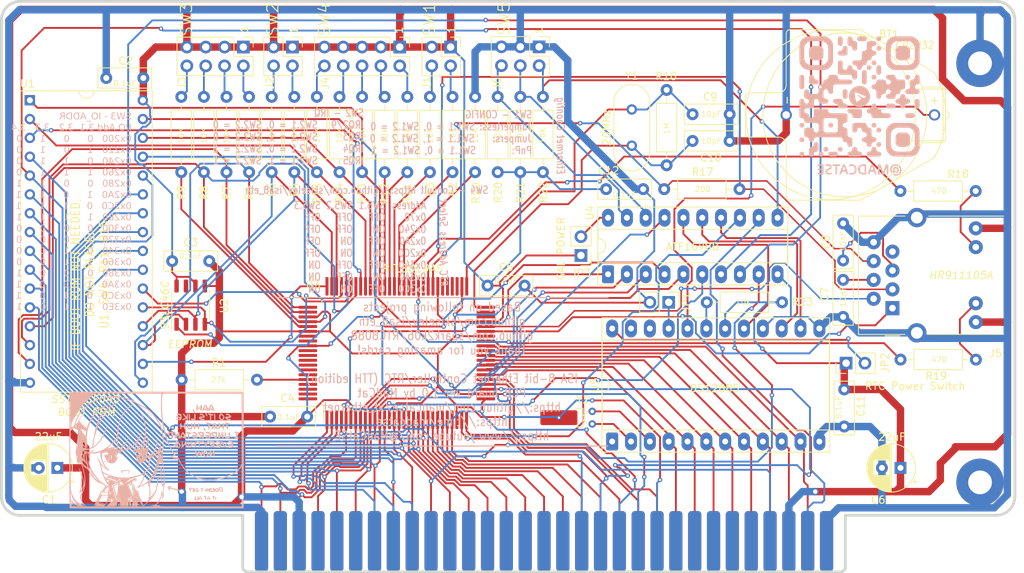
<source format=kicad_pcb>
(kicad_pcb (version 20241229) (generator "pcbnew") (generator_version "9.0")
  (title_block (title "ISA 8-Bit Ethernet Controller") (date "2021-04-22") (rev "1.0") (company "Designed by Sergey Kiselev") (comment 2 "Licensed under CERN-OHL-S: https://cern-ohl.web.cern.ch") (comment 3 "Documentation and design files: https://github.com/skiselev/isa8_eth") (comment 4 "ISA 8-Bit Ethernet Controller is an open source hardware project"))
  (layers (0 "F.Cu" signal "Front") (2 "B.Cu" signal "Back") (13 "F.Paste" user) (15 "B.Paste" user) (5 "F.SilkS" user "F.Silkscreen") (7 "B.SilkS" user "B.Silkscreen") (1 "F.Mask" user) (3 "B.Mask" user) (25 "Edge.Cuts" user))
  (net 0 "")
  (net 1 "/A0")
  (net 2 "/A1")
  (net 3 "/A10")
  (net 4 "/A11")
  (net 5 "/A12")
  (net 6 "/A13")
  (net 7 "/A14")
  (net 8 "/A15")
  (net 9 "/A16")
  (net 10 "/A17")
  (net 11 "/A18")
  (net 12 "/A19")
  (net 13 "/A2")
  (net 14 "/A3")
  (net 15 "/A4")
  (net 16 "/A5")
  (net 17 "/A6")
  (net 18 "/A7")
  (net 19 "/A8")
  (net 20 "/A9")
  (net 21 "/AEN")
  (net 22 "/D0")
  (net 23 "/D1")
  (net 24 "/D2")
  (net 25 "/D3")
  (net 26 "/D4")
  (net 27 "/D5")
  (net 28 "/D6")
  (net 29 "/D7")
  (net 30 "/~{IOR}")
  (net 31 "/~{IOW}")
  (net 32 "GND")
  (net 33 "VCC")
  (net 34 "/RSTDRV")
  (net 35 "/IRQ9")
  (net 41 "/~{SMEMW}")
  (net 42 "/~{SMEMR}")
  (net 51 "/IRQ5")
  (net 52 "/IRQ4")
  (net 53 "/IRQ3")
  (net 59 "/IOCHRDY")
  (net 60 "/~{IOCS16}")
  (net 61 "/TP_RX-")
  (net 62 "/TP_RX+")
  (net 63 "/TP_TX-")
  (net 64 "/TP_TX+")
  (net 65 "/LED_LINK")
  (net 66 "/JP")
  (net 67 "/BA18")
  (net 68 "/BA17")
  (net 69 "/BA16")
  (net 70 "/BD6")
  (net 71 "/BD5")
  (net 72 "/BD4")
  (net 73 "/BD3")
  (net 74 "/BD2")
  (net 75 "/BD1")
  (net 76 "/BD0")
  (net 77 "/BA15")
  (net 78 "/BA14")
  (net 79 "/~{BCS}")
  (net 80 "/EECS")
  (net 81 "/BD7")
  (net 82 "/BA19")
  (net 83 "/BA20")
  (net 84 "/BA21")
  (net 85 "/LED_CRS")
  (net 88 "/AUI")
  (net 89 "Net-(J5-TCT)")
  (net 90 "Net-(J5-RCT)")
  (net 91 "Net-(U3-X2)")
  (net 92 "Net-(U3-X1)")
  (net 93 "Net-(J5-LEDY_K)")
  (net 94 "Net-(J5-LEDG_K)")
  (net 115 "Net-(BT1-+)")
  (net 116 "Net-(JP1-A)")
  (net 117 "/AS0")
  (net 118 "/~{IRQ}")
  (net 119 "/AS1")
  (net 120 "/AS2")
  (net 121 "/RTCRD")
  (net 122 "/RTCWR")
  (net 123 "/RTCALE")
  (net 125 "Net-(U5-X2)")
  (net 126 "Net-(U5-X1)")
  (net 129 "Net-(JP2-B)")
  (net 130 "Net-(JP3-B)")
  (net 131 "Net-(J4-Pin_2)")
  (net 132 "Net-(J4-Pin_10)")
  (net 133 "Net-(J4-Pin_6)")
  (net 134 "Net-(J4-Pin_8)")
  (net 135 "Net-(J4-Pin_4)")
  (net 136 "Net-(J3-Pin_4)")
  (net 137 "Net-(J3-Pin_2)")
  (net 138 "Net-(J3-Pin_8)")
  (net 139 "Net-(J3-Pin_6)")
  (net 140 "Net-(J1-Pin_4)")
  (net 141 "Net-(J1-Pin_2)")
  (net 142 "Net-(J2-Pin_4)")
  (net 143 "Net-(J2-Pin_2)")
  (footprint "RTC_eth:MountingHole_3.2mm_M3_Pad_Via" (layer "F.Cu") (at 201.041 66.04)
    (property "Reference" "HOLE1" (hide yes))
    (property "Value" "M3")
  )
  (footprint "RTC_eth:MountingHole_3.2mm_M3_Pad_Via" (layer "F.Cu") (at 201.041 122.555)
    (property "Reference" "HOLE2" (hide yes))
    (property "Value" "M3")
  )
  (footprint "RTC_eth:Crystal_HC-49U_Vert" (layer "F.Cu") (at 154.0728 74.7072 90)
    (property "Reference" "Y1")
    (property "Value" "20MHz")
  )
  (footprint "RTC_eth:Socket_DIP32_600" (layer "F.Cu") (at 80.518 90.0684 -90)
    (property "Reference" "U1")
    (property "Value" "SST39SF040")
  )
  (footprint "RTC_eth:SO-8_3.9x4.9mm_P1.27mm" (layer "F.Cu") (at 94.5896 98.6536 90)
    (property "Reference" "U2")
    (property "Value" "93LC46C")
  )
  (footprint "RTC_eth:C_Disc_D7.0mm_W2.5mm_P5.00mm" (layer "F.Cu") (at 134.6214 96.0204)
    (property "Reference" "C5")
    (property "Value" "0.1uF")
  )
  (footprint "RTC_eth:C_Disc_D7.0mm_W2.5mm_P5.00mm" (layer "F.Cu") (at 92.0896 92.71)
    (property "Reference" "C3")
    (property "Value" "0.1uF")
  )
  (footprint "RTC_eth:R_Axial_DIN0207_L6.3mm_D2.5mm_P10.16mm_Horizontal" (layer "F.Cu") (at 93.3704 108.712)
    (property "Reference" "R1")
    (property "Value" "27k")
  )
  (footprint "RTC_eth:R_Axial_DIN0207_L6.3mm_D2.5mm_P10.16mm_Horizontal" (layer "F.Cu") (at 158.7728 79.7872 90)
    (property "Reference" "R16")
    (property "Value" "1M")
  )
  (footprint "RTC_eth:C_Disc_D7.0mm_W2.5mm_P5.00mm" (layer "F.Cu") (at 88.1996 68.0212 180)
    (property "Reference" "C2")
    (property "Value" "0.1uF")
  )
  (footprint "RTC_eth:IC_PQFP-100_14x20mm_P0.65mm_Hand_Soldering" (layer "F.Cu") (at 122.3894 105.1136 90)
    (property "Reference" "U3")
    (property "Value" "RTL8019AS")
  )
  (footprint "RTC_eth:R_Axial_DIN0207_L6.3mm_D2.5mm_P10.16mm_Horizontal" (layer "F.Cu") (at 168.6052 83.0072 180)
    (property "Reference" "R17")
    (property "Value" "200")
  )
  (footprint "RTC_eth:C_Disc_D7.0mm_W2.5mm_P5.00mm" (layer "F.Cu") (at 182.5752 95.2392 -90)
    (property "Reference" "C7")
    (property "Value" "10nF")
  )
  (footprint "RTC_eth:R_Axial_DIN0207_L6.3mm_D2.5mm_P10.16mm_Horizontal" (layer "F.Cu") (at 200.4568 83.2612 180)
    (property "Reference" "R18")
    (property "Value" "470")
  )
  (footprint "RTC_eth:C_Disc_D7.0mm_W2.5mm_P5.00mm" (layer "F.Cu") (at 167.2728 76.5072 180)
    (property "Reference" "C10")
    (property "Value" "10pF")
  )
  (footprint "RTC_eth:C_Disc_D7.0mm_W2.5mm_P5.00mm" (layer "F.Cu") (at 167.2728 72.9072 180)
    (property "Reference" "C9")
    (property "Value" "10pF")
  )
  (footprint "RTC_eth:Conn_Edge_PCB_ISA8" (layer "F.Cu") (at 142.24 130.4925)
    (property "Reference" "BUS1" (hide yes))
    (property "Value" "BUSPC_DEV" (hide yes))
  )
  (footprint "RTC_eth:C_Disc_D7.0mm_W2.5mm_P5.00mm" (layer "F.Cu") (at 110.299 113.688 180)
    (property "Reference" "C4")
    (property "Value" "0.1uF")
  )
  (footprint "RTC_eth:R_Axial_DIN0207_L6.3mm_D2.5mm_P10.16mm_Horizontal" (layer "F.Cu") (at 200.48 106 180)
    (property "Reference" "R19")
    (property "Value" "470")
  )
  (footprint "RTC_eth:C_Disc_D7.0mm_W2.5mm_P5.00mm" (layer "F.Cu") (at 182.5752 92.6192 90)
    (property "Reference" "C8")
    (property "Value" "10nF")
  )
  (footprint "RTC_eth:RJ45_HR911105A" (layer "F.Cu") (at 189.23 99.06 90)
    (property "Reference" "J5")
    (property "Value" "HR911105A")
  )
  (footprint "RTC_eth:CP_Radial_D6.3mm_P2.50mm" (layer "F.Cu") (at 190.310779 120.5992 180)
    (property "Reference" "C6")
    (property "Value" "22uF")
  )
  (footprint "RTC_eth:CP_Radial_D6.3mm_P2.50mm" (layer "F.Cu") (at 76.6064 120.5992 180)
    (property "Reference" "C1")
    (property "Value" "22uF")
  )
  (footprint "RTC_eth:R_Axial_DIN0207_L6.3mm_D2.5mm_P10.16mm_Horizontal" (layer "F.Cu") (at 102.4636 80.7212 90)
    (property "Reference" "R6")
    (property "Value" "10K")
  )
  (footprint "RTC_eth:PinHeader_2x02_P2.54mm_Vertical" (layer "F.Cu") (at 129.6416 63.8448 -90)
    (property "Reference" "J1")
    (property "Value" "Conn_02x02_Odd_Even")
  )
  (footprint "RTC_eth:PinHeader_2x02_P2.54mm_Vertical" (layer "F.Cu") (at 108.3106 63.8448 -90)
    (property "Reference" "J2")
    (property "Value" "Conn_02x02_Odd_Even")
  )
  (footprint "RTC_eth:R_Axial_DIN0207_L6.3mm_D2.5mm_P10.16mm_Horizontal" (layer "F.Cu") (at 139.0396 70.5612 -90)
    (property "Reference" "R21")
    (property "Value" "10K")
  )
  (footprint "RTC_eth:R_Axial_DIN0207_L6.3mm_D2.5mm_P10.16mm_Horizontal" (layer "F.Cu") (at 164.1856 98.2676)
    (property "Reference" "R23")
    (property "Value" "10K")
  )
  (footprint "RTC_eth:Battery_Holder_CR2032_Universal" (layer "F.Cu") (at 180.8988 72.9996 180)
    (property "Reference" "BT1")
    (property "Value" "CR2032")
  )
  (footprint "RTC_eth:PinHeader_2x05_P2.54mm_Vertical" (layer "F.Cu") (at 122.7786 63.8448 -90)
    (property "Reference" "J4")
    (property "Value" "Conn_02x05_Odd_Even")
  )
  (footprint "RTC_eth:R_Axial_DIN0207_L6.3mm_D2.5mm_P10.16mm_Horizontal" (layer "F.Cu") (at 105.5116 80.7212 90)
    (property "Reference" "R5")
    (property "Value" "10K")
  )
  (footprint "RTC_eth:R_Axial_DIN0207_L6.3mm_D2.5mm_P10.16mm_Horizontal" (layer "F.Cu") (at 96.3676 80.7212 90)
    (property "Reference" "R8")
    (property "Value" "10K")
  )
  (footprint "RTC_eth:R_Axial_DIN0207_L6.3mm_D2.5mm_P10.16mm_Horizontal" (layer "F.Cu") (at 132.9436 80.7212 90)
    (property "Reference" "R10")
    (property "Value" "10K")
  )
  (footprint "Connector_PinHeader_2.54mm:PinHeader_1x02_P2.54mm_Vertical" (layer "F.Cu") (at 147.2184 91.953 180)
    (property "Reference" "JP3")
    (property "Value" "GAL Power")
  )
  (footprint "RTC_eth:R_Axial_DIN0207_L6.3mm_D2.5mm_P10.16mm_Horizontal" (layer "F.Cu") (at 120.7516 80.7212 90)
    (property "Reference" "R12")
    (property "Value" "10K")
  )
  (footprint "RTC_eth:R_Axial_DIN0207_L6.3mm_D2.5mm_P10.16mm_Horizontal" (layer "F.Cu") (at 93.3196 80.7212 90)
    (property "Reference" "R9")
    (property "Value" "10K")
  )
  (footprint "Connector_PinHeader_2.54mm:PinHeader_2x03_P2.54mm_Vertical" (layer "F.Cu") (at 141.5796 63.8148 -90)
    (property "Reference" "J6")
    (property "Value" "Conn_02x03_Odd_Even")
  )
  (footprint "RTC_eth:R_Axial_DIN0207_L6.3mm_D2.5mm_P10.16mm_Horizontal" (layer "F.Cu") (at 117.7036 80.7212 90)
    (property "Reference" "R13")
    (property "Value" "10K")
  )
  (footprint "Connector_PinHeader_2.54mm:PinHeader_1x02_P2.54mm_Vertical" (layer "F.Cu") (at 182.9766 106.4768 90)
    (property "Reference" "JP2")
    (property "Value" "RTC_POWER")
  )
  (footprint "Crystal:Crystal_DS15_D1.5mm_L5.0mm_Horizontal_1EP_style1" (layer "F.Cu") (at 148.7424 112.9792 -90)
    (property "Reference" "Y2")
    (property "Value" "32768Hz")
  )
  (footprint "RTC_eth:PinHeader_2x04_P2.54mm_Vertical" (layer "F.Cu") (at 101.6916 63.8448 -90)
    (property "Reference" "J3")
    (property "Value" "Conn_02x04_Odd_Even")
  )
  (footprint "Connector_PinHeader_2.54mm:PinHeader_1x02_P2.54mm_Vertical" (layer "F.Cu") (at 159.0548 98.2676 -90)
    (property "Reference" "JP1")
    (property "Value" "Clear CMOS")
  )
  (footprint "RTC_eth:R_Axial_DIN0207_L6.3mm_D2.5mm_P10.16mm_Horizontal" (layer "F.Cu") (at 142.0876 70.5612 -90)
    (property "Reference" "R22")
    (property "Value" "10K")
  )
  (footprint "RTC_eth:R_Axial_DIN0207_L6.3mm_D2.5mm_P10.16mm_Horizontal" (layer "F.Cu") (at 123.7996 80.7212 90)
    (property "Reference" "R11")
    (property "Value" "10K")
  )
  (footprint "RTC_eth:R_Axial_DIN0207_L6.3mm_D2.5mm_P10.16mm_Horizontal" (layer "F.Cu") (at 129.8956 80.7212 90)
    (property "Reference" "R2")
    (property "Value" "10K")
  )
  (footprint "RTC_eth:R_Axial_DIN0207_L6.3mm_D2.5mm_P10.16mm_Horizontal" (layer "F.Cu") (at 108.5596 80.7212 90)
    (property "Reference" "R4")
    (property "Value" "10K")
  )
  (footprint "RTC_eth:C_Disc_D7.0mm_W2.5mm_P5.00mm" (layer "F.Cu") (at 150.6112 83.0072)
    (property "Reference" "C12")
    (property "Value" "0.1uF")
  )
  (footprint "RTC_eth:C_Disc_D7.0mm_W2.5mm_P5.00mm" (layer "F.Cu") (at 182.7276 110.022 -90)
    (property "Reference" "C11")
    (property "Value" "0.1uF")
  )
  (footprint "RTC_eth:R_Axial_DIN0207_L6.3mm_D2.5mm_P10.16mm_Horizontal" (layer "F.Cu") (at 114.6556 80.7212 90)
    (property "Reference" "R14")
    (property "Value" "10K")
  )
  (footprint "RTC_eth:R_Axial_DIN0207_L6.3mm_D2.5mm_P10.16mm_Horizontal" (layer "F.Cu") (at 135.9916 70.5612 -90)
    (property "Reference" "R20")
    (property "Value" "10K")
  )
  (footprint "RTC_eth:R_Axial_DIN0207_L6.3mm_D2.5mm_P10.16mm_Horizontal" (layer "F.Cu") (at 111.6076 80.7212 90)
    (property "Reference" "R15")
    (property "Value" "10K")
  )
  (footprint "RTC_eth:R_Axial_DIN0207_L6.3mm_D2.5mm_P10.16mm_Horizontal" (layer "F.Cu") (at 99.4156 80.7212 90)
    (property "Reference" "R7")
    (property "Value" "10K")
  )
  (footprint "RTC_eth:R_Axial_DIN0207_L6.3mm_D2.5mm_P10.16mm_Horizontal" (layer "F.Cu") (at 126.8476 80.7212 90)
    (property "Reference" "R3")
    (property "Value" "10K")
  )
  (footprint "Package_DIP:DIP-24_W15.24mm_Socket_LongPads" (layer "F.Cu") (at 151.4298 117.0432 90)
    (property "Reference" "U5")
    (property "Value" "DS12885")
  )
  (footprint "Package_DIP:DIP-20_W7.62mm_Socket_LongPads" (layer "F.Cu") (at 150.876 94.488 90)
    (property "Reference" "U4")
    (property "Value" "ATF16V8B")
  )
  (footprint "xt_eth:tme" (layer "B.Cu") (at 184.7596 71.628 180)
    (property "Reference" "G***" (hide yes))
    (property "Value" "LOGO" (hide yes))
  )
  (footprint "xt_eth:set_dont_get_it" (layer "B.Cu") (at 89.9668 118.2116 180)
    (property "Reference" "G1" (hide yes))
    (property "Value" "LOGO" (hide yes))
  )
  (gr_line (start 106.08945 97.6376) (end 150.85695 97.6376) (stroke (width 0.15)) (layer "B.SilkS"))
  (gr_line (start 106.08945 117.6528) (end 150.85695 117.6528) (stroke (width 0.15)) (layer "B.SilkS"))
  (gr_line (start 101.6 133.985) (end 101.6 127) (stroke (width 0.381)) (layer "Edge.Cuts"))
  (gr_line (start 203.2 57.69) (end 71.6 57.69) (stroke (width 0.381)) (layer "Edge.Cuts"))
  (gr_line (start 101.6 127) (end 71.6 127) (stroke (width 0.381)) (layer "Edge.Cuts"))
  (gr_arc (start 205.74 124.46) (mid 204.996051 126.256051) (end 203.2 127) (stroke (width 0.381)) (layer "Edge.Cuts"))
  (gr_arc (start 71.6 127) (mid 69.803949 126.256051) (end 69.06 124.46) (stroke (width 0.381)) (layer "Edge.Cuts"))
  (gr_line (start 182.88 133.985) (end 182.88 127) (stroke (width 0.381)) (layer "Edge.Cuts"))
  (gr_line (start 69.06 124.46) (end 69.06 60.23) (stroke (width 0.381)) (layer "Edge.Cuts"))
  (gr_line (start 102.235 134.62) (end 182.245 134.62) (stroke (width 0.381)) (layer "Edge.Cuts"))
  (gr_arc (start 69.06 60.23) (mid 69.803949 58.433949) (end 71.6 57.69) (stroke (width 0.381)) (layer "Edge.Cuts"))
  (gr_line (start 203.2 127) (end 182.88 127) (stroke (width 0.381)) (layer "Edge.Cuts"))
  (gr_arc (start 203.2 57.69) (mid 204.996051 58.433949) (end 205.74 60.23) (stroke (width 0.381)) (layer "Edge.Cuts"))
  (gr_arc (start 182.88 133.985) (mid 182.694013 134.434013) (end 182.245 134.62) (stroke (width 0.381)) (layer "Edge.Cuts"))
  (gr_line (start 205.74 124.46) (end 205.74 60.23) (stroke (width 0.381)) (layer "Edge.Cuts"))
  (gr_arc (start 102.235 134.62) (mid 101.785987 134.434013) (end 101.6 133.985) (stroke (width 0.381)) (layer "Edge.Cuts"))
  (gr_text "GAL POWER" (at 144.526 91.0336 90) (layer "F.SilkS") (effects (font (size 1 1))))
  (gr_text "SW5" (at 137.7146 62.4348 90) (layer "F.SilkS") (effects (font (size 1.5 1.5)) (justify left bottom)))
  (gr_text "EEPROM" (at 94.4814 103.9368 0) (layer "F.SilkS") (effects (font (size 1 1) (thickness 0.15) (italic yes))))
  (gr_text "1" (at 108.5088 61.5696 90) (layer "F.SilkS") (effects (font (size 1 1))))
  (gr_text "DS12885" (at 165.2524 109.8804 0) (layer "F.SilkS") (effects (font (size 1 1))))
  (gr_text "BOOT ROM" (at 80.518 113.0808 0) (layer "F.SilkS") (effects (font (size 1 1) (thickness 0.15) (italic yes))))
  (gr_text "IF BOOT ROM NOT NEEDED,\nDO NOT PLACE:\nU1, SW4, R11-R15" (at 80.9752 94.5388 90) (layer "F.SilkS") (effects (font (size 1.2 1))))
  (gr_text "1" (at 122.682 61.5696 90) (layer "F.SilkS") (effects (font (size 1 1))))
  (gr_text "SW2" (at 106.5276 62.5348 90) (layer "F.SilkS") (effects (font (size 1.5 1.5)) (justify left bottom)))
  (gr_text "1" (at 141.5288 61.6204 90) (layer "F.SilkS") (effects (font (size 1 1))))
  (gr_text "1" (at 129.7432 61.5188 90) (layer "F.SilkS") (effects (font (size 1 1))))
  (gr_text "ATF16V8B" (at 162.2552 90.7796 0) (layer "F.SilkS") (effects (font (size 1 1))))
  (gr_text "SW4" (at 113.4872 62.5348 90) (layer "F.SilkS") (effects (font (size 1.5 1.5)) (justify left bottom)))
  (gr_text "SW3" (at 94.8944 62.5348 90) (layer "F.SilkS") (effects (font (size 1.5 1.5)) (justify left bottom)))
  (gr_text "SW1" (at 127.6604 62.5348 90) (layer "F.SilkS") (effects (font (size 1.5 1.5)) (justify left bottom)))
  (gr_text "RTC Power Switch" (at 192.278 109.5756 0) (layer "F.SilkS") (effects (font (size 1 1))))
  (gr_text "1" (at 101.8032 61.468 90) (layer "F.SilkS") (effects (font (size 1 1))))
  (gr_text "Based on following projects\ngithub.com/skiselev/isa8_eth\ngithub.com/spark2k06/RTC8088\nThank you for amazing cards!\n\nISA 8-bit Ethernet Controller/RTC (TTH edition)\nPCB board ver 1.0 by MadCat\nhttps://github.com/madcatse/xt_ethernet\nhttps://t.me/madcatse\nhttps://www.youtube.com/@MadCatSE" (at 128.4732 107.5944 0) (layer "B.SilkS") (effects (font (size 1.2 1)) (justify mirror)))
  (gr_text "Address\n0x70\n0x240\n0x2A0\n0x2C0\n0x340\n0x3A0\n0x3C0" (at 126.4412 90.8304 0) (layer "B.SilkS") (effects (font (size 1 0.8)) (justify left mirror)))
  (gr_text "SW5.1\nOFF\nON\nOFF\nON\nOFF\nON\nOFF" (at 120.904 90.8304 0) (layer "B.SilkS") (effects (font (size 1 0.8)) (justify left mirror)))
  (gr_text "SW2 - IRQ\nIRQ2/9 	SW2.1 = 0, SW2.2 = 0\nIRQ3 	SW2.1 = 1, SW2.2 = 0\nIRQ4 	SW2.1 = 0, SW2.2 = 1\nIRQ5 	SW2.1 = 1, SW2.2 = 1" (at 118.0084 72.136 0) (layer "B.SilkS") (effects (font (size 1 0.8) (thickness 0.15) (bold yes)) (justify left top mirror)))
  (gr_text "SW1 - CONFIG\nJumperless: SW1.1 = 0, SW1.2 = 0\nJumpers:    SW1.1 = 1, SW1.2 = 0\nPnP:        SW1.1 = 0, SW1.2 = 1" (at 140.7176 72.3712 0) (layer "B.SilkS") (effects (font (size 1 0.8) (thickness 0.15) (bold yes)) (justify left top mirror)))
  (gr_text "RTC Address Select" (at 128.6764 90.296513 270) (layer "B.SilkS") (effects (font (size 1 0.8) (thickness 0.15) (italic yes)) (justify mirror)))
  (gr_text "SW5.3\nOFF\nOFF\nOFF\nOFF\nON\nON\nON" (at 112.2172 90.8304 0) (layer "B.SilkS") (effects (font (size 1 0.8)) (justify left mirror)))
  (gr_text "SW3 - IO_ADDR\nI/O Add 3.1  3.2   3.3   3.4\n0x200   0      0      1      0\n0x220   1      0      1      0\n0x240   0      1      1      0\n0x260   1      1      1      0\n0x280   0      0      1      1\n0x2A0   1      0      1      1\n0x2C0   0      1      1      1\n0x2E0   1      1      1      1\n0x300   0      0      0      0\n0x320   1      0      0      0\n0x340   0      1      0      0\n0x360   1      1      0      0\n0x380   0      0      0      1\n0x3A0   1      0      0      1\n0x3C0   0      1      0      1\n0x3E0   1      1      0      1" (at 86.614 72.6948 0) (layer "B.SilkS") (effects (font (size 0.9 0.9) (thickness 0.1)) (justify left top mirror)))
  (gr_text "SW4 - Consult https://github.com/skiselev/isa8_eth" (at 134.8232 83.7184 0) (layer "B.SilkS") (effects (font (size 1 0.8) (thickness 0.15) (bold yes)) (justify left bottom mirror)))
  (gr_text "Ethermet Coonfig" (at 144.4752 75.8444 270) (layer "B.SilkS") (effects (font (size 1 0.8) (thickness 0.15) (italic yes)) (justify mirror)))
  (gr_text "SW5.2\nOFF\nOFF\nON\nON\nOFF\nOFF\nON\n" (at 116.5352 90.8304 0) (layer "B.SilkS") (effects (font (size 1 0.8)) (justify left mirror)))
  (segment (start 131.4704 101.9048) (end 131.2104 102.1648) (width 0.25) (layer "F.Cu") (net 1))
  (segment (start 106.099502 123.0884) (end 106.420702 122.7672) (width 0.25) (layer "F.Cu") (net 1))
  (segment (start 111.109705 123.050085) (end 111.109705 121.169071) (width 0.25) (layer "F.Cu") (net 1))
  (segment (start 112.004787 120.273989) (end 112.254581 120.273989) (width 0.25) (layer "F.Cu") (net 1))
  (segment (start 106.420702 122.7672) (end 106.939298 122.7672) (width 0.25) (layer "F.Cu") (net 1))
  (segment (start 115.539 114.7658) (end 115.5394 114.7654) (width 0.25) (layer "F.Cu") (net 1))
  (segment (start 137.414 96.635395) (end 139.561395 94.488) (width 0.25) (layer "F.Cu") (net 1))
  (segment (start 109.150799 123.107693) (end 110.043015 123.107693) (width 0.25) (layer "F.Cu") (net 1))
  (segment (start 117.088 102.1648) (end 116.078 103.1748) (width 0.25) (layer "F.Cu") (net 1))
  (segment (start 104.14 123.19) (end 104.14 130.4925) (width 0.25) (layer "F.Cu") (net 1))
  (segment (start 115.2652 112.1664) (end 115.5394 112.4406) (width 0.25) (layer "F.Cu") (net 1))
  (segment (start 108.757492 123.501) (end 109.150799 123.107693) (width 0.25) (layer "F.Cu") (net 1))
  (segment (start 114.776506 119.005094) (end 115.5394 118.2422) (width 0.25) (layer "F.Cu") (net 1))
  (segment (start 131.2104 102.1648) (end 117.088 102.1648) (width 0.25) (layer "F.Cu") (net 1))
  (segment (start 106.939298 122.7672) (end 107.673098 123.501) (width 0.25) (layer "F.Cu") (net 1))
  (segment (start 115.5394 114.7654) (end 115.5394 114.1136) (width 0.25) (layer "F.Cu") (net 1))
  (segment (start 110.043015 123.107693) (end 110.436322 123.501) (width 0.25) (layer "F.Cu") (net 1))
  (segment (start 115.5394 118.2422) (end 115.5394 114.1136) (width 0.25) (layer "F.Cu") (net 1))
  (segment (start 104.394 123.19) (end 104.4956 123.0884) (width 0.25) (layer "F.Cu") (net 1))
  (segment (start 104.14 130.4925) (end 104.14 130.492) (width 0.25) (layer "F.Cu") (net 1))
  (segment (start 113.516788 119.005094) (end 114.776506 119.005094) (width 0.25) (layer "F.Cu") (net 1))
  (segment (start 110.65879 123.501) (end 111.109705 123.050085) (width 0.25) (layer "F.Cu") (net 1))
  (segment (start 115.5394 112.4406) (end 115.5394 114.1136) (width 0.25) (layer "F.Cu") (net 1))
  (segment (start 112.357516 120.171054) (end 112.357516 120.164366) (width 0.25) (layer "F.Cu") (net 1))
  (segment (start 104.14 123.19) (end 104.394 123.19) (width 0.25) (layer "F.Cu") (net 1))
  (segment (start 107.673098 123.501) (end 108.757492 123.501) (width 0.25) (layer "F.Cu") (net 1))
  (segment (start 111.109705 121.169071) (end 112.004787 120.273989) (width 0.25) (layer "F.Cu") (net 1))
  (segment (start 110.436322 123.501) (end 110.65879 123.501) (width 0.25) (layer "F.Cu") (net 1))
  (segment (start 137.414 100.2792) (end 137.414 96.635395) (width 0.25) (layer "F.Cu") (net 1))
  (segment (start 112.357516 120.164366) (end 113.516788 119.005094) (width 0.25) (layer "F.Cu") (net 1))
  (segment (start 139.561395 94.488) (end 150.876 94.488) (width 0.25) (layer "F.Cu") (net 1))
  (segment (start 104.4956 123.0884) (end 106.099502 123.0884) (width 0.25) (layer "F.Cu") (net 1))
  (segment (start 112.254581 120.273989) (end 112.357516 120.171054) (width 0.25) (layer "F.Cu") (net 1))
  (via (at 131.4704 101.9048) (size 0.6) (drill 0.3) (layers "F.Cu" "B.Cu") (net 1))
  (via (at 115.2652 112.1664) (size 0.6) (drill 0.3) (layers "F.Cu" "B.Cu") (net 1))
  (via (at 104.14 123.19) (size 0.6) (drill 0.3) (layers "F.Cu" "B.Cu") (net 1))
  (via (at 137.414 100.2792) (size 0.6) (drill 0.3) (layers "F.Cu" "B.Cu") (net 1))
  (via (at 116.078 103.1748) (size 0.6) (drill 0.3) (layers "F.Cu" "B.Cu") (net 1))
  (segment (start 104.14 123.19) (end 104.14 122.7836) (width 0.25) (layer "B.Cu") (net 1))
  (segment (start 116.078 103.1748) (end 116.078 111.3536) (width 0.25) (layer "B.Cu") (net 1))
  (segment (start 74.1234 99.2186) (end 73.8632 98.9584) (width 0.25) (layer "B.Cu") (net 1))
  (segment (start 137.414 100.2792) (end 136.6012 101.092) (width 0.25) (layer "B.Cu") (net 1))
  (segment (start 136.6012 101.092) (end 132.2832 101.092) (width 0.25) (layer "B.Cu") (net 1))
  (segment (start 104.14 122.7836) (end 103.829 122.4726) (width 0.25) (layer "B.Cu") (net 1))
  (segment (start 103.829 122.4726) (end 89.2494 122.4726) (width 0.25) (layer "B.Cu") (net 1))
  (segment (start 89.2494 122.4726) (end 74.1234 107.3466) (width 0.25) (layer "B.Cu") (net 1))
  (segment (start 116.078 111.3536) (end 115.2652 112.1664) (width 0.25) (layer "B.Cu") (net 1))
  (segment (start 73.8632 98.9584) (end 72.898 98.9584) (width 0.25) (layer "B.Cu") (net 1))
  (segment (start 132.2832 101.092) (end 131.4704 101.9048) (width 0.25) (layer "B.Cu") (net 1))
  (segment (start 74.1234 107.3466) (end 74.1234 99.2186) (width 0.25) (layer "B.Cu") (net 1))
  (segment (start 106.68 123.3932) (end 106.68 123.952) (width 0.25) (layer "F.Cu") (net 2))
  (segment (start 108.970907 123.925395) (end 109.337609 123.558693) (width 0.25) (layer "F.Cu") (net 2))
  (segment (start 116.560706 119.456094) (end 116.8394 119.1774) (width 0.25) (layer "F.Cu") (net 2))
  (segment (start 116.8394 114.8799) (end 116.8394 114.1136) (width 0.25) (layer "F.Cu") (net 2))
  (segment (start 116.8394 119.1774) (end 116.8394 114.1136) (width 0.25) (layer "F.Cu") (net 2))
  (segment (start 116.839 114.8803) (end 116.8394 114.8799) (width 0.25) (layer "F.Cu") (net 2))
  (segment (start 110.222907 123.952) (end 110.8456 123.952) (width 0.25) (layer "F.Cu") (net 2))
  (segment (start 106.68 123.952) (end 108.970907 123.952) (width 0.25) (layer "F.Cu") (net 2))
  (segment (start 106.68 130.4925) (end 106.68 130.492) (width 0.25) (layer "F.Cu") (net 2))
  (segment (start 106.68 123.3932) (end 106.68 130.4925) (width 0.25) (layer "F.Cu") (net 2))
  (segment (start 109.856205 123.558693) (end 110.222907 123.925395) (width 0.25) (layer "F.Cu") (net 2))
  (segment (start 110.222907 123.925395) (end 110.222907 123.952) (width 0.25) (layer "F.Cu") (net 2))
  (segment (start 111.560705 123.236895) (end 111.560705 121.355881) (width 0.25) (layer "F.Cu") (net 2))
  (segment (start 111.560705 121.355881) (end 112.191597 120.724989) (width 0.25) (layer "F.Cu") (net 2))
  (segment (start 108.970907 123.952) (end 108.970907 123.925395) (width 0.25) (layer "F.Cu") (net 2))
  (segment (start 110.8456 123.952) (end 111.560705 123.236895) (width 0.25) (layer "F.Cu") (net 2))
  (segment (start 109.337609 123.558693) (end 109.856205 123.558693) (width 0.25) (layer "F.Cu") (net 2))
  (segment (start 112.441391 120.724989) (end 112.808516 120.357864) (width 0.25) (layer "F.Cu") (net 2))
  (segment (start 113.703598 119.456094) (end 116.560706 119.456094) (width 0.25) (layer "F.Cu") (net 2))
  (segment (start 112.808516 120.357864) (end 112.808516 120.351176) (width 0.25) (layer "F.Cu") (net 2))
  (segment (start 112.191597 120.724989) (end 112.441391 120.724989) (width 0.25) (layer "F.Cu") (net 2))
  (segment (start 112.808516 120.351176) (end 113.703598 119.456094) (width 0.25) (layer "F.Cu") (net 2))
  (via (at 106.68 123.3932) (size 0.6) (drill 0.3) (layers "F.Cu" "B.Cu") (net 2))
  (segment (start 74.2188 96.4184) (end 72.898 96.4184) (width 0.25) (layer "B.Cu") (net 2))
  (segment (start 90.07239 122.003) (end 89.43469 122.003) (width 0.25) (layer "B.Cu") (net 2))
  (segment (start 90.09099 122.0216) (end 90.07239 122.003) (width 0.25) (layer "B.Cu") (net 2))
  (segment (start 106.68 123.3932) (end 106.68 123.0884) (width 0.25) (layer "B.Cu") (net 2))
  (segment (start 105.6132 122.0216) (end 90.09099 122.0216) (width 0.25) (layer "B.Cu") (net 2))
  (segment (start 83.431 115.9938) (end 74.5744 107.1372) (width 0.25) (layer "B.Cu") (net 2))
  (segment (start 74.5744 96.774) (end 74.2188 96.4184) (width 0.25) (layer "B.Cu") (net 2))
  (segment (start 89.43469 122.003) (end 83.431 115.99931) (width 0.25) (layer "B.Cu") (net 2))
  (segment (start 106.68 123.0884) (end 105.6132 122.0216) (width 0.25) (layer "B.Cu") (net 2))
  (segment (start 83.431 115.99931) (end 83.431 115.9938) (width 0.25) (layer "B.Cu") (net 2))
  (segment (start 74.5744 107.1372) (end 74.5744 96.774) (width 0.25) (layer "B.Cu") (net 2))
  (segment (start 123.9894 114.1136) (end 123.9894 118.2998) (width 0.25) (layer "F.Cu") (net 3))
  (segment (start 129.54 123.8504) (end 129.54 130.4925) (width 0.25) (layer "F.Cu") (net 3))
  (segment (start 123.989 114.8803) (end 123.9894 114.8799) (width 0.25) (layer "F.Cu") (net 3))
  (segment (start 123.9894 114.8799) (end 123.9894 114.1136) (width 0.25) (layer "F.Cu") (net 3))
  (segment (start 129.54 130.4925) (end 129.54 130.492) (width 0.25) (layer "F.Cu") (net 3))
  (segment (start 123.9894 118.2998) (end 129.54 123.8504) (width 0.25) (layer "F.Cu") (net 3))
  (via (at 123.9894 115.961) (size 0.6) (drill 0.3) (layers "F.Cu" "B.Cu") (net 3))
  (segment (start 92.8624 116.5352) (end 114.593502 116.5352) (width 0.25) (layer "B.Cu") (net 3))
  (segment (start 91.891902 115.7896) (end 92.1168 115.7896) (width 0.25) (layer "B.Cu") (net 3))
  (segment (start 118.07439 116.1858) (end 123.7646 116.1858) (width 0.25) (layer "B.Cu") (net 3))
  (segment (start 91.5252 115.198) (end 91.5252 115.422898) (width 0.25) (layer "B.Cu") (net 3))
  (segment (start 92.1168 115.7896) (end 92.8624 116.5352) (width 0.25) (layer "B.Cu") (net 3))
  (segment (start 115.168898 116.592) (end 115.225698 116.5352) (width 0.25) (layer "B.Cu") (net 3))
  (segment (start 83.566 93.8784) (end 80.4808 96.9636) (width 0.25) (layer "B.Cu") (net 3))
  (segment (start 114.650302 116.592) (end 115.168898 116.592) (width 0.25) (layer "B.Cu") (net 3))
  (segment (start 80.4808 104.1536) (end 91.5252 115.198) (width 0.25) (layer "B.Cu") (net 3))
  (segment (start 117.72499 116.5352) (end 118.07439 116.1858) (width 0.25) (layer "B.Cu") (net 3))
  (segment (start 91.5252 115.422898) (end 91.891902 115.7896) (width 0.25) (layer "B.Cu") (net 3))
  (segment (start 115.225698 116.5352) (end 117.72499 116.5352) (width 0.25) (layer "B.Cu") (net 3))
  (segment (start 123.7646 116.1858) (end 123.9894 115.961) (width 0.25) (layer "B.Cu") (net 3))
  (segment (start 88.138 93.8784) (end 83.566 93.8784) (width 0.25) (layer "B.Cu") (net 3))
  (segment (start 80.4808 96.9636) (end 80.4808 104.1536) (width 0.25) (layer "B.Cu") (net 3))
  (segment (start 114.593502 116.5352) (end 114.650302 116.592) (width 0.25) (layer "B.Cu") (net 3))
  (segment (start 129.00321 122.6758) (end 129.991 122.6758) (width 0.25) (layer "F.Cu") (net 4))
  (segment (start 124.6394 118.31199) (end 129.00321 122.6758) (width 0.25) (layer "F.Cu") (net 4))
  (segment (start 124.6394 114.7549) (end 124.6394 114.1136) (width 0.25) (layer "F.Cu") (net 4))
  (segment (start 124.6394 117.2972) (end 124.6394 118.31199) (width 0.25) (layer "F.Cu") (net 4))
  (segment (start 132.08 124.7648) (end 132.08 130.4925) (width 0.25) (layer "F.Cu") (net 4))
  (segment (start 124.639 114.7553) (end 124.6394 114.7549) (width 0.25) (layer "F.Cu") (net 4))
  (segment (start 124.6394 114.1136) (end 124.6394 117.2972) (width 0.25) (layer "F.Cu") (net 4))
  (segment (start 129.991 122.6758) (end 132.08 124.7648) (width 0.25) (layer "F.Cu") (net 4))
  (via (at 124.6394 117.2972) (size 0.6) (drill 0.3) (layers "F.Cu" "B.Cu") (net 4))
  (segment (start 91.30279 117.493) (end 87.941 114.13121) (width 0.25) (layer "B.Cu") (net 4))
  (segment (start 124.6394 117.2972) (end 122.863502 117.2972) (width 0.25) (layer "B.Cu") (net 4))
  (segment (start 122.667702 117.493) (end 91.30279 117.493) (width 0.25) (layer "B.Cu") (net 4))
  (segment (start 82.35242 88.7984) (end 88.138 88.7984) (width 0.25) (layer "B.Cu") (net 4))
  (segment (start 79.1278 105.30115) (end 79.1278 92.02302) (width 0.25) (layer "B.Cu") (net 4))
  (segment (start 122.863502 117.2972) (end 122.667702 117.493) (width 0.25) (layer "B.Cu") (net 4))
  (segment (start 87.941 114.11435) (end 79.1278 105.30115) (width 0.25) (layer "B.Cu") (net 4))
  (segment (start 79.1278 92.02302) (end 82.35242 88.7984) (width 0.25) (layer "B.Cu") (net 4))
  (segment (start 87.941 114.13121) (end 87.941 114.11435) (width 0.25) (layer "B.Cu") (net 4))
  (segment (start 125.289 115.3922) (end 125.2894 115.3918) (width 0.25) (layer "F.Cu") (net 5))
  (segment (start 134.62 124.6632) (end 134.62 130.4925) (width 0.25) (layer "F.Cu") (net 5))
  (segment (start 125.2894 115.3918) (end 125.2894 114.1136) (width 0.25) (layer "F.Cu") (net 5))
  (segment (start 130.442 122.4664) (end 130.9054 122.9298) (width 0.25) (layer "F.Cu") (net 5))
  (segment (start 129.19002 122.2248) (end 130.17781 122.2248) (width 0.25) (layer "F.Cu") (net 5))
  (segment (start 130.41941 122.4664) (end 130.442 122.4664) (width 0.25) (layer "F.Cu") (net 5))
  (segment (start 125.2894 118.32418) (end 129.19002 122.2248) (width 0.25) (layer "F.Cu") (net 5))
  (segment (start 125.2894 114.1136) (end 125.2894 118.32418) (width 0.25) (layer "F.Cu") (net 5))
  (segment (start 132.8866 122.9298) (end 134.62 124.6632) (width 0.25) (layer "F.Cu") (net 5))
  (segment (start 130.9054 122.9298) (end 132.8866 122.9298) (width 0.25) (layer "F.Cu") (net 5))
  (segment (start 130.17781 122.2248) (end 130.41941 122.4664) (width 0.25) (layer "F.Cu") (net 5))
  (via (at 125.2894 118.0592) (size 0.6) (drill 0.3) (layers "F.Cu" "B.Cu") (net 5))
  (segment (start 86.588 114.67478) (end 77.7748 105.86158) (width 0.25) (layer "B.Cu") (net 5))
  (segment (start 122.0216 119.4308) (end 121.4368 118.846) (width 0.25) (layer "B.Cu") (net 5))
  (segment (start 77.7748 105.86158) (end 77.7748 83.5152) (width 0.25) (layer "B.Cu") (net 5))
  (segment (start 121.4368 118.846) (end 90.74236 118.846) (width 0.25) (layer "B.Cu") (net 5))
  (segment (start 86.588 114.69164) (end 86.588 114.67478) (width 0.25) (layer "B.Cu") (net 5))
  (segment (start 122.970708 119.4308) (end 122.0216 119.4308) (width 0.25) (layer "B.Cu") (net 5))
  (segment (start 90.74236 118.846) (end 86.588 114.69164) (width 0.25) (layer "B.Cu") (net 5))
  (segment (start 124.342308 118.0592) (end 122.970708 119.4308) (width 0.25) (layer "B.Cu") (net 5))
  (segment (start 125.2894 118.0592) (end 124.342308 118.0592) (width 0.25) (layer "B.Cu") (net 5))
  (segment (start 77.7748 83.5152) (end 72.898 78.6384) (width 0.25) (layer "B.Cu") (net 5))
  (segment (start 130.62881 122.0154) (end 131.09221 122.4788) (width 0.25) (layer "F.Cu") (net 6))
  (segment (start 129.37683 121.7738) (end 130.36462 121.7738) (width 0.25) (layer "F.Cu") (net 6))
  (segment (start 125.939 114.8803) (end 125.9394 114.8799) (width 0.25) (layer "F.Cu") (net 6))
  (segment (start 131.09221 122.4788) (end 135.0772 122.4788) (width 0.25) (layer "F.Cu") (net 6))
  (segment (start 137.16 130.4925) (end 137.16 130.492) (width 0.25) (layer "F.Cu") (net 6))
  (segment (start 130.36462 121.7738) (end 130.60622 122.0154) (width 0.25) (layer "F.Cu") (net 6))
  (segment (start 125.9394 114.8799) (end 125.9394 114.1136) (width 0.25) (layer "F.Cu") (net 6))
  (segment (start 125.9394 114.1136) (end 125.9394 116.586) (width 0.25) (layer "F.Cu") (net 6))
  (segment (start 137.16 124.5616) (end 137.16 130.4925) (width 0.25) (layer "F.Cu") (net 6))
  (segment (start 125.9394 118.33637) (end 129.37683 121.7738) (width 0.25) (layer "F.Cu") (net 6))
  (segment (start 125.9394 116.586) (end 125.9394 118.33637) (width 0.25) (layer "F.Cu") (net 6))
  (segment (start 135.0772 122.4788) (end 137.16 124.5616) (width 0.25) (layer "F.Cu") (net 6))
  (segment (start 130.60622 122.0154) (end 130.62881 122.0154) (width 0.25) (layer "F.Cu") (net 6))
  (via (at 125.9394 116.586) (size 0.6) (drill 0.3) (layers "F.Cu" "B.Cu") (net 6))
  (segment (start 117.856 117.042) (end 91.4896 117.042) (width 0.25) (layer "B.Cu") (net 6))
  (segment (start 89.408 82.4484) (end 88.138 81.1784) (width 0.25) (layer "B.Cu") (net 6))
  (segment (start 88.392 113.9444) (end 88.392 113.92754) (width 0.25) (layer "B.Cu") (net 6))
  (segment (start 79.5788 92.20983) (end 81.72023 90.0684) (width 0.25) (layer "B.Cu") (net 6))
  (segment (start 118.2612 116.6368) (end 117.856 117.042) (width 0.25) (layer "B.Cu") (net 6))
  (segment (start 89.408 89.2556) (end 89.408 82.4484) (width 0.25) (layer "B.Cu") (net 6))
  (segment (start 88.392 113.92754) (end 79.5788 105.11434) (width 0.25) (layer "B.Cu") (net 6))
  (segment (start 88.5952 90.0684) (end 89.408 89.2556) (width 0.25) (layer "B.Cu") (net 6))
  (segment (start 125.9394 116.586) (end 125.8886 116.6368) (width 0.25) (layer "B.Cu") (net 6))
  (segment (start 125.8886 116.6368) (end 118.2612 116.6368) (width 0.25) (layer "B.Cu") (net 6))
  (segment (start 79.5788 105.11434) (end 79.5788 92.20983) (width 0.25) (layer "B.Cu") (net 6))
  (segment (start 81.72023 90.0684) (end 88.5952 90.0684) (width 0.25) (layer "B.Cu") (net 6))
  (segment (start 91.4896 117.042) (end 88.392 113.9444) (width 0.25) (layer "B.Cu") (net 6))
  (segment (start 126.5894 118.34856) (end 129.56364 121.3228) (width 0.25) (layer "F.Cu") (net 7))
  (segment (start 139.7 124.5616) (end 139.7 130.4925) (width 0.25) (layer "F.Cu") (net 7))
  (segment (start 126.5894 114.1136) (end 126.5894 118.34856) (width 0.25) (layer "F.Cu") (net 7))
  (segment (start 130.81562 121.5644) (end 131.27902 122.0278) (width 0.25) (layer "F.Cu") (net 7))
  (segment (start 137.1662 122.0278) (end 139.7 124.5616) (width 0.25) (layer "F.Cu") (net 7))
  (segment (start 129.56364 121.3228) (end 130.55143 121.3228) (width 0.25) (layer "F.Cu") (net 7))
  (segment (start 130.79303 121.5644) (end 130.81562 121.5644) (width 0.25) (layer "F.Cu") (net 7))
  (segment (start 126.5894 114.1136) (end 126.589 114.114) (width 0.25) (layer "F.Cu") (net 7))
  (segment (start 131.27902 122.0278) (end 137.1662 122.0278) (width 0.25) (layer "F.Cu") (net 7))
  (segment (start 130.55143 121.3228) (end 130.79303 121.5644) (width 0.25) (layer "F.Cu") (net 7))
  (segment (start 139.7 130.4925) (end 139.7 130.492) (width 0.25) (layer "F.Cu") (net 7))
  (segment (start 127.2394 114.1136) (end 127.2394 118.36075) (width 0.25) (layer "F.Cu") (net 8))
  (segment (start 142.24 130.4925) (end 142.24 126.7838) (width 0.25) (layer "F.Cu") (net 8))
  (segment (start 127.239 114.8803) (end 127.2394 114.8799) (width 0.25) (layer "F.Cu") (net 8))
  (segment (start 127.2394 118.36075) (end 129.75045 120.8718) (width 0.25) (layer "F.Cu") (net 8))
  (segment (start 142.24 124.5108) (end 142.24 130.4925) (width 0.25) (layer "F.Cu") (net 8))
  (segment (start 129.75045 120.8718) (end 130.73824 120.8718) (width 0.25) (layer "F.Cu") (net 8))
  (segment (start 139.2936 121.5644) (end 142.24 124.5108) (width 0.25) (layer "F.Cu") (net 8))
  (segment (start 131.00243 121.1134) (end 131.45343 121.5644) (width 0.25) (layer "F.Cu") (net 8))
  (segment (start 131.45343 121.5644) (end 139.2936 121.5644) (width 0.25) (layer "F.Cu") (net 8))
  (segment (start 127.2394 114.8799) (end 127.2394 114.1136) (width 0.25) (layer "F.Cu") (net 8))
  (segment (start 130.97984 121.1134) (end 131.00243 121.1134) (width 0.25) (layer "F.Cu") (net 8))
  (segment (start 130.73824 120.8718) (end 130.97984 121.1134) (width 0.25) (layer "F.Cu") (net 8))
  (segment (start 144.78 130.4925) (end 144.78 130.492) (width 0.25) (layer "F.Cu") (net 9))
  (segment (start 127.8894 118.339) (end 129.9712 120.4208) (width 0.25) (layer "F.Cu") (net 9))
  (segment (start 127.889 114.8803) (end 127.8894 114.8799) (width 0.25) (layer "F.Cu") (net 9))
  (segment (start 141.3764 121.0564) (end 144.78 124.46) (width 0.25) (layer "F.Cu") (net 9))
  (segment (start 131.16665 120.6624) (end 131.18924 120.6624) (width 0.25) (layer "F.Cu") (net 9))
  (segment (start 129.9712 120.4208) (end 130.92505 120.4208) (width 0.25) (layer "F.Cu") (net 9))
  (segment (start 127.8894 114.8799) (end 127.8894 114.1136) (width 0.25) (layer "F.Cu") (net 9))
  (segment (start 131.58324 121.0564) (end 141.3764 121.0564) (width 0.25) (layer "F.Cu") (net 9))
  (segment (start 127.8894 114.1136) (end 127.8894 118.339) (width 0.25) (layer "F.Cu") (net 9))
  (segment (start 144.78 124.46) (end 144.78 130.4925) (width 0.25) (layer "F.Cu") (net 9))
  (segment (start 130.92505 120.4208) (end 131.16665 120.6624) (width 0.25) (layer "F.Cu") (net 9))
  (segment (start 131.18924 120.6624) (end 131.58324 121.0564) (width 0.25) (layer "F.Cu") (net 9))
  (segment (start 131.37605 120.2114) (end 131.76385 120.5992) (width 0.25) (layer "F.Cu") (net 10))
  (segment (start 131.11186 119.9698) (end 131.35346 120.2114) (width 0.25) (layer "F.Cu") (net 10))
  (segment (start 128.5394 118.3286) (end 130.1806 119.9698) (width 0.25) (layer "F.Cu") (net 10))
  (segment (start 128.539 116.2215) (end 128.5394 116.2211) (width 0.25) (layer "F.Cu") (net 10))
  (segment (start 128.5394 114.1136) (end 128.5394 118.3286) (width 0.25) (layer "F.Cu") (net 10))
  (segment (start 130.1806 119.9698) (end 131.11186 119.9698) (width 0.25) (layer "F.Cu") (net 10))
  (segment (start 147.32 124.5108) (end 147.32 130.4925) (width 0.25) (layer "F.Cu") (net 10))
  (segment (start 131.35346 120.2114) (end 131.37605 120.2114) (width 0.25) (layer "F.Cu") (net 10))
  (segment (start 147.32 130.4925) (end 147.32 130.492) (width 0.25) (layer "F.Cu") (net 10))
  (segment (start 131.76385 120.5992) (end 143.4084 120.5992) (width 0.25) (layer "F.Cu") (net 10))
  (segment (start 128.5394 116.2211) (end 128.5394 114.1136) (width 0.25) (layer "F.Cu") (net 10))
  (segment (start 143.4084 120.5992) (end 147.32 124.5108) (width 0.25) (layer "F.Cu") (net 10))
  (segment (start 130.36741 119.5188) (end 131.29867 119.5188) (width 0.25) (layer "F.Cu") (net 11))
  (segment (start 129.189 114.8807) (end 129.1894 114.8803) (width 0.25) (layer "F.Cu") (net 11))
  (segment (start 129.1894 118.34079) (end 130.36741 119.5188) (width 0.25) (layer "F.Cu") (net 11))
  (segment (start 131.54027 119.7604) (end 131.56286 119.7604) (width 0.25) (layer "F.Cu") (net 11))
  (segment (start 149.86 130.4925) (end 149.86 130.492) (width 0.25) (layer "F.Cu") (net 11))
  (segment (start 145.3896 120.142) (end 149.86 124.6124) (width 0.25) (layer "F.Cu") (net 11))
  (segment (start 129.1894 114.1136) (end 129.1894 118.34079) (width 0.25) (layer "F.Cu") (net 11))
  (segment (start 131.56286 119.7604) (end 131.94446 120.142) (width 0.25) (layer "F.Cu") (net 11))
  (segment (start 149.86 124.6124) (end 149.86 130.4925) (width 0.25) (layer "F.Cu") (net 11))
  (segment (start 131.29867 119.5188) (end 131.54027 119.7604) (width 0.25) (layer "F.Cu") (net 11))
  (segment (start 129.1894 114.8803) (end 129.1894 114.1136) (width 0.25) (layer "F.Cu") (net 11))
  (segment (start 131.94446 120.142) (end 145.3896 120.142) (width 0.25) (layer "F.Cu") (net 11))
  (segment (start 152.4 130.4925) (end 152.4 130.492) (width 0.25) (layer "F.Cu") (net 12))
  (segment (start 131.48548 119.0678) (end 131.72708 119.3094) (width 0.25) (layer "F.Cu") (net 12))
  (segment (start 131.72708 119.3094) (end 131.74967 119.3094) (width 0.25) (layer "F.Cu") (net 12))
  (segment (start 129.8394 114.8803) (end 129.8394 114.1136) (width 0.25) (layer "F.Cu") (net 12))
  (segment (start 129.8394 114.1136) (end 129.8394 118.35298) (width 0.25) (layer "F.Cu") (net 12))
  (segment (start 152.4 124.8156) (end 152.4 130.4925) (width 0.25) (layer "F.Cu") (net 12))
  (segment (start 132.12507 119.6848) (end 147.2692 119.6848) (width 0.25) (layer "F.Cu") (net 12))
  (segment (start 130.55422 119.0678) (end 131.48548 119.0678) (width 0.25) (layer "F.Cu") (net 12))
  (segment (start 129.8394 118.35298) (end 130.55422 119.0678) (width 0.25) (layer "F.Cu") (net 12))
  (segment (start 129.839 114.8807) (end 129.8394 114.8803) (width 0.25) (layer "F.Cu") (net 12))
  (segment (start 131.74967 119.3094) (end 132.12507 119.6848) (width 0.25) (layer "F.Cu") (net 12))
  (segment (start 147.2692 119.6848) (end 152.4 124.8156) (width 0.25) (layer "F.Cu") (net 12))
  (segment (start 116.987222 120.045578) (end 117.4894 119.5434) (width 0.25) (layer "F.Cu") (net 13))
  (segment (start 117.4894 119.5434) (end 117.4894 114.1136) (width 0.25) (layer "F.Cu") (net 13))
  (segment (start 113.259516 120.537986) (end 113.890408 119.907094) (width 0.25) (layer "F.Cu") (net 13))
  (segment (start 113.259516 120.544674) (end 113.259516 120.537986) (width 0.25) (layer "F.Cu") (net 13))
  (segment (start 112.014 123.444) (end 112.014 122.063582) (width 0.25) (layer "F.Cu") (net 13))
  (segment (start 109.596907 124.184693) (end 109.973814 124.5616) (width 0.25) (layer "F.Cu") (net 13))
  (segment (start 112.378407 121.175989) (end 112.628201 121.175989) (width 0.25) (layer "F.Cu") (net 13))
  (segment (start 117.489 114.8807) (end 117.4894 114.8803) (width 0.25) (layer "F.Cu") (net 13))
  (segment (start 117.4894 114.8803) (end 117.4894 114.1136) (width 0.25) (layer "F.Cu") (net 13))
  (segment (start 112.628201 121.175989) (end 113.259516 120.544674) (width 0.25) (layer "F.Cu") (net 13))
  (segment (start 109.22 124.5616) (end 109.22 130.4925) (width 0.25) (layer "F.Cu") (net 13))
  (segment (start 114.921108 120.045578) (end 116.987222 120.045578) (width 0.25) (layer "F.Cu") (net 13))
  (segment (start 112.014 122.063582) (end 112.011705 122.061287) (width 0.25) (layer "F.Cu") (net 13))
  (segment (start 117.4894 112.8155) (end 117.4894 114.1136) (width 0.25) (layer "F.Cu") (net 13))
  (segment (start 110.8964 124.5616) (end 112.014 123.444) (width 0.25) (layer "F.Cu") (net 13))
  (segment (start 151.6169 96.2871) (end 141.1995 96.2871) (width 0.25) (layer "F.Cu") (net 13))
  (segment (start 112.011705 122.061287) (end 112.011705 121.542691) (width 0.25) (layer "F.Cu") (net 13))
  (segment (start 109.22 130.4925) (end 109.22 130.492) (width 0.25) (layer "F.Cu") (net 13))
  (segment (start 109.596907 124.184693) (end 109.22 124.5616) (width 0.25) (layer "F.Cu") (net 13))
  (segment (start 109.973814 124.5616) (end 110.8964 124.5616) (width 0.25) (layer "F.Cu") (net 13))
  (segment (start 153.416 94.488) (end 151.6169 96.2871) (width 0.25) (layer "F.Cu") (net 13))
  (segment (start 113.890408 119.907094) (end 114.782624 119.907094) (width 0.25) (layer "F.Cu") (net 13))
  (segment (start 141.1995 96.2871) (end 140.9325 96.5541) (width 0.25) (layer "F.Cu") (net 13))
  (segment (start 121.7032 108.6017) (end 117.4894 112.8155) (width 0.25) (layer "F.Cu") (net 13))
  (segment (start 112.011705 121.542691) (end 112.378407 121.175989) (width 0.25) (layer "F.Cu") (net 13))
  (segment (start 114.782624 119.907094) (end 114.921108 120.045578) (width 0.25) (layer "F.Cu") (net 13))
  (segment (start 127.2426 108.6017) (end 121.7032 108.6017) (width 0.25) (layer "F.Cu") (net 13))
  (via (at 109.596907 124.184693) (size 0.6) (drill 0.3) (layers "F.Cu" "B.Cu") (net 13))
  (via (at 140.9325 96.5541) (size 0.6) (drill 0.3) (layers "F.Cu" "B.Cu") (net 13))
  (via (at 127.2426 108.6017) (size 0.6) (drill 0.3) (layers "F.Cu" "B.Cu") (net 13))
  (segment (start 109.567414 124.1552) (end 109.32134 124.1552) (width 0.25) (layer "B.Cu") (net 13))
  (segment (start 138.1582 99.3284) (end 138.1582 103.8281) (width 0.25) (layer "B.Cu") (net 13))
  (segment (start 137.0861 104.9002) (end 135.195 104.9002) (width 0.25) (layer "B.Cu") (net 13))
  (segment (start 90.2592 121.552) (end 89.6215 121.552) (width 0.25) (layer "B.Cu") (net 13))
  (segment (start 128.7583 110.1174) (end 127.2426 108.6017) (width 0.25) (layer "B.Cu") (net 13))
  (segment (start 105.8734 121.5706) (end 90.2778 121.5706) (width 0.25) (layer "B.Cu") (net 13))
  (segment (start 135.195 104.9002) (end 130.1634 109.9318) (width 0.25) (layer "B.Cu") (net 13))
  (segment (start 75.0316 96.012) (end 72.898 93.8784) (width 0.25) (layer "B.Cu") (net 13))
  (segment (start 90.2778 121.5706) (end 90.2592 121.552) (width 0.25) (layer "B.Cu") (net 13))
  (segment (start 108.85094 123.6848) (end 107.9876 123.6848) (width 0.25) (layer "B.Cu") (net 13))
  (segment (start 129.9778 110.1174) (end 128.7583 110.1174) (width 0.25) (layer "B.Cu") (net 13))
  (segment (start 138.1582 103.8281) (end 137.0861 104.9002) (width 0.25) (layer "B.Cu") (net 13))
  (segment (start 83.882 115.8125) (end 83.882 115.80699) (width 0.25) (layer "B.Cu") (net 13))
  (segment (start 89.6215 121.552) (end 83.882 115.8125) (width 0.25) (layer "B.Cu") (net 13))
  (segment (start 107.9876 123.6848) (end 105.8734 121.5706) (width 0.25) (layer "B.Cu") (net 13))
  (segment (start 130.1634 109.9318) (end 129.9778 110.1174) (width 0.25) (layer "B.Cu") (net 13))
  (segment (start 109.32134 124.1552) (end 108.85094 123.6848) (width 0.25) (layer "B.Cu") (net 13))
  (segment (start 130.1634 109.9318) (end 129.9778 110.1174) (width 0.25) (layer "B.Cu") (net 13))
  (segment (start 109.596907 124.184693) (end 109.567414 124.1552) (width 0.25) (layer "B.Cu") (net 13))
  (segment (start 83.882 115.80699) (end 75.0316 106.95659) (width 0.25) (layer "B.Cu") (net 13))
  (segment (start 75.0316 106.95659) (end 75.0316 96.012) (width 0.25) (layer "B.Cu") (net 13))
  (segment (start 140.9325 96.5541) (end 138.1582 99.3284) (width 0.25) (layer "B.Cu") (net 13))
  (segment (start 126.8155 109.4938) (end 121.4608 109.4938) (width 0.25) (layer "F.Cu") (net 14))
  (segment (start 118.1394 114.8799) (end 118.1394 114.1136) (width 0.25) (layer "F.Cu") (net 14))
  (segment (start 112.638 121.802) (end 112.6389 121.8029) (width 0.25) (layer "F.Cu") (net 14))
  (segment (start 114.734298 120.496578) (end 114.595814 120.358094) (width 0.25) (layer "F.Cu") (net 14))
  (segment (start 112.6744 123.4948) (end 111.76 124.4092) (width 0.25) (layer "F.Cu") (net 14))
  (segment (start 112.6744 121.7676) (end 112.6744 123.4948) (width 0.25) (layer "F.Cu") (net 14))
  (segment (start 117.247422 120.496578) (end 114.734298 120.496578) (width 0.25) (layer "F.Cu") (net 14))
  (segment (start 121.4608 109.4938) (end 118.1394 112.8152) (width 0.25) (layer "F.Cu") (net 14))
  (segment (start 113.710516 120.724796) (end 113.710516 120.731484) (width 0.25) (layer "F.Cu") (net 14))
  (segment (start 142.0743 96.9532) (end 153.4908 96.9532) (width 0.25) (layer "F.Cu") (net 14))
  (segment (start 113.710516 120.731484) (end 112.6744 121.7676) (width 0.25) (layer "F.Cu") (net 14))
  (segment (start 114.077218 120.358094) (end 113.710516 120.724796) (width 0.25) (layer "F.Cu") (net 14))
  (segment (start 118.1394 116.1502) (end 117.97 116.3196) (width 0.25) (layer "F.Cu") (net 14))
  (segment (start 112.6389 121.8029) (end 112.6391 121.8029) (width 0.25) (layer "F.Cu") (net 14))
  (segment (start 111.76 124.4092) (end 111.76 130.4925) (width 0.25) (layer "F.Cu") (net 14))
  (segment (start 118.1394 114.1136) (end 118.1394 116.1502) (width 0.25) (layer "F.Cu") (net 14))
  (segment (start 118.1394 112.8152) (end 118.1394 114.1136) (width 0.25) (layer "F.Cu") (net 14))
  (segment (start 126.8155 109.4937) (end 126.8155 109.4938) (width 0.25) (layer "F.Cu") (net 14))
  (segment (start 114.595814 120.358094) (end 114.077218 120.358094) (width 0.25) (layer "F.Cu") (net 14))
  (segment (start 117.97 119.774) (end 117.247422 120.496578) (width 0.25) (layer "F.Cu") (net 14))
  (segment (start 111.76 130.4925) (end 111.76 130.492) (width 0.25) (layer "F.Cu") (net 14))
  (segment (start 118.139 114.8803) (end 118.1394 114.8799) (width 0.25) (layer "F.Cu") (net 14))
  (segment (start 117.97 116.3196) (end 117.97 119.774) (width 0.25) (layer "F.Cu") (net 14))
  (segment (start 153.4908 96.9532) (end 155.956 94.488) (width 0.25) (layer "F.Cu") (net 14))
  (via (at 112.637705 121.801989) (size 0.6) (drill 0.3) (layers "F.Cu" "B.Cu") (net 14))
  (via (at 126.8155 109.4937) (size 0.6) (drill 0.3) (layers "F.Cu" "B.Cu") (net 14))
  (via (at 142.0743 96.9532) (size 0.6) (drill 0.3) (layers "F.Cu" "B.Cu") (net 14))
  (segment (start 84.333 115.62569) (end 84.333 115.62018) (width 0.25) (layer "B.Cu") (net 14))
  (segment (start 75.4888 106.77598) (end 75.4888 93.9292) (width 0.25) (layer "B.Cu") (net 14))
  (segment (start 130.3505 110.3835) (end 130.1649 110.5691) (width 0.25) (layer "B.Cu") (net 14))
  (segment (start 75.4888 93.9292) (end 72.898 91.3384) (width 0.25) (layer "B.Cu") (net 14))
  (segment (start 89.80831 121.101) (end 84.333 115.62569) (width 0.25) (layer "B.Cu") (net 14))
  (segment (start 130.1649 110.5691) (end 127.8909 110.5691) (width 0.25) (layer "B.Cu") (net 14))
  (segment (start 138.6099 104.0927) (end 132.5837 110.1189) (width 0.25) (layer "B.Cu") (net 14))
  (segment (start 111.936716 121.101) (end 89.80831 121.101) (width 0.25) (layer "B.Cu") (net 14))
  (segment (start 142.0743 96.9532) (end 138.6099 100.4176) (width 0.25) (layer "B.Cu") (net 14))
  (segment (start 127.8909 110.5691) (end 126.8155 109.4937) (width 0.25) (layer "B.Cu") (net 14))
  (segment (start 132.5837 110.1189) (end 130.6151 110.1189) (width 0.25) (layer "B.Cu") (net 14))
  (segment (start 130.6151 110.1189) (end 130.3505 110.3835) (width 0.25) (layer "B.Cu") (net 14))
  (segment (start 130.3505 110.3835) (end 130.1649 110.5691) (width 0.25) (layer "B.Cu") (net 14))
  (segment (start 112.637705 121.801989) (end 111.936716 121.101) (width 0.25) (layer "B.Cu") (net 14))
  (segment (start 84.333 115.62018) (end 75.4888 106.77598) (width 0.25) (layer "B.Cu") (net 14))
  (segment (start 138.6099 100.4176) (end 138.6099 104.0927) (width 0.25) (layer "B.Cu") (net 14))
  (segment (start 114.336516 120.984094) (end 114.3 120.947578) (width 0.25) (layer "F.Cu") (net 15))
  (segment (start 118.789 114.8803) (end 118.7894 114.8799) (width 0.25) (layer "F.Cu") (net 15))
  (segment (start 114.3 120.947578) (end 117.507622 120.947578) (width 0.25) (layer "F.Cu") (net 15))
  (segment (start 121.1948 110.468) (end 118.7894 112.8734) (width 0.25) (layer "F.Cu") (net 15))
  (segment (start 120.7845 101.5388) (end 128.7024 101.5388) (width 0.25) (layer "F.Cu") (net 15))
  (segment (start 114.3 121.02061) (end 114.3 130.4925) (width 0.25) (layer "F.Cu") (net 15))
  (segment (start 121.548 110.468) (end 121.1948 110.468) (width 0.25) (layer "F.Cu") (net 15))
  (segment (start 118.7894 112.8734) (end 118.7894 114.1136) (width 0.25) (layer "F.Cu") (net 15))
  (segment (start 120.4334 101.1877) (end 120.7845 101.5388) (width 0.25) (layer "F.Cu") (net 15))
  (segment (start 118.5904 116.33701) (end 118.5904 116.3088) (width 0.25) (layer "F.Cu") (net 15))
  (segment (start 114.3 130.4925) (end 114.3 130.492) (width 0.25) (layer "F.Cu") (net 15))
  (segment (start 137.0758 95.6433) (end 139.4675 93.2516) (width 0.25) (layer "F.Cu") (net 15))
  (segment (start 118.7894 114.8799) (end 118.7894 114.1136) (width 0.25) (layer "F.Cu") (net 15))
  (segment (start 114.336516 120.984094) (end 114.3 121.02061) (width 0.25) (layer "F.Cu") (net 15))
  (segment (start 148.3904 93.2516) (end 148.7308 92.9112) (width 0.25) (layer "F.Cu") (net 15))
  (segment (start 139.4675 93.2516) (end 148.3904 93.2516) (width 0.25) (layer "F.Cu") (net 15))
  (segment (start 118.421 120.0342) (end 118.421 116.50641) (width 0.25) (layer "F.Cu") (net 15))
  (segment (start 117.507622 120.947578) (end 118.421 120.0342) (width 0.25) (layer "F.Cu") (net 15))
  (segment (start 148.7308 92.9112) (end 156.9192 92.9112) (width 0.25) (layer "F.Cu") (net 15))
  (segment (start 156.9192 92.9112) (end 158.496 94.488) (width 0.25) (layer "F.Cu") (net 15))
  (segment (start 118.5904 116.3088) (end 118.7894 116.1098) (width 0.25) (layer "F.Cu") (net 15))
  (segment (start 118.421 116.50641) (end 118.5904 116.33701) (width 0.25) (layer "F.Cu") (net 15))
  (segment (start 118.7894 116.1098) (end 118.7894 114.1136) (width 0.25) (layer "F.Cu") (net 15))
  (via (at 137.0758 95.6433) (size 0.6) (drill 0.3) (layers "F.Cu" "B.Cu") (net 15))
  (via (at 114.336516 120.984094) (size 0.6) (drill 0.3) (layers "F.Cu" "B.Cu") (net 15))
  (via (at 120.4334 101.1877) (size 0.6) (drill 0.3) (layers "F.Cu" "B.Cu") (net 15))
  (via (at 121.548 110.468) (size 0.6) (drill 0.3) (layers "F.Cu" "B.Cu") (net 15))
  (via (at 128.7024 101.5388) (size 0.6) (drill 0.3) (layers "F.Cu" "B.Cu") (net 15))
  (segment (start 134.9293 97.7898) (end 137.0758 95.6433) (width 0.25) (layer "B.Cu") (net 15))
  (segment (start 112.3696 120.65) (end 89.99512 120.65) (width 0.25) (layer "B.Cu") (net 15))
  (segment (start 131.453 97.7898) (end 134.9293 97.7898) (width 0.25) (layer "B.Cu") (net 15))
  (segment (start 75.9398 106.58917) (end 75.9398 91.8402) (width 0.25) (layer "B.Cu") (net 15))
  (segment (start 121.548 110.468) (end 120.4334 109.3534) (width 0.25) (layer "B.Cu") (net 15))
  (segment (start 75.9398 91.8402) (end 72.898 88.7984) (width 0.25) (layer "B.Cu") (net 15))
  (segment (start 89.99512 120.65) (end 84.784 115.43888) (width 0.25) (layer "B.Cu") (net 15))
  (segment (start 120.4334 109.3534) (end 120.4334 101.1877) (width 0.25) (layer "B.Cu") (net 15))
  (segment (start 112.703694 120.984094) (end 112.3696 120.65) (width 0.25) (layer "B.Cu") (net 15))
  (segment (start 128.7024 100.5404) (end 131.453 97.7898) (width 0.25) (layer "B.Cu") (net 15))
  (segment (start 84.784 115.43888) (end 84.784 115.43337) (width 0.25) (layer "B.Cu") (net 15))
  (segment (start 128.7024 101.5388) (end 128.7024 100.5404) (width 0.25) (layer "B.Cu") (net 15))
  (segment (start 114.336516 120.984094) (end 112.703694 120.984094) (width 0.25) (layer "B.Cu") (net 15))
  (segment (start 84.784 115.43337) (end 75.9398 106.58917) (width 0.25) (layer "B.Cu") (net 15))
  (segment (start 118.618 120.8024) (end 116.84 122.5804) (width 0.25) (layer "F.Cu") (net 16))
  (segment (start 155.0562 96.4692) (end 153.8419 97.6835) (width 0.25) (layer "F.Cu") (net 16))
  (segment (start 121.0735 111.2528) (end 119.4394 112.8869) (width 0.25) (layer "F.Cu") (net 16))
  (segment (start 153.8419 97.6835) (end 142.7974 97.6835) (width 0.25) (layer "F.Cu") (net 16))
  (segment (start 119.4394 112.8869) (end 119.4394 114.1136) (width 0.25) (layer "F.Cu") (net 16))
  (segment (start 161.036 94.488) (end 159.0548 96.4692) (width 0.25) (layer "F.Cu") (net 16))
  (segment (start 118.872 116.69322) (end 119.0414 116.52382) (width 0.25) (layer "F.Cu") (net 16))
  (segment (start 118.872 120.5484) (end 118.872 116.69322) (width 0.25) (layer "F.Cu") (net 16))
  (segment (start 119.4394 115.1166) (end 119.4394 114.1136) (width 0.25) (layer "F.Cu") (net 16))
  (segment (start 125.4099 111.2528) (end 121.0735 111.2528) (width 0.25) (layer "F.Cu") (net 16))
  (segment (start 116.84 122.5804) (end 116.84 130.4925) (width 0.25) (layer "F.Cu") (net 16))
  (segment (start 119.4394 116.1202) (end 119.4394 114.1136) (width 0.25) (layer "F.Cu") (net 16))
  (segment (start 159.0548 96.4692) (end 155.0562 96.4692) (width 0.25) (layer "F.Cu") (net 16))
  (segment (start 119.439 115.117) (end 119.4394 115.1166) (width 0.25) (layer "F.Cu") (net 16))
  (segment (start 119.0414 116.52382) (end 119.0414 116.5182) (width 0.25) (layer "F.Cu") (net 16))
  (segment (start 118.618 120.8024) (end 118.872 120.5484) (width 0.25) (layer "F.Cu") (net 16))
  (segment (start 116.84 130.4925) (end 116.84 130.492) (width 0.25) (layer "F.Cu") (net 16))
  (segment (start 119.0414 116.5182) (end 119.4394 116.1202) (width 0.25) (layer "F.Cu") (net 16))
  (via (at 142.7974 97.6835) (size 0.6) (drill 0.3) (layers "F.Cu" "B.Cu") (net 16))
  (via (at 118.618 120.8024) (size 0.6) (drill 0.3) (layers "F.Cu" "B.Cu") (net 16))
  (via (at 125.4099 111.2528) (size 0.6) (drill 0.3) (layers "F.Cu" "B.Cu") (net 16))
  (segment (start 76.4032 106.41476) (end 76.4032 89.7636) (width 0.25) (layer "B.Cu") (net 16))
  (segment (start 142.7974 97.6835) (end 139.0616 101.4193) (width 0.25) (layer "B.Cu") (net 16))
  (segment (start 139.0616 101.4193) (end 139.0616 104.284) (width 0.25) (layer "B.Cu") (net 16))
  (segment (start 139.0616 104.284) (end 132.2524 111.0932) (width 0.25) (layer "B.Cu") (net 16))
  (segment (start 85.1408 115.15236) (end 76.4032 106.41476) (width 0.25) (layer "B.Cu") (net 16))
  (segment (start 85.15215 115.15236) (end 85.1408 115.15236) (width 0.25) (layer "B.Cu") (net 16))
  (segment (start 90.18193 120.199) (end 85.235 115.25207) (width 0.25) (layer "B.Cu") (net 16))
  (segment (start 76.4032 89.7636) (end 72.898 86.2584) (width 0.25) (layer "B.Cu") (net 16))
  (segment (start 85.235 115.25207) (end 85.235 115.23521) (width 0.25) (layer "B.Cu") (net 16))
  (segment (start 118.0146 120.199) (end 90.18193 120.199) (width 0.25) (layer "B.Cu") (net 16))
  (segment (start 118.618 120.8024) (end 118.0146 120.199) (width 0.25) (layer "B.Cu") (net 16))
  (segment (start 85.235 115.23521) (end 85.15215 115.15236) (width 0.25) (layer "B.Cu") (net 16))
  (segment (start 132.2524 111.0932) (end 125.5695 111.0932) (width 0.25) (layer "B.Cu") (net 16))
  (segment (start 125.5695 111.0932) (end 125.4099 111.2528) (width 0.25) (layer "B.Cu") (net 16))
  (segment (start 120.932974 112.0648) (end 120.0894 112.908374) (width 0.25) (layer "F.Cu") (net 17))
  (segment (start 119.38 120.433281) (end 119.38 130.4925) (width 0.25) (layer "F.Cu") (net 17))
  (segment (start 119.497 120.316281) (end 120.0894 119.723881) (width 0.25) (layer "F.Cu") (net 17))
  (segment (start 119.38 130.4925) (end 119.38 130.492) (width 0.25) (layer "F.Cu") (net 17))
  (segment (start 140.716 111.5568) (end 143.779258 108.493542) (width 0.25) (layer "F.Cu") (net 17))
  (segment (start 121.167892 112.0648) (end 120.932974 112.0648) (width 0.25) (layer "F.Cu") (net 17))
  (segment (start 120.0894 119.723881) (end 120.0894 114.1136) (width 0.25) (layer "F.Cu") (net 17))
  (segment (start 149.285942 108.493542) (end 149.5552 108.7628) (width 0.25) (layer "F.Cu") (net 17))
  (segment (start 119.497 120.316281) (end 119.38 120.433281) (width 0.25) (layer "F.Cu") (net 17))
  (segment (start 143.779258 108.493542) (end 149.285942 108.493542) (width 0.25) (layer "F.Cu") (net 17))
  (segment (start 120.0894 117.9921) (end 120.0894 114.1136) (width 0.25) (layer "F.Cu") (net 17))
  (segment (start 120.089 117.9925) (end 120.0894 117.9921) (width 0.25) (layer "F.Cu") (net 17))
  (segment (start 121.354892 111.8778) (end 121.167892 112.0648) (width 0.25) (layer "F.Cu") (net 17))
  (segment (start 120.0894 112.908374) (end 120.0894 114.1136) (width 0.25) (layer "F.Cu") (net 17))
  (via (at 121.354892 111.8778) (size 0.6) (drill 0.3) (layers "F.Cu" "B.Cu") (net 17))
  (via (at 140.716 111.5568) (size 0.6) (drill 0.3) (layers "F.Cu" "B.Cu") (net 17))
  (via (at 119.497 120.316281) (size 0.6) (drill 0.3) (layers "F.Cu" "B.Cu") (net 17))
  (via (at 149.5552 108.7628) (size 0.6) (drill 0.3) (layers "F.Cu" "B.Cu") (net 17))
  (segment (start 162.516398 98.1456) (end 163.576 97.085998) (width 0.25) (layer "B.Cu") (net 17))
  (segment (start 119.497 120.316281) (end 119.468081 120.3452) (width 0.25) (layer "B.Cu") (net 17))
  (segment (start 119.468081 120.3452) (end 119.38 120.3452) (width 0.25) (layer "B.Cu") (net 17))
  (segment (start 90.36874 119.748) (end 85.686 115.06526) (width 0.25) (layer "B.Cu") (net 17))
  (segment (start 119.38 120.3452) (end 118.7828 119.748) (width 0.25) (layer "B.Cu") (net 17))
  (segment (start 121.354892 111.8778) (end 121.541892 112.0648) (width 0.25) (layer "B.Cu") (net 17))
  (segment (start 76.8604 87.6808) (end 72.898 83.7184) (width 0.25) (layer "B.Cu") (net 17))
  (segment (start 163.576 97.085998) (end 163.576 94.488) (width 0.25) (layer "B.Cu") (net 17))
  (segment (start 118.7828 119.748) (end 90.36874 119.748) (width 0.25) (layer "B.Cu") (net 17))
  (segment (start 160.2967 99.874202) (end 162.025302 98.1456) (width 0.25) (layer "B.Cu") (net 17))
  (segment (start 160.2967 103.9141) (end 160.2967 99.874202) (width 0.25) (layer "B.Cu") (net 17))
  (segment (start 155.448 108.7628) (end 160.2967 103.9141) (width 0.25) (layer "B.Cu") (net 17))
  (segment (start 76.8604 106.2228) (end 76.8604 87.6808) (width 0.25) (layer "B.Cu") (net 17))
  (segment (start 121.541892 112.0648) (end 140.208 112.0648) (width 0.25) (layer "B.Cu") (net 17))
  (segment (start 85.686 115.06526) (end 85.686 115.0484) (width 0.25) (layer "B.Cu") (net 17))
  (segment (start 140.208 112.0648) (end 140.716 111.5568) (width 0.25) (layer "B.Cu") (net 17))
  (segment (start 162.025302 98.1456) (end 162.516398 98.1456) (width 0.25) (layer "B.Cu") (net 17))
  (segment (start 149.5552 108.7628) (end 155.448 108.7628) (width 0.25) (layer "B.Cu") (net 17))
  (segment (start 85.686 115.0484) (end 76.8604 106.2228) (width 0.25) (layer "B.Cu") (net 17))
  (segment (start 121.92 122.5296) (end 121.92 130.4925) (width 0.25) (layer "F.Cu") (net 18))
  (segment (start 134.5184 61.4172) (end 176.9872 61.4172) (width 0.25) (layer "F.Cu") (net 18))
  (segment (start 74.8284 61.2648) (end 71.7804 64.3128) (width 0.25) (layer "F.Cu") (net 18))
  (segment (start 134.414385 61.521215) (end 134.5184 61.4172) (width 0.25) (layer "F.Cu") (net 18))
  (segment (start 176.9872 61.4172) (end 178.2572 62.6872) (width 0.25) (layer "F.Cu") (net 18))
  (segment (start 120.739 116.1315) (end 120.7394 116.1311) (width 0.25) (layer "F.Cu") (net 18))
  (segment (start 71.7804 64.3128) (end 71.7804 80.0608) (width 0.25) (layer "F.Cu") (net 18))
  (segment (start 121.92 119.3292) (end 121.92 122.5296) (width 0.25) (layer "F.Cu") (net 18))
  (segment (start 178.2572 62.6872) (end 178.2572 69.2404) (width 0.25) (layer "F.Cu") (net 18))
  (segment (start 120.7394 118.1486) (end 121.92 119.3292) (width 0.25) (layer "F.Cu") (net 18))
  (segment (start 71.7804 80.0608) (end 72.898 81.1784) (width 0.25) (layer "F.Cu") (net 18))
  (segment (start 134.414385 61.584169) (end 134.414385 61.521215) (width 0.25) (layer "F.Cu") (net 18))
  (segment (start 90.4748 61.2648) (end 74.8284 61.2648) (width 0.25) (layer "F.Cu") (net 18))
  (segment (start 120.7394 114.1136) (end 120.7394 118.1486) (width 0.25) (layer "F.Cu") (net 18))
  (segment (start 90.5764 61.3664) (end 90.4748 61.2648) (width 0.25) (layer "F.Cu") (net 18))
  (segment (start 121.92 130.4925) (end 121.92 130.492) (width 0.25) (layer "F.Cu") (net 18))
  (segment (start 120.7394 116.1311) (end 120.7394 114.1136) (width 0.25) (layer "F.Cu") (net 18))
  (via (at 121.92 122.5296) (size 0.6) (drill 0.3) (layers "F.Cu" "B.Cu") (net 18))
  (via (at 178.2572 69.2404) (size 0.6) (drill 0.3) (layers "F.Cu" "B.Cu") (net 18))
  (via (at 90.5764 61.3664) (size 0.6) (drill 0.3) (layers "F.Cu" "B.Cu") (net 18))
  (via (at 134.414385 61.584169) (size 0.6) (drill 0.3) (layers "F.Cu" "B.Cu") (net 18))
  (segment (start 178.2572 76.2508) (end 178.2572 69.2404) (width 0.25) (layer "B.Cu") (net 18))
  (segment (start 121.2274 119.297) (end 121.92 119.9896) (width 0.25) (layer "B.Cu") (net 18))
  (segment (start 90.8304 61.6204) (end 134.112 61.6204) (width 0.25) (layer "B.Cu") (net 18))
  (segment (start 86.137 114.86159) (end 86.137 114.87845) (width 0.25) (layer "B.Cu") (net 18))
  (segment (start 77.3114 85.5918) (end 77.3114 106.03599) (width 0.25) (layer "B.Cu") (net 18))
  (segment (start 175.4632 89.2048) (end 178.2572 86.4108) (width 0.25) (layer "B.Cu") (net 18))
  (segment (start 171.3992 89.2048) (end 175.4632 89.2048) (width 0.25) (layer "B.Cu") (net 18))
  (segment (start 90.5764 61.3664) (end 90.8304 61.6204) (width 0.25) (layer "B.Cu") (net 18))
  (segment (start 178.2572 84.4804) (end 178.2572 76.2508) (width 0.25) (layer "B.Cu") (net 18))
  (segment (start 86.137 114.87845) (end 90.55555 119.297) (width 0.25) (layer "B.Cu") (net 18))
  (segment (start 72.898 81.1784) (end 77.3114 85.5918) (width 0.25) (layer "B.Cu") (net 18))
  (segment (start 121.92 119.9896) (end 121.92 122.5296) (width 0.25) (layer "B.Cu") (net 18))
  (segment (start 134.148231 61.584169) (end 134.414385 61.584169) (width 0.25) (layer "B.Cu") (net 18))
  (segment (start 178.2572 86.4108) (end 178.2572 84.4804) (width 0.25) (layer "B.Cu") (net 18))
  (segment (start 134.112 61.6204) (end 134.148231 61.584169) (width 0.25) (layer "B.Cu") (net 18))
  (segment (start 90.55555 119.297) (end 121.2274 119.297) (width 0.25) (layer "B.Cu") (net 18))
  (segment (start 166.116 94.488) (end 171.3992 89.2048) (width 0.25) (layer "B.Cu") (net 18))
  (segment (start 77.3114 106.03599) (end 86.137 114.86159) (width 0.25) (layer "B.Cu") (net 18))
  (segment (start 177.6984 60.2488) (end 179.1208 61.6712) (width 0.25) (layer "F.Cu") (net 19))
  (segment (start 134.366 60.198) (end 134.4168 60.2488) (width 0.25) (layer "F.Cu") (net 19))
  (segment (start 122.6668 118.7704) (end 122.0394 118.143) (width 0.25) (layer "F.Cu") (net 19))
  (segment (start 124.46 120.4976) (end 124.46 130.4925) (width 0.25) (layer "F.Cu") (net 19))
  (segment (start 134.4168 60.2488) (end 172.1612 60.2488) (width 0.25) (layer "F.Cu") (net 19))
  (segment (start 179.5272 62.0776) (end 179.5272 69.2404) (width 0.25) (layer "F.Cu") (net 19))
  (segment (start 122.682 118.7704) (end 122.6668 118.7704) (width 0.25) (layer "F.Cu") (net 19))
  (segment (start 172.1612 60.2488) (end 177.6984 60.2488) (width 0.25) (layer "F.Cu") (net 19))
  (segment (start 122.682 118.7704) (end 122.7328 118.7704) (width 0.25) (layer "F.Cu") (net 19))
  (segment (start 179.1208 61.6712) (end 179.5272 62.0776) (width 0.25) (layer "F.Cu") (net 19))
  (segment (start 122.7328 118.7704) (end 124.46 120.4976) (width 0.25) (layer "F.Cu") (net 19))
  (segment (start 122.0394 118.143) (end 122.0394 114.1136) (width 0.25) (layer "F.Cu") (net 19))
  (segment (start 124.46 130.4925) (end 124.46 130.492) (width 0.25) (layer "F.Cu") (net 19))
  (via (at 179.5272 69.2404) (size 0.6) (drill 0.3) (layers "F.Cu" "B.Cu") (net 19))
  (via (at 122.682 118.7704) (size 0.6) (drill 0.3) (layers "F.Cu" "B.Cu") (net 19))
  (via (at 134.366 60.198) (size 0.6) (drill 0.3) (layers "F.Cu" "B.Cu") (net 19))
  (segment (start 179.5272 69.2404) (end 179.5272 84.4296) (width 0.25) (layer "B.Cu") (net 19))
  (segment (start 121.6462 118.395) (end 90.92917 118.395) (width 0.25) (layer "B.Cu") (net 19))
  (segment (start 175.8696 90.4748) (end 172.6692 90.4748) (width 0.25) (layer "B.Cu") (net 19))
  (segment (start 87.039 114.50483) (end 87.039 114.48797) (width 0.25) (layer "B.Cu") (net 19))
  (segment (start 78.2258 105.67477) (end 78.2258 91.6494) (width 0.25) (layer "B.Cu") (net 19))
  (segment (start 179.5272 84.4296) (end 179.4764 84.4804) (width 0.25) (layer "B.Cu") (net 19))
  (segment (start 179.4764 86.868) (end 175.8696 90.4748) (width 0.25) (layer "B.Cu") (net 19))
  (segment (start 89.408 60.2488) (end 134.3152 60.2488) (width 0.25) (layer "B.Cu") (net 19))
  (segment (start 86.1568 83.7184) (end 86.1568 63.5) (width 0.25) (layer "B.Cu") (net 19))
  (segment (start 78.2258 91.6494) (end 86.1568 83.7184) (width 0.25) (layer "B.Cu") (net 19))
  (segment (start 179.4764 84.4804) (end 179.4764 86.868) (width 0.25) (layer "B.Cu") (net 19))
  (segment (start 122.682 118.7704) (end 122.0216 118.7704) (width 0.25) (layer "B.Cu") (net 19))
  (segment (start 90.92917 118.395) (end 87.039 114.50483) (width 0.25) (layer "B.Cu") (net 19))
  (segment (start 87.039 114.48797) (end 78.2258 105.67477) (width 0.25) (layer "B.Cu") (net 19))
  (segment (start 86.1568 63.5) (end 89.408 60.2488) (width 0.25) (layer "B.Cu") (net 19))
  (segment (start 172.6692 90.4748) (end 168.656 94.488) (width 0.25) (layer "B.Cu") (net 19))
  (segment (start 122.0216 118.7704) (end 121.6462 118.395) (width 0.25) (layer "B.Cu") (net 19))
  (segment (start 86.1568 83.7184) (end 88.138 83.7184) (width 0.25) (layer "B.Cu") (net 19))
  (segment (start 134.3152 60.2488) (end 134.366 60.198) (width 0.25) (layer "B.Cu") (net 19))
  (segment (start 122.689 114.2292) (end 122.6894 114.2288) (width 0.25) (layer "F.Cu") (net 20))
  (segment (start 122.6894 116.63858) (end 122.6894 114.1136) (width 0.25) (layer "F.Cu") (net 20))
  (segment (start 171.196 98.1456) (end 171.196 94.488) (width 0.25) (layer "F.Cu") (net 20))
  (segment (start 172.974 110.7948) (end 172.974 109.4386) (width 0.25) (layer "F.Cu") (net 20))
  (segment (start 123.0884 117.9576) (end 123.0884 117.03758) (width 0.25) (layer "F.Cu") (net 20))
  (segment (start 127 121.9708) (end 127 122.3772) (width 0.25) (layer "F.Cu") (net 20))
  (segment (start 123.0884 117.9576) (end 123.0884 118.0592) (width 0.25) (layer "F.Cu") (net 20))
  (segment (start 122.6894 114.2288) (end 122.6894 114.1136) (width 0.25) (layer "F.Cu") (net 20))
  (segment (start 172.974 109.4386) (end 167.9448 104.4094) (width 0.25) (layer "F.Cu") (net 20))
  (segment (start 134.1628 119.0244) (end 135.6868 117.5004) (width 0.25) (layer "F.Cu") (net 20))
  (segment (start 123.0884 117.03758) (end 122.6894 116.63858) (width 0.25) (layer "F.Cu") (net 20))
  (segment (start 127 122.3772) (end 127 130.4925) (width 0.25) (layer "F.Cu") (net 20))
  (segment (start 170.2308 99.1108) (end 171.196 98.1456) (width 0.25) (layer "F.Cu") (net 20))
  (segment (start 123.0884 118.0592) (end 127 121.9708) (width 0.25) (layer "F.Cu") (net 20))
  (segment (start 127 130.4925) (end 127 130.492) (width 0.25) (layer "F.Cu") (net 20))
  (segment (start 135.6868 117.5004) (end 137.3632 117.5004) (width 0.25) (layer "F.Cu") (net 20))
  (via (at 127 122.3772) (size 0.6) (drill 0.3) (layers "F.Cu" "B.Cu") (net 20))
  (via (at 170.2308 99.1108) (size 0.6) (drill 0.3) (layers "F.Cu" "B.Cu") (net 20))
  (via (at 167.9448 104.4094) (size 0.6) (drill 0.3) (layers "F.Cu" "B.Cu") (net 20))
  (via (at 123.0884 117.9576) (size 0.6) (drill 0.3) (layers "F.Cu" "B.Cu") (net 20))
  (via (at 172.974 110.7948) (size 0.6) (drill 0.3) (layers "F.Cu" "B.Cu") (net 20))
  (via (at 134.1628 119.0244) (size 0.6) (drill 0.3) (layers "F.Cu" "B.Cu") (net 20))
  (via (at 137.3632 117.5004) (size 0.6) (drill 0.3) (layers "F.Cu" "B.Cu") (net 20))
  (segment (start 130.3528 119.0244) (end 134.1628 119.0244) (width 0.25) (layer "B.Cu") (net 20))
  (segment (start 171.078 119.752) (end 172.974 117.856) (width 0.25) (layer "B.Cu") (net 20))
  (segment (start 84.25461 86.2584) (end 88.138 86.2584) (width 0.25) (layer "B.Cu") (net 20))
  (segment (start 153.5848 119.752) (end 171.078 119.752) (width 0.25) (layer "B.Cu") (net 20))
  (segment (start 169.909796 99.1108) (end 170.2308 99.1108) (width 0.25) (layer "B.Cu") (net 20))
  (segment (start 172.9232 111.2012) (end 172.9232 110.8456) (width 0.25) (layer "B.Cu") (net 20))
  (segment (start 172.974 111.252) (end 172.9232 111.2012) (width 0.25) (layer "B.Cu") (net 20))
  (segment (start 172.9232 110.8456) (end 172.974 110.7948) (width 0.25) (layer "B.Cu") (net 20))
  (segment (start 167.9448 104.4094) (end 167.9448 101.075796) (width 0.25) (layer "B.Cu") (net 20))
  (segment (start 91.11598 117.944) (end 87.49 114.31802) (width 0.25) (layer "B.Cu") (net 20))
  (segment (start 87.49 114.31802) (end 87.49 114.30116) (width 0.25) (layer "B.Cu") (net 20))
  (segment (start 87.49 114.30116) (end 78.6768 105.48796) (width 0.25) (layer "B.Cu") (net 20))
  (segment (start 78.6768 91.83621) (end 84.25461 86.2584) (width 0.25) (layer "B.Cu") (net 20))
  (segment (start 123.0748 117.944) (end 91.11598 117.944) (width 0.25) (layer "B.Cu") (net 20))
  (segment (start 149.5552 119.2276) (end 149.606 119.2784) (width 0.25) (layer "B.Cu") (net 20))
  (segment (start 147.828 117.5004) (end 149.5552 119.2276) (width 0.25) (layer "B.Cu") (net 20))
  (segment (start 153.1112 119.2784) (end 153.5848 119.752) (width 0.25) (layer "B.Cu") (net 20))
  (segment (start 167.9448 101.075796) (end 169.909796 99.1108) (width 0.25) (layer "B.Cu") (net 20))
  (segment (start 172.974 115.8748) (end 172.974 111.252) (width 0.25) (layer "B.Cu") (net 20))
  (segment (start 123.0884 117.9576) (end 123.0748 117.944) (width 0.25) (layer "B.Cu") (net 20))
  (segment (start 172.974 117.856) (end 172.974 115.8748) (width 0.25) (layer "B.Cu") (net 20))
  (segment (start 78.6768 105.48796) (end 78.6768 91.83621) (width 0.25) (layer "B.Cu") (net 20))
  (segment (start 127 122.3772) (end 130.3528 119.0244) (width 0.25) (layer "B.Cu") (net 20))
  (segment (start 149.606 119.2784) (end 153.1112 119.2784) (width 0.25) (layer "B.Cu") (net 20))
  (segment (start 137.3632 117.5004) (end 147.828 117.5004) (width 0.25) (layer "B.Cu") (net 20))
  (segment (start 137.6172 115.4176) (end 137.6172 109.7788) (width 0.25) (layer "F.Cu") (net 21))
  (segment (start 134.3898 109.339) (end 134.3894 109.3386) (width 0.25) (layer "F.Cu") (net 21))
  (segment (start 147.828 117.9068) (end 140.1064 117.9068) (width 0.25) (layer "F.Cu") (net 21))
  (segment (start 154.94 130.4925) (end 154.94 125.0188) (width 0.25) (layer "F.Cu") (net 21))
  (segment (start 134.7116 109.339) (end 134.3898 109.339) (width 0.25) (layer "F.Cu") (net 21))
  (segment (start 137.6172 109.7788) (end 137.177 109.3386) (width 0.25) (layer "F.Cu") (net 21))
  (segment (start 156.117 89.1355) (end 156.2285 89.1355) (width 0.25) (layer "F.Cu") (net 21))
  (segment (start 156.2285 89.1355) (end 158.496 86.868) (width 0.25) (layer "F.Cu") (net 21))
  (segment (start 154.94 130.4925) (end 154.94 130.492) (width 0.25) (layer "F.Cu") (net 21))
  (segment (start 137.177 109.3386) (end 134.3894 109.3386) (width 0.25) (layer "F.Cu") (net 21))
  (segment (start 154.94 125.0188) (end 147.828 117.9068) (width 0.25) (layer "F.Cu") (net 21))
  (segment (start 140.1064 117.9068) (end 137.6172 115.4176) (width 0.25) (layer "F.Cu") (net 21))
  (via (at 137.565105 111.2674) (size 0.6) (drill 0.3) (layers "F.Cu" "B.Cu") (net 21))
  (via (at 156.117 89.1355) (size 0.6) (drill 0.3) (layers "F.Cu" "B.Cu") (net 21))
  (segment (start 136.0424 111.3135) (end 136.3365 111.6076) (width 0.25) (layer "B.Cu") (net 21))
  (segment (start 139.5148 104.8438) (end 135.6346 108.724) (width 0.25) (layer "B.Cu") (net 21))
  (segment (start 137.565105 111.2674) (end 137.224905 111.6076) (width 0.25) (layer "B.Cu") (net 21))
  (segment (start 135.6346 108.724) (end 135.6346 110.4886) (width 0.25) (layer "B.Cu") (net 21))
  (segment (start 139.5148 103.4815) (end 139.5148 104.8438) (width 0.25) (layer "B.Cu") (net 21))
  (segment (start 136.0424 110.8964) (end 136.0424 111.3135) (width 0.25) (layer "B.Cu") (net 21))
  (segment (start 137.224905 111.6076) (end 136.4996 111.6076) (width 0.25) (layer "B.Cu") (net 21))
  (segment (start 136.3365 111.6076) (end 136.4996 111.6076) (width 0.25) (layer "B.Cu") (net 21))
  (segment (start 153.8608 89.1355) (end 139.5148 103.4815) (width 0.25) (layer "B.Cu") (net 21))
  (segment (start 135.6346 110.4886) (end 136.0424 110.8964) (width 0.25) (layer "B.Cu") (net 21))
  (segment (start 156.117 89.1355) (end 153.8608 89.1355) (width 0.25) (layer "B.Cu") (net 21))
  (segment (start 160.02 118.0134) (end 159.0498 117.0432) (width 0.25) (layer "F.Cu") (net 22))
  (segment (start 159.0498 117.0432) (end 159.0498 116.1238) (width 0.25) (layer "F.Cu") (net 22))
  (segment (start 159.4995 117.4929) (end 159.0498 117.0432) (width 0.25) (layer "F.Cu") (net 22))
  (segment (start 150.3676 107.4416) (end 137.3128 107.4416) (width 0.25) (layer "F.Cu") (net 22))
  (segment (start 159.4999 117.4929) (end 159.4995 117.4929) (width 0.25) (layer "F.Cu") (net 22))
  (segment (start 134.3898 108.039) (end 134.3894 108.0386) (width 0.25) (layer "F.Cu") (net 22))
  (segment (start 160.02 130.4925) (end 160.02 118.0134) (width 0.25) (layer "F.Cu") (net 22))
  (segment (start 160.02 130.4925) (end 160.02 130.492) (width 0.25) (layer "F.Cu") (net 22))
  (segment (start 136.7158 108.0386) (end 134.3894 108.0386) (width 0.25) (layer "F.Cu") (net 22))
  (segment (start 135.1557 108.039) (end 134.3898 108.039) (width 0.25) (layer "F.Cu") (net 22))
  (segment (start 137.3128 107.4416) (end 136.7158 108.0386) (width 0.25) (layer "F.Cu") (net 22))
  (segment (start 159.0498 116.1238) (end 150.3676 107.4416) (width 0.25) (layer "F.Cu") (net 22))
  (segment (start 135.980436 106.9906) (end 151.5372 106.9906) (width 0.25) (layer "F.Cu") (net 23))
  (segment (start 162.56 130.4925) (end 162.56 118.0134) (width 0.25) (layer "F.Cu") (net 23))
  (segment (start 151.5372 106.9906) (end 161.5898 117.0432) (width 0.25) (layer "F.Cu") (net 23))
  (segment (start 134.5134 107.2646) (end 135.718626 107.2646) (width 0.25) (layer "F.Cu") (net 23))
  (segment (start 161.5898 117.0432) (end 161.59 117.043) (width 0.25) (layer "F.Cu") (net 23))
  (segment (start 135.9654 107.005636) (end 135.980436 106.9906) (width 0.25) (layer "F.Cu") (net 23))
  (segment (start 134.3894 107.3886) (end 134.5134 107.2646) (width 0.25) (layer "F.Cu") (net 23))
  (segment (start 135.718626 107.2646) (end 135.9654 107.017826) (width 0.25) (layer "F.Cu") (net 23))
  (segment (start 162.56 118.0134) (end 161.5898 117.0432) (width 0.25) (layer "F.Cu") (net 23))
  (segment (start 135.9654 107.017826) (end 135.9654 107.005636) (width 0.25) (layer "F.Cu") (net 23))
  (segment (start 162.56 130.4925) (end 162.56 130.492) (width 0.25) (layer "F.Cu") (net 23))
  (segment (start 165.1 118.0134) (end 164.1298 117.0432) (width 0.25) (layer "F.Cu") (net 24))
  (segment (start 164.5799 117.4929) (end 164.5795 117.4929) (width 0.25) (layer "F.Cu") (net 24))
  (segment (start 153.6262 106.5396) (end 164.1298 117.0432) (width 0.25) (layer "F.Cu") (net 24))
  (segment (start 164.5795 117.4929) (end 164.1298 117.0432) (width 0.25) (layer "F.Cu") (net 24))
  (segment (start 135.718626 106.6146) (end 135.793626 106.5396) (width 0.25) (layer "F.Cu") (net 24))
  (segment (start 134.5134 106.6146) (end 135.718626 106.6146) (width 0.25) (layer "F.Cu") (net 24))
  (segment (start 165.1 130.4925) (end 165.1 118.0134) (width 0.25) (layer "F.Cu") (net 24))
  (segment (start 165.1 130.4925) (end 165.1 130.492) (width 0.25) (layer "F.Cu") (net 24))
  (segment (start 134.3894 106.7386) (end 134.5134 106.6146) (width 0.25) (layer "F.Cu") (net 24))
  (segment (start 135.793626 106.5396) (end 153.6262 106.5396) (width 0.25) (layer "F.Cu") (net 24))
  (segment (start 155.7152 106.0886) (end 166.6698 117.0432) (width 0.25) (layer "F.Cu") (net 25))
  (segment (start 167.1195 117.4929) (end 166.6698 117.0432) (width 0.25) (layer "F.Cu") (net 25))
  (segment (start 167.64 130.4925) (end 167.64 118.0134) (width 0.25) (layer "F.Cu") (net 25))
  (segment (start 167.64 118.0134) (end 166.6698 117.0432) (width 0.25) (layer "F.Cu") (net 25))
  (segment (start 134.3894 106.0886) (end 155.7152 106.0886) (width 0.25) (layer "F.Cu") (net 25))
  (segment (start 134.3898 106.089) (end 134.3894 106.0886) (width 0.25) (layer "F.Cu") (net 25))
  (segment (start 167.64 130.4925) (end 167.64 130.492) (width 0.25) (layer "F.Cu") (net 25))
  (segment (start 167.1199 117.4929) (end 167.1195 117.4929) (width 0.25) (layer "F.Cu") (net 25))
  (segment (start 135.1165 106.089) (end 134.3898 106.089) (width 0.25) (layer "F.Cu") (net 25))
  (segment (start 134.3894 105.4386) (end 134.5134 105.5626) (width 0.25) (layer "F.Cu") (net 26))
  (segment (start 169.2098 117.0432) (end 169.2102 117.0432) (width 0.25) (layer "F.Cu") (net 26))
  (segment (start 157.7798 105.6132) (end 169.2098 117.0432) (width 0.25) (layer "F.Cu") (net 26))
  (segment (start 170.18 118.0134) (end 169.2098 117.0432) (width 0.25) (layer "F.Cu") (net 26))
  (segment (start 135.718626 105.5626) (end 135.769226 105.6132) (width 0.25) (layer "F.Cu") (net 26))
  (segment (start 134.5134 105.5626) (end 135.718626 105.5626) (width 0.25) (layer "F.Cu") (net 26))
  (segment (start 169.2102 117.0432) (end 170.18 118.013) (width 0.25) (layer "F.Cu") (net 26))
  (segment (start 134.3894 105.4386) (end 134.389 105.439) (width 0.25) (layer "F.Cu") (net 26))
  (segment (start 170.18 130.4925) (end 170.18 130.492) (width 0.25) (layer "F.Cu") (net 26))
  (segment (start 135.769226 105.6132) (end 157.7798 105.6132) (width 0.25) (layer "F.Cu") (net 26))
  (segment (start 170.18 130.4925) (end 170.18 118.0134) (width 0.25) (layer "F.Cu") (net 26))
  (segment (start 134.3894 104.7886) (end 134.389 104.789) (width 0.25) (layer "F.Cu") (net 27))
  (segment (start 134.3894 104.7886) (end 134.5134 104.9126) (width 0.25) (layer "F.Cu") (net 27))
  (segment (start 134.5134 104.9126) (end 135.718626 104.9126) (width 0.25) (layer "F.Cu") (net 27))
  (segment (start 135.962026 105.156) (end 159.8626 105.156) (width 0.25) (layer "F.Cu") (net 27))
  (segment (start 135.718626 104.9126) (end 135.962026 105.156) (width 0.25) (layer "F.Cu") (net 27))
  (segment (start 171.7498 117.0432) (end 171.7502 117.0432) (width 0.25) (layer "F.Cu") (net 27))
  (segment (start 172.72 118.0134) (end 171.7498 117.0432) (width 0.25) (layer "F.Cu") (net 27))
  (segment (start 159.8626 105.156) (end 171.7498 117.0432) (width 0.25) (layer "F.Cu") (net 27))
  (segment (start 171.7502 117.0432) (end 172.72 118.013) (width 0.25) (layer "F.Cu") (net 27))
  (segment (start 172.72 130.4925) (end 172.72 118.0134) (width 0.25) (layer "F.Cu") (net 27))
  (segment (start 172.72 130.4925) (end 172.72 130.492) (width 0.25) (layer "F.Cu") (net 27))
  (segment (start 135.9654 104.509374) (end 135.9654 104.521564) (width 0.25) (layer "F.Cu") (net 28))
  (segment (start 135.9654 104.521564) (end 136.142636 104.6988) (width 0.25) (layer "F.Cu") (net 28))
  (segment (start 174.2898 117.0432) (end 174.29 117.043) (width 0.25) (layer "F.Cu") (net 28))
  (segment (start 136.142636 104.6988) (end 161.9454 104.6988) (width 0.25) (layer "F.Cu") (net 28))
  (segment (start 135.718626 104.2626) (end 135.9654 104.509374) (width 0.25) (layer "F.Cu") (net 28))
  (segment (start 134.5134 104.2626) (end 135.718626 104.2626) (width 0.25) (layer "F.Cu") (net 28))
  (segment (start 175.26 130.4925) (end 175.26 118.0134) (width 0.25) (layer "F.Cu") (net 28))
  (segment (start 134.3894 104.1386) (end 134.5134 104.2626) (width 0.25) (layer "F.Cu") (net 28))
  (segment (start 175.26 118.0134) (end 174.2898 117.0432) (width 0.25) (layer "F.Cu") (net 28))
  (segment (start 134.3894 104.1386) (end 134.389 104.139) (width 0.25) (layer "F.Cu") (net 28))
  (segment (start 161.9454 104.6988) (end 174.2898 117.0432) (width 0.25) (layer "F.Cu") (net 28))
  (segment (start 175.26 130.4925) (end 175.26 130.492) (width 0.25) (layer "F.Cu") (net 28))
  (segment (start 177.8 130.4925) (end 177.8 122.9868) (width 0.25) (layer "F.Cu") (net 29))
  (segment (start 177.292 117.5054) (end 176.8298 117.0432) (width 0.25) (layer "F.Cu") (net 29))
  (segment (start 134.451 103.551) (end 134.3894 103.4894) (width 0.25) (layer "F.Cu") (net 29))
  (segment (start 164.0282 104.2416) (end 176.8298 117.0432) (width 0.25) (layer "F.Cu") (net 29))
  (segment (start 135.718626 103.6126) (end 135.9654 103.859374) (width 0.25) (layer "F.Cu") (net 29))
  (segment (start 177.292 122.4788) (end 177.292 117.5054) (width 0.25) (layer "F.Cu") (net 29))
  (segment (start 136.335436 104.2416) (end 164.0282 104.2416) (width 0.25) (layer "F.Cu") (net 29))
  (segment (start 134.3894 103.4894) (end 134.3894 103.4886) (width 0.25) (layer "F.Cu") (net 29))
  (segment (start 177.2795 117.4929) (end 176.8298 117.0432) (width 0.25) (layer "F.Cu") (net 29))
  (segment (start 177.2799 117.4929) (end 177.2795 117.4929) (width 0.25) (layer "F.Cu") (net 29))
  (segment (start 135.9654 103.859374) (end 135.9654 103.871564) (width 0.25) (layer "F.Cu") (net 29))
  (segment (start 134.3894 103.4886) (end 134.5134 103.6126) (width 0.25) (layer "F.Cu") (net 29))
  (segment (start 177.8 130.4925) (end 177.8 130.492) (width 0.25) (layer "F.Cu") (net 29))
  (segment (start 135.9654 103.871564) (end 136.335436 104.2416) (width 0.25) (layer "F.Cu") (net 29))
  (segment (start 134.5134 103.6126) (end 135.718626 103.6126) (width 0.25) (layer "F.Cu") (net 29))
  (segment (start 177.8 122.9868) (end 177.292 122.4788) (width 0.25) (layer "F.Cu") (net 29))
  (segment (start 131.936512 116.648832) (end 131.1394 115.85172) (width 0.25) (layer "F.Cu") (net 30))
  (segment (start 139.73278 118.8088) (end 137.572812 116.648832) (width 0.25) (layer "F.Cu") (net 30))
  (segment (start 147.5232 114.4016) (end 145.5928 116.332) (width 0.25) (layer "F.Cu") (net 30))
  (segment (start 131.139 114.8803) (end 131.1394 114.8799) (width 0.25) (layer "F.Cu") (net 30))
  (segment (start 146.8504 118.8088) (end 139.73278 118.8088) (width 0.25) (layer "F.Cu") (net 30))
  (segment (start 147.066 119.0244) (end 146.8504 118.8088) (width 0.25) (layer "F.Cu") (net 30))
  (segment (start 145.5928 116.332) (end 140.97 116.332) (width 0.25) (layer "F.Cu") (net 30))
  (segment (start 131.1394 114.8799) (end 131.1394 114.1136) (width 0.25) (layer "F.Cu") (net 30))
  (segment (start 147.5232 109.1184) (end 147.5232 114.4016) (width 0.25) (layer "F.Cu") (net 30))
  (segment (start 131.1394 115.85172) (end 131.1394 114.1136) (width 0.25) (layer "F.Cu") (net 30))
  (segment (start 137.572812 116.648832) (end 131.936512 116.648832) (width 0.25) (layer "F.Cu") (net 30))
  (via (at 140.97 116.332) (size 0.6) (drill 0.3) (layers "F.Cu" "B.Cu") (net 30))
  (via (at 147.066 119.0244) (size 0.6) (drill 0.3) (layers "F.Cu" "B.Cu") (net 30))
  (via (at 131.936512 116.648832) (size 0.6) (drill 0.3) (layers "F.Cu" "B.Cu") (net 30))
  (via (at 147.5232 109.1184) (size 0.6) (drill 0.3) (layers "F.Cu" "B.Cu") (net 30))
  (segment (start 152.8438 103.7978) (end 147.5232 109.1184) (width 0.25) (layer "B.Cu") (net 30))
  (segment (start 159.1007 91.8898) (end 157.3693 93.6212) (width 0.25) (layer "B.Cu") (net 30))
  (segment (start 157.6908 98.646) (end 157.6908 98.754716) (width 0.25) (layer "B.Cu") (net 30))
  (segment (start 157.7098 98.627) (end 157.6908 98.646) (width 0.25) (layer "B.Cu") (net 30))
  (segment (start 154.197896 99.5827) (end 152.8438 100.936796) (width 0.25) (layer "B.Cu") (net 30))
  (segment (start 152.8438 100.936796) (end 152.8438 103.7978) (width 0.25) (layer "B.Cu") (net 30))
  (segment (start 157.001916 99.4436) (end 156.8932 99.4436) (width 0.25) (layer "B.Cu") (net 30))
  (segment (start 132.3848 116.6368) (end 132.6896 116.332) (width 0.25) (layer "B.Cu") (net 30))
  (segment (start 157.3693 93.6212) (end 157.3693 95.3548) (width 0.25) (layer "B.Cu") (net 30))
  (segment (start 156.7541 99.5827) (end 154.197896 99.5827) (width 0.25) (layer "B.Cu") (net 30))
  (segment (start 132.6896 116.332) (end 140.97 116.332) (width 0.25) (layer "B.Cu") (net 30))
  (segment (start 157.7098 95.6953) (end 157.7098 98.627) (width 0.25) (layer "B.Cu") (net 30))
  (segment (start 132.101416 116.648832) (end 132.113448 116.6368) (width 0.25) (layer "B.Cu") (net 30))
  (segment (start 147.32 130.4925) (end 147.32 119.2784) (width 0.25) (layer "B.Cu") (net 30))
  (segment (start 168.656 86.868) (end 163.6342 91.8898) (width 0.25) (layer "B.Cu") (net 30))
  (segment (start 156.8932 99.4436) (end 156.7541 99.5827) (width 0.25) (layer "B.Cu") (net 30))
  (segment (start 157.6908 98.754716) (end 157.001916 99.4436) (width 0.25) (layer "B.Cu") (net 30))
  (segment (start 131.936512 116.648832) (end 132.101416 116.648832) (width 0.25) (layer "B.Cu") (net 30))
  (segment (start 147.32 119.2784) (end 147.066 119.0244) (width 0.25) (layer "B.Cu") (net 30))
  (segment (start 157.3693 95.3548) (end 157.7098 95.6953) (width 0.25) (layer "B.Cu") (net 30))
  (segment (start 147.32 130.4925) (end 147.32 130.492) (width 0.25) (layer "B.Cu") (net 30))
  (segment (start 163.6342 91.8898) (end 159.1007 91.8898) (width 0.25) (layer "B.Cu") (net 30))
  (segment (start 132.113448 116.6368) (end 132.3848 116.6368) (width 0.25) (layer "B.Cu") (net 30))
  (segment (start 176.363396 115.5172) (end 166.3192 105.473004) (width 0.25) (layer "F.Cu") (net 31))
  (segment (start 131.7894 114.8799) (end 131.7894 114.1136) (width 0.25) (layer "F.Cu") (net 31))
  (segment (start 131.789 114.8803) (end 131.7894 114.8799) (width 0.25) (layer "F.Cu") (net 31))
  (segment (start 131.7894 115.635) (end 131.7894 114.1136) (width 0.25) (layer "F.Cu") (net 31))
  (segment (start 147.3646 118.3578) (end 139.91959 118.3578) (width 0.25) (layer "F.Cu") (net 31))
  (segment (start 132.2832 116.1288) (end 131.7894 115.635) (width 0.25) (layer "F.Cu") (net 31))
  (segment (start 150.622 121.6152) (end 147.3646 118.3578) (width 0.25) (layer "F.Cu") (net 31))
  (segment (start 178.251 117.82659) (end 178.2438 117.81939) (width 0.25) (layer "F.Cu") (net 31))
  (segment (start 177.9524 121.5136) (end 178.251 121.215) (width 0.25) (layer "F.Cu") (net 31))
  (segment (start 166.3192 105.473004) (end 166.3192 104.5318) (width 0.25) (layer "F.Cu") (net 31))
  (segment (start 137.69059 116.1288) (end 132.2832 116.1288) (width 0.25) (layer "F.Cu") (net 31))
  (segment (start 152.1614 120.5484) (end 152.4 120.5484) (width 0.25) (layer "F.Cu") (net 31))
  (segment (start 178.2438 116.464796) (end 177.296204 115.5172) (width 0.25) (layer "F.Cu") (net 31))
  (segment (start 178.251 121.215) (end 178.251 117.82659) (width 0.25) (layer "F.Cu") (net 31))
  (segment (start 178.2438 117.81939) (end 178.2438 116.464796) (width 0.25) (layer "F.Cu") (net 31))
  (segment (start 151.8412 120.2282) (end 152.1614 120.5484) (width 0.25) (layer "F.Cu") (net 31))
  (segment (start 139.91959 118.3578) (end 137.69059 116.1288) (width 0.25) (layer "F.Cu") (net 31))
  (segment (start 152.4 120.5484) (end 153.5176 121.666) (width 0.25) (layer "F.Cu") (net 31))
  (segment (start 150.622 122.0216) (end 150.622 121.6152) (width 0.25) (layer "F.Cu") (net 31))
  (segment (start 177.296204 115.5172) (end 176.363396 115.5172) (width 0.25) (layer "F.Cu") (net 31))
  (via (at 153.5176 121.666) (size 0.6) (drill 0.3) (layers "F.Cu" "B.Cu") (net 31))
  (via (at 150.622 122.0216) (size 0.6) (drill 0.3) (layers "F.Cu" "B.Cu") (net 31))
  (via (at 177.9524 121.5136) (size 0.6) (drill 0.3) (layers "F.Cu" "B.Cu") (net 31))
  (via (at 151.8412 120.2282) (size 0.6) (drill 0.3) (layers "F.Cu" "B.Cu") (net 31))
  (via (at 166.3192 104.5318) (size 0.6) (drill 0.3) (layers "F.Cu" "B.Cu") (net 31))
  (segment (start 164.702 93.9208) (end 164.702 97.191595) (width 0.25) (layer "B.Cu") (net 31))
  (segment (start 151.8412 120.2282) (end 176.3622 120.2282) (width 0.25) (layer "B.Cu") (net 31))
  (segment (start 150.9776 121.666) (end 150.622 122.0216) (width 0.25) (layer "B.Cu") (net 31))
  (segment (start 164.99 93.621596) (end 164.99 93.6328) (width 0.25) (layer "B.Cu") (net 31))
  (segment (start 149.86 122.7836) (end 149.86 130.4925) (width 0.25) (layer "B.Cu") (net 31))
  (segment (start 150.622 122.0216) (end 149.86 122.7836) (width 0.25) (layer "B.Cu") (net 31))
  (segment (start 171.196 87.4268) (end 165.6608 92.962) (width 0.25) (layer "B.Cu") (net 31))
  (segment (start 164.99 93.6328) (end 164.702 93.9208) (width 0.25) (layer "B.Cu") (net 31))
  (segment (start 149.86 130.4925) (end 149.86 130.492) (width 0.25) (layer "B.Cu") (net 31))
  (segment (start 171.196 86.868) (end 171.196 87.4268) (width 0.25) (layer "B.Cu") (net 31))
  (segment (start 165.6608 92.962) (end 165.649596 92.962) (width 0.25) (layer "B.Cu") (net 31))
  (segment (start 176.3622 120.2282) (end 177.6476 121.5136) (width 0.25) (layer "B.Cu") (net 31))
  (segment (start 165.649596 92.962) (end 164.99 93.621596) (width 0.25) (layer "B.Cu") (net 31))
  (segment (start 177.6476 121.5136) (end 177.9524 121.5136) (width 0.25) (layer "B.Cu") (net 31))
  (segment (start 164.702 97.191595) (end 165.5438 98.033395) (width 0.25) (layer "B.Cu") (net 31))
  (segment (start 165.5438 98.033395) (end 165.5438 103.7564) (width 0.25) (layer "B.Cu") (net 31))
  (segment (start 153.5176 121.666) (end 150.9776 121.666) (width 0.25) (layer "B.Cu") (net 31))
  (segment (start 165.5438 103.7564) (end 166.3192 104.5318) (width 0.25) (layer "B.Cu") (net 31))
  (segment (start 141.811 98.3188) (end 156.4636 98.3188) (width 0.25) (layer "F.Cu") (net 32))
  (segment (start 134.3876 102.8404) (end 130.5887 102.8404) (width 0.25) (layer "F.Cu") (net 32))
  (segment (start 130.4894 114.1136) (end 130.4894 112.4204) (width 0.25) (layer "F.Cu") (net 32))
  (segment (start 157.8864 118.4656) (end 157.8864 116.427396) (width 0.25) (layer "F.Cu") (net 32))
  (segment (start 152.965004 111.506) (end 148.7424 111.506) (width 0.25) (layer "F.Cu") (net 32))
  (segment (start 121.3894 114.1136) (end 121.3894 112.8867) (width 0.25) (layer "F.Cu") (net 32))
  (segment (start 173.7844 76.5072) (end 174.89932 75.39228) (width 1) (layer "F.Cu") (net 32))
  (segment (start 98.4346 96.0786) (end 98.4504 96.0628) (width 0.25) (layer "F.Cu") (net 32))
  (segment (start 133.734702 113.7412) (end 136.8552 113.7412) (width 0.25) (layer "F.Cu") (net 32))
  (segment (start 127.9188 105.1698) (end 116.3642 105.1698) (width 0.25) (layer "F.Cu") (net 32))
  (segment (start 130.4894 112.4204) (end 132.413902 112.4204) (width 0.25) (layer "F.Cu") (net 32))
  (segment (start 121.3894 112.8867) (end 122.3966 111.8795) (width 0.25) (layer "F.Cu") (net 32))
  (segment (start 93.3704 105.156) (end 94.742 103.7844) (width 1) (layer "F.Cu") (net 32))
  (segment (start 113.0036 99.5291) (end 113.383 99.9085) (width 0.25) (layer "F.Cu") (net 32))
  (segment (start 112.371 99.5291) (end 113.0036 99.5291) (width 0.25) (layer "F.Cu") (net 32))
  (segment (start 110.3894 100.2386) (end 111.6615 100.2386) (width 0.25) (layer "F.Cu") (net 32))
  (segment (start 132.413902 112.4204) (end 133.734702 113.7412) (width 0.25) (layer "F.Cu") (net 32))
  (segment (start 98.4802 102.1886) (end 98.4504 102.1588) (width 0.25) (layer "F.Cu") (net 32))
  (segment (start 156.4636 98.3188) (end 156.5148 98.2676) (width 0.25) (layer "F.Cu") (net 32))
  (segment (start 113.383 102.1886) (end 110.3894 102.1886) (width 0.25) (layer "F.Cu") (net 32))
  (segment (start 96.4946 96.0786) (end 98.4346 96.0786) (width 0.25) (layer "F.Cu") (net 32))
  (segment (start 111.6615 100.2386) (end 112.371 99.5291) (width 0.25) (layer "F.Cu") (net 32))
  (segment (start 139.6214 96.0204) (end 139.6214 96.1292) (width 0.25) (layer "F.Cu") (net 32))
  (segment (start 98.4504 96.0628) (end 98.4504 94.0708) (width 1) (layer "F.Cu") (net 32))
  (segment (start 93.3704 113.7412) (end 93.3704 108.712) (width 1) (layer "F.Cu") (net 32))
  (segment (start 125.6695 111.8795) (end 127.9188 109.6302) (width 0.25) (layer "F.Cu") (net 32))
  (segment (start 130.4894 112.4204) (end 130.4894 112.2008) (width 0.25) (layer "F.Cu") (net 32))
  (segment (start 122.3966 111.8795) (end 125.6695 111.8795) (width 0.25) (layer "F.Cu") (net 32))
  (segment (start 130.2482 102.8404) (end 127.9188 105.1698) (width 0.25) (layer "F.Cu") (net 32))
  (segment (start 116.3642 105.1698) (end 113.383 102.1886) (width 0.25) (layer "F.Cu") (net 32))
  (segment (start 97.6884 103.7844) (end 98.4504 103.0224) (width 1) (layer "F.Cu") (net 32))
  (segment (start 98.4504 94.0708) (end 97.0896 92.71) (width 1) (layer "F.Cu") (net 32))
  (segment (start 98.4504 102.1588) (end 98.4504 96.0628) (width 1) (layer "F.Cu") (net 32))
  (segment (start 134.3894 102.8386) (end 134.3876 102.8404) (width 0.25) (layer "F.Cu") (net 32))
  (segment (start 93.3704 123.7996) (end 93.3704 113.7412) (width 1) (layer "F.Cu") (net 32))
  (segment (start 130.4894 112.2008) (end 127.9188 109.6302) (width 0.25) (layer "F.Cu") (net 32))
  (segment (start 93.4236 113.688) (end 105.299 113.688) (width 1) (layer "F.Cu") (net 32))
  (segment (start 110.3894 102.1886) (end 98.4802 102.1886) (width 0.25) (layer "F.Cu") (net 32))
  (segment (start 131.1644 98.9977) (end 130.2269 99.9352) (width 0.25) (layer "F.Cu") (net 32))
  (segment (start 130.5887 102.8404) (end 130.2482 102.8404) (width 0.25) (layer "F.Cu") (net 32))
  (segment (start 167.2728 76.5072) (end 173.7844 76.5072) (width 1) (layer "F.Cu") (net 32))
  (segment (start 110.3894 102.1886) (end 110.389 102.189) (width 0.25) (layer "F.Cu") (net 32))
  (segment (start 113.383 99.9085) (end 113.383 102.1886) (width 0.25) (layer "F.Cu") (net 32))
  (segment (start 174.89932 75.39228) (end 174.89932 72.9996) (width 1) (layer "F.Cu") (net 32))
  (segment (start 127.9188 109.6302) (end 127.9188 105.1698) (width 0.25) (layer "F.Cu") (net 32))
  (segment (start 139.6214 96.1292) (end 141.811 98.3188) (width 0.25) (layer "F.Cu") (net 32))
  (segment (start 94.742 103.7844) (end 97.6884 103.7844) (width 1) (layer "F.Cu") (net 32))
  (segment (start 98.4504 103.0224) (end 98.4504 102.1588) (width 1) (layer "F.Cu") (net 32))
  (segment (start 93.3704 108.712) (end 93.3704 105.156) (width 1) (layer "F.Cu") (net 32))
  (segment (start 157.8864 122.2248) (end 157.8864 118.4656) (width 0.25) (layer "F.Cu") (net 32))
  (segment (start 157.8864 116.427396) (end 152.965004 111.506) (width 0.25) (layer "F.Cu") (net 32))
  (segment (start 93.3704 113.7412) (end 93.4236 113.688) (width 1) (layer "F.Cu") (net 32))
  (segment (start 131.1644 96.1136) (end 131.1644 98.9977) (width 0.25) (layer "F.Cu") (net 32))
  (via (at 130.2269 99.9352) (size 0.6) (drill 0.3) (layers "F.Cu" "B.Cu") (net 32))
  (via (at 157.8864 122.2248) (size 0.6) (drill 0.3) (layers "F.Cu" "B.Cu") (net 32))
  (via (at 144.2424 113.8292) (size 0.6) (drill 0.3) (layers "F.Cu" "B.Cu") (net 32))
  (via (at 148.7424 111.506) (size 0.6) (drill 0.3) (layers "F.Cu" "B.Cu") (net 32))
  (via (at 136.8552 113.7412) (size 0.6) (drill 0.3) (layers "F.Cu" "B.Cu") (net 32))
  (via (at 93.3704 123.7996) (size 0.8) (drill 0.6) (layers "F.Cu" "B.Cu") (net 32))
  (via (at 130.5887 102.8404) (size 0.6) (drill 0.3) (layers "F.Cu" "B.Cu") (net 32))
  (segment (start 193 86.36) (end 204.724 86.36) (width 1) (layer "B.Cu") (net 32))
  (segment (start 70.7136 120.5484) (end 70.7644 120.5992) (width 1) (layer "B.Cu") (net 32))
  (segment (start 155.6112 83.0072) (end 157.1036 84.4996) (width 0.25) (layer "B.Cu") (net 32))
  (segment (start 70.072554 124.644434) (end 70.161446 124.976184) (width 1) (layer "B.Cu") (net 32))
  (segment (start 167.2844 58.8264) (end 139.0396 58.8264) (width 1) (layer "B.Cu") (net 32))
  (segment (start 204.724 103.124) (end 204.724 86.36) (width 1) (layer "B.Cu") (net 32))
  (segment (start 83.2104 58.8264) (end 71.4756 58.8264) (width 1) (layer "B.Cu") (net 32))
  (segment (start 175.5239 96.2759) (end 175.5239 100.2561) (width 0.25) (layer "B.Cu") (net 32))
  (segment (start 171.7498 101.8032) (end 173.2969 100.2561) (width 0.25) (layer "B.Cu") (net 32))
  (segment (start 174.9044 58.8264) (end 174.9044 59.3344) (width 1) (layer "B.Cu") (net 32))
  (segment (start 157.1036 85.3413) (end 157.1036 91.3469) (width 0.25) (layer "B.Cu") (net 32))
  (segment (start 204.63575 59.70335) (end 203.7588 58.8264) (width 1) (layer "B.Cu") (net 32))
  (segment (start 184.726 102.39) (end 182.5752 100.2392) (width 1) (layer "B.Cu") (net 32))
  (segment (start 70.061 108.9152) (end 70.061 120.5484) (width 1) (layer "B.Cu") (net 32))
  (segment (start 203.7588 58.8264) (end 201.1172 58.8264) (width 1) (layer "B.Cu") (net 32))
  (segment (start 104.14 130.4925) (end 104.14 130.492) (width 0.25) (layer "B.Cu") (net 32))
  (segment (start 185.126 90.17) (end 182.5752 87.6192) (width 1) (layer "B.Cu") (net 32))
  (segment (start 154.5844 83.0072) (end 155.6112 83.0072) (width 1) (layer "B.Cu") (net 32))
  (segment (start 103.6447 125.9332) (end 104.14 126.4285) (width 1) (layer "B.Cu") (net 32))
  (segment (start 192.52 86.84) (end 193 86.36) (width 1) (layer "B.Cu") (net 32))
  (segment (start 180.9338 100.2392) (end 179.3698 101.8032) (width 1) (layer "B.Cu") (net 32))
  (segment (start 148.7424 111.506) (end 146.5656 111.506) (width 0.25) (layer "B.Cu") (net 32))
  (segment (start 130.2269 99.9352) (end 135.7066 99.9352) (width 0.25) (layer "B.Cu") (net 32))
  (segment (start 145.4404 73.8632) (end 154.5844 83.0072) (width 1) (layer "B.Cu") (net 32))
  (segment (start 130.2269 99.9352) (end 130.2269 102.4786) (width 0.25) (layer "B.Cu") (net 32))
  (segment (start 83.2104 59.2836) (end 83.1996 59.2944) (width 1) (layer "B.Cu") (net 32))
  (segment (start 70.061 124.290355) (end 70.072554 124.644434) (width 1) (layer "B.Cu") (net 32))
  (segment (start 146.5656 111.506) (end 144.2424 113.8292) (width 0.25) (layer "B.Cu") (net 32))
  (segment (start 143.6216 63.8148) (end 145.4404 65.6336) (width 1) (layer "B.Cu") (net 32))
  (segment (start 136.4996 63.8148) (end 133.594 63.8148) (width 1) (layer "B.Cu") (net 32))
  (segment (start 187.810779 116.639979) (end 187.810779 120.5992) (width 1) (layer "B.Cu") (net 32))
  (segment (start 204.724 86.36) (end 204.724 65.8876) (width 1) (layer "B.Cu") (net 32))
  (segment (start 70.061 120.5484) (end 70.061 124.290355) (width 1) (layer "B.Cu") (net 32))
  (segment (start 201.1172 59.3852) (end 201.041 59.4614) (width 1) (layer "B.Cu") (net 32))
  (segment (start 192.52 102.39) (end 184.726 102.39) (width 1) (layer "B.Cu") (net 32))
  (segment (start 180.38 115.022) (end 179.3698 116.0322) (width 1) (layer "B.Cu") (net 32))
  (segment (start 173.2969 100.2561) (end 175.5239 100.2561) (width 0.25) (layer "B.Cu") (net 32))
  (segment (start 179.37 101.803) (end 179.3698 101.8032) (width 0.25) (layer "B.Cu") (net 32))
  (segment (start 70.061 120.5484) (end 70.7136 120.5484) (width 1) (layer "B.Cu") (net 32))
  (segment (start 193.254 103.124) (end 204.724 103.124) (width 1) (layer "B.Cu") (net 32))
  (segment (start 204.724 65.8876) (end 204.724 60.032705) (width 1) (layer "B.Cu") (net 32))
  (segment (start 202.946 125.984) (end 204.724 124.206) (width 1) (layer "B.Cu") (net 32))
  (segment (start 182.7276 115.022) (end 180.38 115.022) (width 1) (layer "B.Cu") (net 32))
  (segment (start 204.724 124.206) (end 204.724 103.124) (width 1) (layer "B.Cu") (net 32))
  (segment (start 154.8293 93.6212) (end 154.8293 96.5821) (width 0.25) (layer "B.Cu") (net 32))
  (segment (start 186.1928 115.022) (end 187.810779 116.639979) (width 1) (layer "B.Cu") (net 32))
  (segment (start 145.4404 65.6336) (end 145.4404 73.8632) (width 1) (layer "B.Cu") (net 32))
  (segment (start 70.866 109.1184) (end 72.898 109.1184) (width 1) (layer "B.Cu") (net 32))
  (segment (start 136.4996 63.8148) (end 141.5796 63.8148) (width 1) (layer "B.Cu") (net 32))
  (segment (start 70.6628 108.9152) (end 70.866 109.1184) (width 1) (layer "B.Cu") (net 32))
  (segment (start 182.5752 100.2392) (end 180.9338 100.2392) (width 1) (layer "B.Cu") (net 32))
  (segment (start 157.48 122.6312) (end 157.8864 122.2248) (width 0.25) (layer "B.Cu") (net 32))
  (segment (start 201.1934 65.8876) (end 201.041 66.04) (width 1) (layer "B.Cu") (net 32))
  (segment (start 201.2696 122.7836) (end 201.041 122.555) (width 1) (layer "B.Cu") (net 32))
  (segment (start 104.14 126.4285) (end 104.14 130.4925) (width 1) (layer "B.Cu") (net 32))
  (segment (start 167.2728 72.9072) (end 167.2728 76.5072) (width 1) (layer "B.Cu") (net 32))
  (segment (start 174.9044 58.8264) (end 167.2844 58.8264) (width 1) (layer "B.Cu") (net 32))
  (segment (start 157.1036 91.3469) (end 154.8293 93.6212) (width 0.25) (layer "B.Cu") (net 32))
  (segment (start 141.5796 63.8148) (end 143.6216 63.8148) (width 1) (layer "B.Cu") (net 32))
  (segment (start 71.4756 58.8264) (end 70.061 60.241) (width 1) (layer "B.Cu") (net 32))
  (segment (start 83.2104 58.8264) (end 83.2104 59.2836) (width 1) (layer "B.Cu") (net 32))
  (segment (start 144.1544 113.7412) (end 144.2424 113.8292) (width 0.25) (layer "B.Cu") (net 32))
  (segment (start 139.0396 58.8264) (end 139.0396 63.8148) (width 1) (layer "B.Cu") (net 32))
  (segment (start 201.1172 58.8264) (end 201.1172 59.3852) (width 1) (layer "B.Cu") (net 32))
  (segment (start 133.594 63.8148) (end 132.9436 64.4652) (width 1) (layer "B.Cu") (net 32))
  (segment (start 70.061 108.9152) (end 70.6628 108.9152) (width 1) (layer "B.Cu") (net 32))
  (segment (start 187.8076 125.984) (end 202.946 125.984) (width 1) (layer "B.Cu") (net 32))
  (segment (start 157.1036 84.4996) (end 157.1036 85.3413) (width 0.25) (layer "B.Cu") (net 32))
  (segment (start 192.52 102.39) (end 193.254 103.124) (width 1) (layer "B.Cu") (net 32))
  (segment (start 186.69 90.17) (end 185.126 90.17) (width 1) (layer "B.Cu") (net 32))
  (segment (start 187.810779 120.5992) (end 187.810779 125.980821) (width 1) (layer "B.Cu") (net 32))
  (segment (start 139.0396 58.8264) (end 83.2104 58.8264) (width 1) (layer "B.Cu") (net 32))
  (segment (start 180.34 130.4925) (end 180.34 127.6096) (width 1) (layer "B.Cu") (net 32))
  (segment (start 130.2269 102.4786) (end 130.5887 102.8404) (width 0.25) (layer "B.Cu") (net 32))
  (segment (start 204.724 60.032705) (end 204.63575 59.70335) (width 1) (layer "B.Cu") (net 32))
  (segment (start 179.3698 116.0322) (end 179.3698 117.0432) (width 1) (layer "B.Cu") (net 32))
  (segment (start 93.472 125.9332) (end 103.6447 125.9332) (width 1) (layer "B.Cu") (net 32))
  (segment (start 70.161446 124.976184) (end 70.966062 125.7808) (width 1) (layer "B.Cu") (net 32))
  (segment (start 180.34 130.4925) (end 180.34 130.492) (width 0.25) (layer "B.Cu") (net 32))
  (segment (start 70.061 60.241) (end 70.061 108.9152) (width 1) (layer "B.Cu") (net 32))
  (segment (start 83.1996 59.2944) (end 83.1996 68.0212) (width 1) (layer "B.Cu") (net 32))
  (segment (start 201.041 59.4614) (end 201.041 66.04) (width 1) (layer "B.Cu") (net 32))
  (segment (start 167.2728 58.838) (end 167.2728 72.9072) (width 1) (layer "B.Cu") (net 32))
  (segment (start 167.2844 58.8264) (end 167.2728 58.838) (width 1) (layer "B.Cu") (net 32))
  (segment (start 132.9436 64.4652) (end 132.9436 70.5612) (width 1) (layer "B.Cu") (net 32))
  (segment (start 70.7644 120.5992) (end 74.1064 120.5992) (width 1) (layer "B.Cu") (net 32))
  (segment (start 157.48 130.4925) (end 157.48 122.6312) (width 0.25) (layer "B.Cu") (net 32))
  (segment (start 75.1332 125.9332) (end 93.472 125.9332) (width 1) (layer "B.Cu") (net 32))
  (segment (start 174.9044 59.3344) (end 174.89932 59.33948) (width 1) (layer "B.Cu") (net 32))
  (segment (start 174.89932 59.33948) (end 174.89932 72.9996) (width 1) (layer "B.Cu") (net 32))
  (segment (start 177.8231 100.2561) (end 179.37 101.803) (width 0.25) (layer "B.Cu") (net 32))
  (segment (start 175.5239 100.2561) (end 177.8231 100.2561) (width 0.25) (layer "B.Cu") (net 32))
  (segment (start 187.810779 125.980821) (end 187.8076 125.984) (width 1) (layer "B.Cu") (net 32))
  (segment (start 70.966062 125.7808) (end 74.9808 125.7808) (width 1) (layer "B.Cu") (net 32))
  (segment (start 182.7276 115.022) (end 186.1928 115.022) (width 1) (layer "B.Cu") (net 32))
  (segment (start 93.472 123.9012) (end 93.3704 123.7996) (width 1) (layer "B.Cu") (net 32))
  (segment (start 179.3698 117.0432) (end 179.37 117.043) (width 0.25) (layer "B.Cu") (net 32))
  (segment (start 173.736 94.488) (end 175.5239 96.2759) (width 0.25) (layer "B.Cu") (net 32))
  (segment (start 181.9656 125.984) (end 187.8076 125.984) (width 1) (layer "B.Cu") (net 32))
  (segment (start 190.02 86.84) (end 186.69 90.17) (width 1) (layer "B.Cu") (net 32))
  (segment (start 93.472 125.9332) (end 93.472 123.9012) (width 1) (layer "B.Cu") (net 32))
  (segment (start 154.8293 96.5821) (end 156.5148 98.2676) (width 0.25) (layer "B.Cu") (net 32))
  (segment (start 204.724 65.8876) (end 201.1934 65.8876) (width 1) (layer "B.Cu") (net 32))
  (segment (start 74.9808 125.7808) (end 75.1332 125.9332) (width 1) (layer "B.Cu") (net 32))
  (segment (start 201.1172 58.8264) (end 174.9044 58.8264) (width 1) (layer "B.Cu") (net 32))
  (segment (start 132.9436 70.5612) (end 132.944 70.5612) (width 0.25) (layer "B.Cu") (net 32))
  (segment (start 180.34 127.6096) (end 181.9656 125.984) (width 1) (layer "B.Cu") (net 32))
  (segment (start 136.8552 113.7412) (end 144.1544 113.7412) (width 0.25) (layer "B.Cu") (net 32))
  (segment (start 135.7066 99.9352) (end 139.6214 96.0204) (width 0.25) (layer "B.Cu") (net 32))
  (segment (start 192.52 86.84) (end 190.02 86.84) (width 1) (layer "B.Cu") (net 32))
  (segment (start 136.7028 100.2792) (end 136.7028 96.4184) (width 0.25) (layer "F.Cu") (net 33))
  (segment (start 121.159401 99.058599) (end 122.989401 100.8886) (width 0.25) (layer "F.Cu") (net 33))
  (segment (start 195.9864 59.944) (end 194.818 58.7756) (width 1) (layer "F.Cu") (net 33))
  (segment (start 136.7028 96.4184) (end 136.3048 96.0204) (width 0.25) (layer "F.Cu") (net 33))
  (segment (start 195.6816 119.9896) (end 197.7136 117.9576) (width 1) (layer "F.Cu") (net 33))
  (segment (start 139.8799 91.953) (end 136.305 95.5279) (width 0.25) (layer "F.Cu") (net 33))
  (segment (start 204.739 88.1888) (end 204.6378 88.29) (width 1) (layer "F.Cu") (net 33))
  (segment (start 182.7276 110.022) (end 182.728 110.022) (width 0.25) (layer "F.Cu") (net 33))
  (segment (start 112.6186 63.8448) (end 115.1586 63.8448) (width 0.25) (layer "F.Cu") (net 33))
  (segment (start 96.6116 63.8448) (end 94.0716 63.8448) (width 0.25) (layer "F.Cu") (net 33))
  (segment (start 198.882 71.0692) (end 195.9864 68.1736) (width 1) (layer "F.Cu") (net 33))
  (segment (start 89.876 63.8448) (end 88.1996 65.5212) (width 1) (layer "F.Cu") (net 33))
  (segment (start 107.7648 105.5553) (end 107.7648 105.8195) (width 0.25) (layer "F.Cu") (net 33))
  (segment (start 136.0934 100.8886) (end 136.7028 100.2792) (width 0.25) (layer "F.Cu") (net 33))
  (segment (start 88.1996 65.5212) (end 88.1996 68.0212) (width 1) (layer "F.Cu") (net 33))
  (segment (start 122.8852 58.7756) (end 122.8852 59.2836) (width 1) (layer "F.Cu") (net 33))
  (segment (start 194.1576 123.7996) (end 195.6816 122.2756) (width 1) (layer "F.Cu") (net 33))
  (segment (start 94.0716 58.938) (end 94.0716 63.8448) (width 1) (layer "F.Cu") (net 33))
  (segment (start 204.0632 100.94) (end 200.47 100.94) (width 1) (layer "F.Cu") (net 33))
  (segment (start 100.2792 125.6792) (end 101.4476 124.5108) (width 1) (layer "F.Cu") (net 33))
  (segment (start 204.6732 71.9328) (end 203.8096 71.0692) (width 1) (layer "F.Cu") (net 33))
  (segment (start 189.6364 123.7996) (end 194.1576 123.7996) (width 1) (layer "F.Cu") (net 33))
  (segment (start 101.6916 63.8448) (end 99.1516 63.8448) (width 0.25) (layer "F.Cu") (net 33))
  (segment (start 122.989401 100.8886) (end 128.8794 100.8886) (width 0.25) (layer "F.Cu") (net 33))
  (segment (start 197.7136 117.7544) (end 203.0476 117.7544) (width 1) (layer "F.Cu") (net 33))
  (segment (start 95.2246 95.7198) (end 94.34 94.8352) (width 0.25) (layer "F.Cu") (net 33))
  (segment (start 119.4644 96.1136) (end 119.464 96.1136) (width 0.25) (layer "F.Cu") (net 33))
  (segment (start 204.739 100.9396) (end 204.0636 100.9396) (width 1) (layer "F.Cu") (net 33))
  (segment (start 129.794 58.7756) (end 129.6416 58.928) (width 1) (layer "F.Cu") (net 33))
  (segment (start 127.9144 96.1136) (end 127.9144 99.9236) (width 0.25) (layer "F.Cu") (net 33))
  (segment (start 116.1893 114.1136) (end 116.1894 114.1136) (width 0.25) (layer "F.Cu") (net 33))
  (segment (start 128.8794 100.8886) (end 134.3894 100.8886) (width 0.25) (layer "F.Cu") (net 33))
  (segment (start 203.0476 117.7544) (end 204.739 116.063) (width 1) (layer "F.Cu") (net 33))
  (segment (start 112.5318 111.4552) (end 115.6208 111.4552) (width 0.25) (layer "F.Cu") (net 33))
  (segment (start 204.739 88.1888) (end 204.739 71.9328) (width 1) (layer "F.Cu") (net 33))
  (segment (start 101.4476 124.5108) (end 101.4476 116.2812) (width 1) (layer "F.Cu") (net 33))
  (segment (start 119.4644 96.1136) (end 119.4644 97.363599) (width 0.25) (layer "F.Cu") (net 33))
  (segment (start 136.305 95.5279) (end 136.305 96.0204) (width 0.25) (layer "F.Cu") (net 33))
  (segment (start 94.234 58.7756) (end 71.6788 58.7756) (width 1) (layer "F.Cu") (net 33))
  (segment (start 190.310779 112.688379) (end 187.6444 110.022) (width 1) (layer "F.Cu") (net 33))
  (segment (start 88.1996 68.0212) (end 88.1996 70.9568) (width 1) (layer "F.Cu") (net 33))
  (segment (start 187.6444 110.022) (end 182.7276 110.022) (width 1) (layer "F.Cu") (net 33))
  (segment (start 178.816 123.7996) (end 189.6364 123.7996) (width 1) (layer "F.Cu") (net 33))
  (segment (start 80.4164 117.9068) (end 80.4164 120.5992) (width 1) (layer "F.Cu") (net 33))
  (segment (start 105.7656 58.7756) (end 105.7706 58.7806) (width 1) (layer "F.Cu") (net 33))
  (segment (start 108.3106 63.8448) (end 105.7706 63.8448) (width 0.25) (layer "F.Cu") (net 33))
  (segment (start 71.6788 58.7756) (end 70.1548 60.2996) (width 1) (layer "F.Cu") (net 33))
  (segment (start 194.818 58.7756) (end 129.794 58.7756) (width 1) (layer "F.Cu") (net 33))
  (segment (start 110.3894 104.1386) (end 109.1815 104.1386) (width 0.25) (layer "F.Cu") (net 33))
  (segment (start 204.739 100.9396) (end 204.739 88.1888) (width 1) (layer "F.Cu") (net 33))
  (segment (start 204.739 116.063) (end 204.739 100.9396) (width 1) (layer "F.Cu") (net 33))
  (segment (start 113.1838 104.1386) (end 113.4872 103.8352) (width 0.25) (layer "F.Cu") (net 33))
  (segment (start 80.4164 120.5992) (end 80.4164 124.968) (width 1) (layer "F.Cu") (net 33))
  (segment (start 171.6802 104.53) (end 173.627 106.4768) (width 0.25) (layer "F.Cu") (net 33))
  (segment (start 94.34 94.8352) (end 92.6846 94.8352) (width 0.25) (layer "F.Cu") (net 33))
  (segment (start 127.9144 99.9236) (end 128.8794 100.8886) (width 0.25) (layer "F.Cu") (net 33))
  (segment (start 94.0716 63.8448) (end 89.876 63.8448) (width 1) (layer "F.Cu") (net 33))
  (segment (start 119.4644 97.363599) (end 121.159401 99.058599) (width 0.25) (layer "F.Cu") (net 33))
  (segment (start 109.1815 104.1386) (end 107.7648 105.5553) (width 0.25) (layer "F.Cu") (net 33))
  (segment (start 122.8852 59.2836) (end 122.7786 59.3902) (width 1) (layer "F.Cu") (net 33))
  (segment (start 190.310779 120.5992) (end 190.310779 123.125221) (width 1) (layer "F.Cu") (net 33))
  (segment (start 195.6816 122.2756) (end 195.6816 119.9896) (width 1) (layer "F.Cu") (net 33))
  (segment (start 136.3048 96.0204) (end 134.6214 96.0204) (width 0.25) (layer "F.Cu") (net 33))
  (segment (start 105.7706 58.7806) (end 105.7706 63.8448) (width 1) (layer "F.Cu") (net 33))
  (segment (start 108.3662 115.6208) (end 110.299 113.688) (width 1) (layer "F.Cu") (net 33))
  (segment (start 122.8852 58.7756) (end 105.7656 58.7756) (width 1) (layer "F.Cu") (net 33))
  (segment (start 129.794 58.7756) (end 122.8852 58.7756) (width 1) (layer "F.Cu") (net 33))
  (segment (start 122.7786 59.3902) (end 122.7786 63.8448) (width 1) (layer "F.Cu") (net 33))
  (segment (start 70.1548 115.1128) (end 70.866 115.824) (width 1) (layer "F.Cu") (net 33))
  (segment (start 204.739 71.9328) (end 204.6732 71.9328) (width 1) (layer "F.Cu") (net 33))
  (segment (start 182.7276 110.022) (end 182.7276 106.7258) (width 1) (layer "F.Cu") (net 33))
  (segment (start 190.310779 120.5992) (end 190.310779 112.688379) (width 1) (layer "F.Cu") (net 33))
  (segment (start 94.0716 63.8448) (end 101.6916 63.8448) (width 1) (layer "F.Cu") (net 33))
  (segment (start 116.1893 112.3188) (end 116.1893 114.1136) (width 0.25) (layer "F.Cu") (net 33))
  (segment (start 116.1893 112.0237) (end 116.1893 112.3188) (width 0.25) (layer "F.Cu") (net 33))
  (segment (start 134.3894 100.8886) (end 136.0934 100.8886) (width 0.25) (layer "F.Cu") (net 33))
  (segment (start 115.6208 111.4552) (end 116.1893 112.0237) (width 0.25) (layer "F.Cu") (net 33))
  (segment (start 129.6416 58.928) (end 129.6416 63.8448) (width 1) (layer "F.Cu") (net 33))
  (segment (start 70.1548 60.2996) (end 70.1548 115.1128) (width 1) (layer "F.Cu") (net 33))
  (segment (start 81.1276 125.6792) (end 100.2792 125.6792) (width 1) (layer "F.Cu") (net 33))
  (segment (start 92.0896 92.71) (end 92.0896 94.2402) (width 0.25) (layer "F.Cu") (net 33))
  (segment (start 127.9144 96.1136) (end 127.914 96.1136) (width 0.25) (layer "F.Cu") (net 33))
  (segment (start 197.7136 117.9576) (end 197.7136 117.7544) (width 1) (layer "F.Cu") (net 33))
  (segment (start 119.9896 100.2284) (end 121.159401 99.058599) (width 0.25) (layer "F.Cu") (net 33))
  (segment (start 147.2184 91.953) (end 139.8799 91.953) (width 0.25) (layer "F.Cu") (net 33))
  (segment (start 127.1016 63.8448) (end 122.7786 63.8448) (width 0.25) (layer "F.Cu") (net 33))
  (segment (start 182.9766 106.4768) (end 182.9769 106.4771) (width 0.25) (layer "F.Cu") (net 33))
  (segment (start 92.6846 94.8352) (end 92.6846 96.0786) (width 0.25) (layer "F.Cu") (net 33))
  (segment (start 101.6916 63.8448) (end 108.3106 63.8448) (width 1) (layer "F.Cu") (net 33))
  (segment (start 110.299 113.688) (end 112.5318 111.4552) (width 0.25) (layer "F.Cu") (net 33))
  (segment (start 80.4164 120.5992) (end 76.6064 120.5992) (width 1) (layer "F.Cu") (net 33))
  (segment (start 122.7786 63.8448) (end 120.2386 63.8448) (width 0.25) (layer "F.Cu") (net 33))
  (segment (start 94.234 58.7756) (end 94.0716 58.938) (width 1) (layer "F.Cu") (net 33))
  (segment (start 101.4476 116.2812) (end 102.108 115.6208) (width 1) (layer "F.Cu") (net 33))
  (segment (start 110.3894 104.1386) (end 113.1838 104.1386) (width 0.25) (layer "F.Cu") (net 33))
  (segment (start 119.0244 100.2284) (end 119.9896 100.2284) (width 0.25) (layer "F.Cu") (net 33))
  (segment (start 108.3106 63.8448) (end 129.6416 63.8448) (width 1) (layer "F.Cu") (net 33))
  (segment (start 70.866 115.824) (end 78.3336 115.824) (width 1) (layer "F.Cu") (net 33))
  (segment (start 182.7276 106.7258) (end 182.9766 106.4768) (width 1) (layer "F.Cu") (net 33))
  (segment (start 92.0896 94.2402) (end 92.6846 94.8352) (width 0.25) (layer "F.Cu") (net 33))
  (segment (start 134.3894 100.8886) (end 134.389 100.889) (width 0.25) (layer "F.Cu") (net 33))
  (segment (start 203.8096 71.0692) (end 198.882 71.0692) (width 1) (layer "F.Cu") (net 33))
  (segment (start 78.3336 115.824) (end 80.4164 117.9068) (width 1) (layer "F.Cu") (net 33))
  (segment (start 123.3394 112.6928) (end 123.3424 112.6898) (width 0.25) (layer "F.Cu") (net 33))
  (segment (start 95.2246 96.0786) (end 95.2246 95.7198) (width 0.25) (layer "F.Cu") (net 33))
  (segment (start 88.1996 70.9568) (end 88.138 71.0184) (width 1) (layer "F.Cu") (net 33))
  (segment (start 123.3394 114.1136) (end 123.3394 112.6928) (width 0.25) (layer "F.Cu") (net 33))
  (segment (start 173.627 106.4768) (end 182.9766 106.4768) (width 0.25) (layer "F.Cu") (net 33))
  (segment (start 127.1016 63.8448) (end 129.6416 63.8448) (width 0.25) (layer "F.Cu") (net 33))
  (segment (start 105.7656 58.7756) (end 94.234 58.7756) (width 1) (layer "F.Cu") (net 33))
  (segment (start 204.6378 88.29) (end 200.47 88.29) (width 1) (layer "F.Cu") (net 33))
  (segment (start 190.310779 123.125221) (end 189.6364 123.7996) (width 1) (layer "F.Cu") (net 33))
  (segment (start 195.9864 68.1736) (end 195.9864 59.944) (width 1) (layer "F.Cu") (net 33))
  (segment (start 102.108 115.6208) (end 108.3662 115.6208) (width 1) (layer "F.Cu") (net 33))
  (segment (start 204.0636 100.9396) (end 204.0632 100.94) (width 1) (layer "F.Cu") (net 33))
  (segment (start 80.4164 124.968) (end 81.1276 125.6792) (width 1) (layer "F.Cu") (net 33))
  (via (at 178.816 123.7996) (size 0.8) (drill 0.6) (layers "F.Cu" "B.Cu") (net 33))
  (via (at 113.4872 103.8352) (size 0.6) (drill 0.3) (layers "F.Cu" "B.Cu") (net 33))
  (via (at 171.6802 104.53) (size 0.6) (drill 0.3) (layers "F.Cu" "B.Cu") (net 33))
  (via (at 119.0244 100.2284) (size 0.6) (drill 0.3) (layers "F.Cu" "B.Cu") (net 33))
  (via (at 123.3424 112.6898) (size 0.6) (drill 0.3) (layers "F.Cu" "B.Cu") (net 33))
  (via (at 116.1893 112.3188) (size 0.6) (drill 0.3) (layers "F.Cu" "B.Cu") (net 33))
  (via (at 101.4476 124.5108) (size 0.8) (drill 0.6) (layers "F.Cu" "B.Cu") (net 33))
  (via (at 107.7648 105.8195) (size 0.6) (drill 0.3) (layers "F.Cu" "B.Cu") (net 33))
  (segment (start 131.4895 65.6927) (end 129.6416 63.8448) (width 0.25) (layer "B.Cu") (net 33))
  (segment (start 166.6698 99.827) (end 166.6698 101.8032) (width 0.25) (layer "B.Cu") (net 33))
  (segment (start 134.6214 96.0204) (end 131.4895 92.8885) (width 0.25) (layer "B.Cu") (net 33))
  (segment (start 144.3736 83.0072) (end 150.6112 83.0072) (width 0.25) (layer "B.Cu") (net 33))
  (segment (start 89.1632 73.9832) (end 89.1632 73.1612) (width 0.25) (layer "B.Cu") (net 33))
  (segment (start 92.0896 83.6764) (end 88.12 79.7068) (width 0.25) (layer "B.Cu") (net 33))
  (segment (start 88.5628 74.5836) (end 89.1632 73.9832) (width 0.25) (layer "B.Cu") (net 33))
  (segment (start 172.4376 98.2676) (end 168.2292 98.2676) (width 0.25) (layer "B.Cu") (net 33))
  (segment (start 87.7453 79.7068) (end 87.1128 79.0743) (width 0.25) (layer "B.Cu") (net 33))
  (segment (start 172.4376 98.2676) (end 170.5852 100.12) (width 0.25) (layer "B.Cu") (net 33))
  (segment (start 109.22 125.222) (end 109.22 130.4925) (width 1) (layer "B.Cu") (net 33))
  (segment (start 178.816 123.7996) (end 177.0888 123.7996) (width 1) (layer "B.Cu") (net 33))
  (segment (start 170.5852 100.12) (end 170.5852 103.435) (width 0.25) (layer "B.Cu") (net 33))
  (segment (start 170.5852 103.435) (end 171.6802 104.53) (width 0.25) (layer "B.Cu") (net 33))
  (segment (start 139.0396 91.6022) (end 134.6214 96.0204) (width 0.25) (layer "B.Cu") (net 33))
  (segment (start 139.0396 80.7212) (end 139.0396 91.6022) (width 0.25) (layer "B.Cu") (net 33))
  (segment (start 89.1032 73.1012) (end 89.1032 71.9836) (width 0.25) (layer "B.Cu") (net 33))
  (segment (start 89.1632 73.1612) (end 89.1032 73.1012) (width 0.25) (layer "B.Cu") (net 33))
  (segment (start 89.1032 71.9836) (end 88.138 71.0184) (width 0.25) (layer "B.Cu") (net 33))
  (segment (start 88.1379 74.5836) (end 88.5628 74.5836) (width 0.25) (layer "B.Cu") (net 33))
  (segment (start 123.3424 112.6898) (end 116.5603 112.6898) (width 0.25) (layer "B.Cu") (net 33))
  (segment (start 101.4476 124.5108) (end 108.5088 124.5108) (width 1) (layer "B.Cu") (net 33))
  (segment (start 172.4376 98.2676) (end 174.3456 98.2676) (width 0.25) (layer "B.Cu") (net 33))
  (segment (start 110.299 108.3537) (end 107.7648 105.8195) (width 0.25) (layer "B.Cu") (net 33))
  (segment (start 87.1128 75.6087) (end 88.1379 74.5836) (width 0.25) (layer "B.Cu") (net 33))
  (segment (start 108.5088 124.5108) (end 109.22 125.222) (width 1) (layer "B.Cu") (net 33))
  (segment (start 87.1128 79.0743) (end 87.1128 75.6087) (width 0.25) (layer "B.Cu") (net 33))
  (segment (start 113.4872 103.8352) (end 117.094 100.2284) (width 0.25) (layer "B.Cu") (net 33))
  (segment (start 131.4895 92.8885) (end 131.4895 65.6927) (width 0.25) (layer "B.Cu") (net 33))
  (segment (start 177.0888 123.7996) (end 175.26 125.6284) (width 1) (layer "B.Cu") (net 33))
  (segment (start 109.22 130.4925) (end 109.22 130.492) (width 0.25) (layer "B.Cu") (net 33))
  (segment (start 142.0876 80.7212) (end 144.3736 83.0072) (width 0.25) (layer "B.Cu") (net 33))
  (segment (start 88.12 79.7068) (end 87.7453 79.7068) (width 0.25) (layer "B.Cu") (net 33))
  (segment (start 139.0396 80.7212) (end 142.0876 80.7212) (width 0.25) (layer "B.Cu") (net 33))
  (segment (start 116.5603 112.6898) (end 116.1893 112.3188) (width 0.25) (layer "B.Cu") (net 33))
  (segment (start 110.299 113.688) (end 110.299 108.3537) (width 0.25) (layer "B.Cu") (net 33))
  (segment (start 168.2292 98.2676) (end 166.6698 99.827) (width 0.25) (layer "B.Cu") (net 33))
  (segment (start 175.26 125.6284) (end 175.26 130.4925) (width 1) (layer "B.Cu") (net 33))
  (segment (start 117.094 100.2284) (end 119.0244 100.2284) (width 0.25) (layer "B.Cu") (net 33))
  (segment (start 175.26 130.4925) (end 175.26 130.492) (width 0.25) (layer "B.Cu") (net 33))
  (segment (start 92.0896 92.71) (end 92.0896 83.6764) (width 0.25) (layer "B.Cu") (net 33))
  (segment (start 135.9916 80.7212) (end 139.0396 80.7212) (width 0.25) (layer "B.Cu") (net 33))
  (segment (start 134.3894 109.9886) (end 136.4422 109.9886) (width 0.25) (layer "F.Cu") (net 34))
  (segment (start 134.3898 109.989) (end 134.3894 109.9886) (width 0.25) (layer "F.Cu") (net 34))
  (segment (start 135.4155 109.989) (end 134.3898 109.989) (width 0.25) (layer "F.Cu") (net 34))
  (segment (start 136.4422 109.9886) (end 136.4488 109.982) (width 0.25) (layer "F.Cu") (net 34))
  (via (at 136.4488 109.982) (size 0.6) (drill 0.3) (layers "F.Cu" "B.Cu") (net 34))
  (segment (start 179.7304 125.2728) (end 178.562 125.2728) (width 0.25) (layer "B.Cu") (net 34))
  (segment (start 178.1048 120.7516) (end 180.0352 122.682) (width 0.25) (layer "B.Cu") (net 34))
  (segment (start 175.6156 109.982) (end 178.1048 112.4712) (width 0.25) (layer "B.Cu") (net 34))
  (segment (start 177.8 130.4925) (end 177.8 130.492) (width 0.25) (layer "B.Cu") (net 34))
  (segment (start 180.0352 124.968) (end 179.7304 125.2728) (width 0.25) (layer "B.Cu") (net 34))
  (segment (start 180.0352 122.682) (end 180.0352 124.968) (width 0.25) (layer "B.Cu") (net 34))
  (segment (start 177.8 126.0348) (end 177.8 130.4925) (width 0.25) (layer "B.Cu") (net 34))
  (segment (start 178.562 125.2728) (end 177.8 126.0348) (width 0.25) (layer "B.Cu") (net 34))
  (segment (start 178.1048 112.4712) (end 178.1048 120.7516) (width 0.25) (layer "B.Cu") (net 34))
  (segment (start 136.4488 109.982) (end 175.6156 109.982) (width 0.25) (layer "B.Cu") (net 34))
  (segment (start 114.9096 115.966) (end 114.9096 114.1184) (width 0.25) (layer "F.Cu") (net 35))
  (segment (start 114.9096 114.1184) (end 114.9144 114.1136) (width 0.25) (layer "F.Cu") (net 35))
  (segment (start 114.9144 114.1136) (end 114.914 114.114) (width 0.25) (layer "F.Cu") (net 35))
  (via (at 114.9096 115.966) (size 0.6) (drill 0.3) (layers "F.Cu" "B.Cu") (net 35))
  (segment (start 147.5576 118.3984) (end 130.2168 118.3984) (width 0.25) (layer "B.Cu") (net 35))
  (segment (start 125.6982 115.335) (end 123.6406 115.335) (width 0.25) (layer "B.Cu") (net 35))
  (segment (start 114.9708 116.0272) (end 114.9096 115.966) (width 0.25) (layer "B.Cu") (net 35))
  (segment (start 172.72 121.2596) (end 172.3136 120.8532) (width 0.25) (layer "B.Cu") (net 35))
  (segment (start 130.2004 118.4148) (end 128.778 118.4148) (width 0.25) (layer "B.Cu") (net 35))
  (segment (start 128.778 118.4148) (end 125.6982 115.335) (width 0.25) (layer "B.Cu") (net 35))
  (segment (start 117.4496 116.0272) (end 114.9708 116.0272) (width 0.25) (layer "B.Cu") (net 35))
  (segment (start 172.72 130.4925) (end 172.72 121.2596) (width 0.25) (layer "B.Cu") (net 35))
  (segment (start 172.72 130.4925) (end 172.72 130.492) (width 0.25) (layer "B.Cu") (net 35))
  (segment (start 150.0124 120.8532) (end 147.5576 118.3984) (width 0.25) (layer "B.Cu") (net 35))
  (segment (start 123.2408 115.7348) (end 117.742 115.7348) (width 0.25) (layer "B.Cu") (net 35))
  (segment (start 130.2168 118.3984) (end 130.2004 118.4148) (width 0.25) (layer "B.Cu") (net 35))
  (segment (start 123.6406 115.335) (end 123.2408 115.7348) (width 0.25) (layer "B.Cu") (net 35))
  (segment (start 117.742 115.7348) (end 117.4496 116.0272) (width 0.25) (layer "B.Cu") (net 35))
  (segment (start 172.3136 120.8532) (end 150.0124 120.8532) (width 0.25) (layer "B.Cu") (net 35))
  (segment (start 134.5397 110.6386) (end 134.3894 110.6386) (width 0.25) (layer "F.Cu") (net 41))
  (segment (start 134.5401 110.639) (end 134.5397 110.6386) (width 0.25) (layer "F.Cu") (net 41))
  (segment (start 88.138 73.5584) (end 114.5832 73.5584) (width 0.25) (layer "F.Cu") (net 41))
  (segment (start 134.3894 110.6386) (end 136.953 110.6386) (width 0.25) (layer "F.Cu") (net 41))
  (segment (start 134.3894 110.6386) (end 130.9477 110.6386) (width 0.25) (layer "F.Cu") (net 41))
  (segment (start 136.953 110.6386) (end 136.9568 110.6424) (width 0.25) (layer "F.Cu") (net 41))
  (segment (start 130.9477 110.6386) (end 129.7589 109.4498) (width 0.25) (layer "F.Cu") (net 41))
  (segment (start 114.5832 73.5584) (end 116.9332 75.9084) (width 0.25) (layer "F.Cu") (net 41))
  (segment (start 155.7528 119.126) (end 155.7528 121.8184) (width 0.25) (layer "F.Cu") (net 41))
  (via (at 129.7589 109.4498) (size 0.6) (drill 0.3) (layers "F.Cu" "B.Cu") (net 41))
  (via (at 155.7528 121.8184) (size 0.6) (drill 0.3) (layers "F.Cu" "B.Cu") (net 41))
  (via (at 155.7528 119.126) (size 0.6) (drill 0.3) (layers "F.Cu" "B.Cu") (net 41))
  (via (at 136.9568 110.6424) (size 0.6) (drill 0.3) (layers "F.Cu" "B.Cu") (net 41))
  (via (at 116.9332 75.9084) (size 0.6) (drill 0.3) (layers "F.Cu" "B.Cu") (net 41))
  (segment (start 155.7528 119.126) (end 155.4988 119.126) (width 0.25) (layer "B.Cu") (net 41))
  (segment (start 154.94 123.8504) (end 154.94 130.4925) (width 0.25) (layer "B.Cu") (net 41))
  (segment (start 119.4928 99.1837) (end 119.4928 78.3584) (width 0.25) (layer "B.Cu") (net 41))
  (segment (start 155.2448 118.872) (end 155.2448 112.268) (width 0.25) (layer "B.Cu") (net 41))
  (segment (start 117.0428 75.9084) (end 116.9332 75.9084) (width 0.25) (layer "B.Cu") (net 41))
  (segment (start 129.7589 109.4498) (end 119.4928 99.1837) (width 0.25) (layer "B.Cu") (net 41))
  (segment (start 155.4988 119.126) (end 155.2448 118.872) (width 0.25) (layer "B.Cu") (net 41))
  (segment (start 154.94 130.4925) (end 154.94 130.492) (width 0.25) (layer "B.Cu") (net 41))
  (segment (start 119.4928 78.3584) (end 117.0428 75.9084) (width 0.25) (layer "B.Cu") (net 41))
  (segment (start 153.6192 110.6424) (end 136.9568 110.6424) (width 0.25) (layer "B.Cu") (net 41))
  (segment (start 155.2448 112.268) (end 153.6192 110.6424) (width 0.25) (layer "B.Cu") (net 41))
  (segment (start 155.7528 121.8184) (end 155.7528 123.0376) (width 0.25) (layer "B.Cu") (net 41))
  (segment (start 155.7528 123.0376) (end 154.94 123.8504) (width 0.25) (layer "B.Cu") (net 41))
  (segment (start 133.8841 111.7939) (end 134.3894 111.2886) (width 0.25) (layer "F.Cu") (net 42))
  (segment (start 133.8841 112.9531) (end 133.8841 111.7939) (width 0.25) (layer "F.Cu") (net 42))
  (segment (start 150.6758 118.6143) (end 147.9696 115.9081) (width 0.25) (layer "F.Cu") (net 42))
  (segment (start 154.4828 121.745902) (end 151.351198 118.6143) (width 0.25) (layer "F.Cu") (net 42))
  (segment (start 133.858 112.9792) (end 133.8841 112.9531) (width 0.25) (layer "F.Cu") (net 42))
  (segment (start 151.351198 118.6143) (end 150.6758 118.6143) (width 0.25) (layer "F.Cu") (net 42))
  (segment (start 91.8464 116.417) (end 91.8464 115.4684) (width 0.25) (layer "F.Cu") (net 42))
  (segment (start 154.4828 122.2248) (end 154.4828 121.745902) (width 0.25) (layer "F.Cu") (net 42))
  (segment (start 147.9696 115.9081) (end 147.9696 115.452) (width 0.25) (layer "F.Cu") (net 42))
  (segment (start 91.8464 115.4684) (end 92.1512 115.1636) (width 0.25) (layer "F.Cu") (net 42))
  (via (at 91.8464 116.417) (size 0.6) (drill 0.3) (layers "F.Cu" "B.Cu") (net 42))
  (via (at 92.1512 115.1636) (size 0.6) (drill 0.3) (layers "F.Cu" "B.Cu") (net 42))
  (via (at 133.858 112.9792) (size 0.6) (drill 0.3) (layers "F.Cu" "B.Cu") (net 42))
  (via (at 154.4828 122.2248) (size 0.6) (drill 0.3) (layers "F.Cu" "B.Cu") (net 42))
  (via (at 147.9696 115.452) (size 0.6) (drill 0.3) (layers "F.Cu" "B.Cu") (net 42))
  (segment (start 82.6008 91.3384) (end 80.0298 93.9094) (width 0.25) (layer "B.Cu") (net 42))
  (segment (start 133.858 112.9792) (end 133.858 113.3348) (width 0.25) (layer "B.Cu") (net 42))
  (segment (start 88.138 91.3384) (end 82.6008 91.3384) (width 0.25) (layer "B.Cu") (net 42))
  (segment (start 80.0298 93.9094) (end 80.0298 104.8202) (width 0.25) (layer "B.Cu") (net 42))
  (segment (start 154.4828 122.2248) (end 154.4828 123.3863) (width 0.25) (layer "B.Cu") (net 42))
  (segment (start 133.858 112.9792) (end 130.9488 112.9792) (width 0.25) (layer "B.Cu") (net 42))
  (segment (start 152.4 125.4691) (end 152.4 130.4925) (width 0.25) (layer "B.Cu") (net 42))
  (segment (start 91.504905 116.295305) (end 91.724705 116.295305) (width 0.25) (layer "B.Cu") (net 42))
  (segment (start 135.9752 115.452) (end 147.9696 115.452) (width 0.25) (layer "B.Cu") (net 42))
  (segment (start 80.0298 104.8202) (end 91.504905 116.295305) (width 0.25) (layer "B.Cu") (net 42))
  (segment (start 91.724705 116.295305) (end 91.8464 116.417) (width 0.25) (layer "B.Cu") (net 42))
  (segment (start 130.9488 112.9792) (end 129.0692 114.8588) (width 0.25) (layer "B.Cu") (net 42))
  (segment (start 133.858 113.3348) (end 135.9752 115.452) (width 0.25) (layer "B.Cu") (net 42))
  (segment (start 92.456 114.8588) (end 92.1512 115.1636) (width 0.25) (layer "B.Cu") (net 42))
  (segment (start 129.0692 114.8588) (end 92.456 114.8588) (width 0.25) (layer "B.Cu") (net 42))
  (segment (start 154.4828 123.3863) (end 152.4 125.4691) (width 0.25) (layer "B.Cu") (net 42))
  (segment (start 108.458 121.7676) (end 108.458 120.2944) (width 0.25) (layer "F.Cu") (net 51))
  (segment (start 112.9644 115.788) (end 112.9644 114.1136) (width 0.25) (layer "F.Cu") (net 51))
  (segment (start 108.458 120.2944) (end 112.9644 115.788) (width 0.25) (layer "F.Cu") (net 51))
  (via (at 108.458 121.7676) (size 0.6) (drill 0.3) (layers "F.Cu" "B.Cu") (net 51))
  (segment (start 109.85219 121.7168) (end 109.99839 121.5706) (width 0.25) (layer "B.Cu") (net 51))
  (segment (start 109.99839 121.5706) (end 110.912913 121.5706) (width 0.25) (layer "B.Cu") (net 51))
  (segment (start 120.764 122.6436) (end 123.2916 125.1712) (width 0.25) (layer "B.Cu") (net 51))
  (segment (start 124.1552 125.1712) (end 124.46 125.476) (width 0.25) (layer "B.Cu") (net 51))
  (segment (start 108.458 121.7676) (end 108.5088 121.7168) (width 0.25) (layer "B.Cu") (net 51))
  (segment (start 111.667218 121.7168) (end 112.594018 122.6436) (width 0.25) (layer "B.Cu") (net 51))
  (segment (start 111.059113 121.7168) (end 111.667218 121.7168) (width 0.25) (layer "B.Cu") (net 51))
  (segment (start 108.5088 121.7168) (end 109.85219 121.7168) (width 0.25) (layer "B.Cu") (net 51))
  (segment (start 110.912913 121.5706) (end 111.059113 121.7168) (width 0.25) (layer "B.Cu") (net 51))
  (segment (start 112.594018 122.6436) (end 120.764 122.6436) (width 0.25) (layer "B.Cu") (net 51))
  (segment (start 124.46 125.476) (end 124.46 130.4925) (width 0.25) (layer "B.Cu") (net 51))
  (segment (start 123.2916 125.1712) (end 124.1552 125.1712) (width 0.25) (layer "B.Cu") (net 51))
  (segment (start 109.28949 122.482693) (end 109.28949 121.79971) (width 0.25) (layer "F.Cu") (net 52))
  (segment (start 113.6144 116.0524) (end 113.6144 114.1136) (width 0.25) (layer "F.Cu") (net 52))
  (segment (start 109.5248 121.5644) (end 109.5248 120.142) (width 0.25) (layer "F.Cu") (net 52))
  (segment (start 109.5248 120.142) (end 113.6144 116.0524) (width 0.25) (layer "F.Cu") (net 52))
  (segment (start 109.28949 121.79971) (end 109.5248 121.5644) (width 0.25) (layer "F.Cu") (net 52))
  (via (at 109.28949 122.482693) (size 0.6) (drill 0.3) (layers "F.Cu" "B.Cu") (net 52))
  (segment (start 109.9312 122.2756) (end 110.1852 122.0216) (width 0.25) (layer "B.Cu") (net 52))
  (segment (start 109.28949 122.482693) (end 109.496583 122.2756) (width 0.25) (layer "B.Cu") (net 52))
  (segment (start 111.4552 122.750697) (end 111.4552 123.0946) (width 0.25) (layer "B.Cu") (net 52))
  (segment (start 110.726103 122.0216) (end 111.4552 122.750697) (width 0.25) (layer "B.Cu") (net 52))
  (segment (start 121.92 125.73) (end 121.92 130.4925) (width 0.25) (layer "B.Cu") (net 52))
  (segment (start 119.2846 123.0946) (end 121.92 125.73) (width 0.25) (layer "B.Cu") (net 52))
  (segment (start 109.496583 122.2756) (end 109.9312 122.2756) (width 0.25) (layer "B.Cu") (net 52))
  (segment (start 111.4552 123.0946) (end 119.2846 123.0946) (width 0.25) (layer "B.Cu") (net 52))
  (segment (start 110.1852 122.0216) (end 110.726103 122.0216) (width 0.25) (layer "B.Cu") (net 52))
  (segment (start 110.3376 121.578895) (end 110.3376 120.0404) (width 0.25) (layer "F.Cu") (net 53))
  (segment (start 110.2868 122.467595) (end 110.2868 121.629695) (width 0.25) (layer "F.Cu") (net 53))
  (segment (start 110.3376 120.0404) (end 114.2644 116.1136) (width 0.25) (layer "F.Cu") (net 53))
  (segment (start 114.2644 116.1136) (end 114.2644 114.1136) (width 0.25) (layer "F.Cu") (net 53))
  (segment (start 110.2868 121.629695) (end 110.3376 121.578895) (width 0.25) (layer "F.Cu") (net 53))
  (segment (start 110.484705 122.6655) (end 110.2868 122.467595) (width 0.25) (layer "F.Cu") (net 53))
  (via (at 110.484705 122.6655) (size 0.6) (drill 0.3) (layers "F.Cu" "B.Cu") (net 53))
  (segment (start 110.484705 122.6655) (end 110.484705 123.235505) (width 0.25) (layer "B.Cu") (net 53))
  (segment (start 119.38 125.1204) (end 119.38 130.4925) (width 0.25) (layer "B.Cu") (net 53))
  (segment (start 117.8052 123.5456) (end 119.38 125.1204) (width 0.25) (layer "B.Cu") (net 53))
  (segment (start 110.484705 123.235505) (end 110.7948 123.5456) (width 0.25) (layer "B.Cu") (net 53))
  (segment (start 110.7948 123.5456) (end 117.8052 123.5456) (width 0.25) (layer "B.Cu") (net 53))
  (segment (start 157.48 130.4925) (end 157.48 130.492) (width 0.25) (layer "F.Cu") (net 59))
  (segment (start 157.48 130.4925) (end 157.48 124.5108) (width 0.25) (layer "F.Cu") (net 59))
  (segment (start 157.48 124.5108) (end 156.464 123.4948) (width 0.25) (layer "F.Cu") (net 59))
  (segment (start 138.190105 115.352695) (end 138.190105 109.713895) (width 0.25) (layer "F.Cu") (net 59))
  (segment (start 156.464 123.4948) (end 154.05381 123.4948) (width 0.25) (layer "F.Cu") (net 59))
  (segment (start 154.05381 123.4948) (end 147.95781 117.3988) (width 0.25) (layer "F.Cu") (net 59))
  (segment (start 137.16481 108.6886) (end 134.3894 108.6886) (width 0.25) (layer "F.Cu") (net 59))
  (segment (start 134.3898 108.689) (end 134.3894 108.6886) (width 0.25) (layer "F.Cu") (net 59))
  (segment (start 140.23621 117.3988) (end 138.190105 115.352695) (width 0.25) (layer "F.Cu") (net 59))
  (segment (start 138.190105 109.713895) (end 137.16481 108.6886) (width 0.25) (layer "F.Cu") (net 59))
  (segment (start 135.1561 108.689) (end 134.3898 108.689) (width 0.25) (layer "F.Cu") (net 59))
  (segment (start 147.95781 117.3988) (end 140.23621 117.3988) (width 0.25) (layer "F.Cu") (net 59))
  (segment (start 110.366 108.712) (end 110.3894 108.6886) (width 0.25) (layer "F.Cu") (net 60))
  (segment (start 110.3894 108.6886) (end 110.3777 108.7003) (width 0.25) (layer "F.Cu") (net 60))
  (segment (start 103.5304 108.712) (end 110.366 108.712) (width 0.25) (layer "F.Cu") (net 60))
  (segment (start 147.1168 74.1172) (end 130.556 74.1172) (width 0.25) (layer "F.Cu") (net 61))
  (segment (start 183.5912 91.0336) (end 185.2676 92.71) (width 0.2032) (layer "F.Cu") (net 61))
  (segment (start 172.2778 81.9046) (end 181.4068 91.0336) (width 0.2032) (layer "F.Cu") (net 61))
  (segment (start 159.5478 81.9046) (end 172.2778 81.9046) (width 0.2032) (layer "F.Cu") (net 61))
  (segment (start 158.4452 83.0072) (end 159.5478 81.9046) (width 0.2032) (layer "F.Cu") (net 61))
  (segment (start 127.2644 93.2584) (end 127.2644 96.1136) (width 0.25) (layer "F.Cu") (net 61))
  (segment (start 158.4452 83.0072) (end 158.4451 83.0071) (width 0.25) (layer "F.Cu") (net 61))
  (segment (start 128.8288 91.694) (end 127.2644 93.2584) (width 0.25) (layer "F.Cu") (net 61))
  (segment (start 185.2676 92.71) (end 186.69 92.71) (width 0.2032) (layer "F.Cu") (net 61))
  (segment (start 130.556 74.1172) (end 130.4036 74.2696) (width 0.25) (layer "F.Cu") (net 61))
  (segment (start 181.4068 91.0336) (end 183.5912 91.0336) (width 0.2032) (layer "F.Cu") (net 61))
  (via (at 130.4036 74.2696) (size 0.6) (drill 0.3) (layers "F.Cu" "B.Cu") (net 61))
  (via (at 128.8288 91.694) (size 0.6) (drill 0.3) (layers "F.Cu" "B.Cu") (net 61))
  (via (at 147.1168 74.1172) (size 0.6) (drill 0.3) (layers "F.Cu" "B.Cu") (net 61))
  (segment (start 128.8288 91.694) (end 128.8288 91.6432) (width 0.25) (layer "B.Cu") (net 61))
  (segment (start 149.5656 74.1276) (end 158.4452 83.0072) (width 0.25) (layer "B.Cu") (net 61))
  (segment (start 130.4036 74.4739) (end 130.4036 74.2696) (width 0.25) (layer "B.Cu") (net 61))
  (segment (start 131.0378 89.4342) (end 131.0378 75.1081) (width 0.25) (layer "B.Cu") (net 61))
  (segment (start 128.8288 91.6432) (end 131.0378 89.4342) (width 0.25) (layer "B.Cu") (net 61))
  (segment (start 131.0378 75.1081) (end 130.4036 74.4739) (width 0.25) (layer "B.Cu") (net 61))
  (segment (start 147.1168 74.1172) (end 147.1272 74.1276) (width 0.25) (layer "B.Cu") (net 61))
  (segment (start 147.1272 74.1276) (end 149.5656 74.1276) (width 0.25) (layer "B.Cu") (net 61))
  (segment (start 127.9743 91.5325) (end 126.6144 92.8924) (width 0.25) (layer "F.Cu") (net 62))
  (segment (start 126.6144 92.8924) (end 126.6144 96.1136) (width 0.25) (layer "F.Cu") (net 62))
  (segment (start 182.296688 96.52) (end 189.23 96.52) (width 0.2032) (layer "F.Cu") (net 62))
  (segment (start 128.54 67.8688) (end 167.0304 67.8688) (width 0.25) (layer "F.Cu") (net 62))
  (segment (start 127.9743 90.6988) (end 127.9743 91.5325) (width 0.25) (layer "F.Cu") (net 62))
  (segment (start 168.646 69.4844) (end 168.646 69.85) (width 0.25) (layer "F.Cu") (net 62))
  (segment (start 181.4726 95.695912) (end 182.296688 96.52) (width 0.2032) (layer "F.Cu") (net 62))
  (segment (start 181.4726 92.645288) (end 181.4726 95.695912) (width 0.2032) (layer "F.Cu") (net 62))
  (segment (start 168.6052 83.0072) (end 171.834512 83.0072) (width 0.2032) (layer "F.Cu") (net 62))
  (segment (start 128.524 67.8848) (end 128.54 67.8688) (width 0.25) (layer "F.Cu") (net 62))
  (segment (start 167.0304 67.8688) (end 168.646 69.4844) (width 0.25) (layer "F.Cu") (net 62))
  (segment (start 171.834512 83.0072) (end 181.4726 92.645288) (width 0.2032) (layer "F.Cu") (net 62))
  (segment (start 128.524 68.9864) (end 128.524 67.8848) (width 0.25) (layer "F.Cu") (net 62))
  (via (at 127.9743 90.6988) (size 0.6) (drill 0.3) (layers "F.Cu" "B.Cu") (net 62))
  (via (at 168.646 69.85) (size 0.6) (drill 0.3) (layers "F.Cu" "B.Cu") (net 62))
  (via (at 128.524 68.9864) (size 0.6) (drill 0.3) (layers "F.Cu" "B.Cu") (net 62))
  (segment (start 128.524 69.1302) (end 128.4732 69.181) (width 0.25) (layer "B.Cu") (net 62))
  (segment (start 168.646 69.85) (end 168.646 82.9664) (width 0.25) (layer "B.Cu") (net 62))
  (segment (start 127.9743 83.9125) (end 127.9743 90.6988) (width 0.25) (layer "B.Cu") (net 62))
  (segment (start 168.646 82.9664) (end 168.6052 83.0072) (width 0.25) (layer "B.Cu") (net 62))
  (segment (start 128.4732 83.4136) (end 127.9743 83.9125) (width 0.25) (layer "B.Cu") (net 62))
  (segment (start 128.4732 69.181) (end 128.4732 83.4136) (width 0.25) (layer "B.Cu") (net 62))
  (segment (start 128.524 68.9864) (end 128.524 69.1302) (width 0.25) (layer "B.Cu") (net 62))
  (segment (start 160.2074 99.4202) (end 160.7312 98.8964) (width 0.2032) (layer "F.Cu") (net 63))
  (segment (start 162.56 96.4184) (end 170.2308 96.4184) (width 0.2032) (layer "F.Cu") (net 63))
  (segment (start 170.2308 96.4184) (end 170.2816 96.4692) (width 0.2032) (layer "F.Cu") (net 63))
  (segment (start 150.7236 99.4156) (end 150.7282 99.4202) (width 0.2032) (layer "F.Cu") (net 63))
  (segment (start 134.3894 101.5386) (end 144.227182 101.5386) (width 0.2032) (layer "F.Cu") (net 63))
  (segment (start 146.350182 99.4156) (end 150.7236 99.4156) (width 0.2032) (layer "F.Cu") (net 63))
  (segment (start 144.227182 101.5386) (end 146.350182 99.4156) (width 0.2032) (layer "F.Cu") (net 63))
  (segment (start 160.7312 98.8964) (end 160.7312 96.4184) (width 0.2032) (layer "F.Cu") (net 63))
  (segment (start 150.7282 99.4202) (end 160.2074 99.4202) (width 0.2032) (layer "F.Cu") (net 63))
  (via (at 170.2816 96.4692) (size 0.6) (drill 0.3) (layers "F.Cu" "B.Cu") (net 63))
  (via (at 162.56 96.4184) (size 0.6) (drill 0.3) (layers "F.Cu" "B.Cu") (net 63))
  (via (at 160.7312 96.4184) (size 0.6) (drill 0.3) (layers "F.Cu" "B.Cu") (net 63))
  (segment (start 174.7226 92.9854) (end 179.5272 97.79) (width 0.2032) (layer "B.Cu") (net 63))
  (segment (start 173.279288 92.9854) (end 174.7226 92.9854) (width 0.2032) (layer "B.Cu") (net 63))
  (segment (start 172.6334 93.631288) (end 173.279288 92.9854) (width 0.2032) (layer "B.Cu") (net 63))
  (segment (start 171.508912 96.4692) (end 172.6334 95.344712) (width 0.2032) (layer "B.Cu") (net 63))
  (segment (start 179.5272 97.79) (end 186.69 97.79) (width 0.2032) (layer "B.Cu") (net 63))
  (segment (start 172.6334 95.344712) (end 172.6334 93.631288) (width 0.2032) (layer "B.Cu") (net 63))
  (segment (start 160.7312 96.4184) (end 162.56 96.4184) (width 0.2032) (layer "B.Cu") (net 63))
  (segment (start 170.2816 96.4692) (end 171.508912 96.4692) (width 0.2032) (layer "B.Cu") (net 63))
  (segment (start 153.501396 100.2792) (end 153.503396 100.2772) (width 0.25) (layer "F.Cu") (net 64))
  (segment (start 156.978204 100.2792) (end 158.581396 100.2792) (width 0.25) (layer "F.Cu") (net 64))
  (segment (start 159.518204 100.2792) (end 160.777 100.2792) (width 0.25) (layer "F.Cu") (net 64))
  (segment (start 158.583396 100.2772) (end 159.516204 100.2772) (width 0.25) (layer "F.Cu") (net 64))
  (segment (start 183.1615 101.3693) (end 186.9207 101.3693) (width 0.25) (layer "F.Cu") (net 64))
  (segment (start 134.3894 102.1886) (end 144.1819 102.1886) (width 0.25) (layer "F.Cu") (net 64))
  (segment (start 160.777 100.2792) (end 160.9227 100.1335) (width 0.25) (layer "F.Cu") (net 64))
  (segment (start 156.043396 100.2772) (end 156.976204 100.2772) (width 0.25) (layer "F.Cu") (net 64))
  (segment (start 156.976204 100.2772) (end 156.978204 100.2792) (width 0.25) (layer "F.Cu") (net 64))
  (segment (start 144.1819 102.1886) (end 146.0913 100.2792) (width 0.25) (layer "F.Cu") (net 64))
  (segment (start 146.0913 100.2792) (end 150.961396 100.2792) (width 0.25) (layer "F.Cu") (net 64))
  (segment (start 186.9207 101.3693) (end 189.23 99.06) (width 0.25) (layer "F.Cu") (net 64))
  (segment (start 159.516204 100.2772) (end 159.518204 100.2792) (width 0.25) (layer "F.Cu") (net 64))
  (segment (start 158.581396 100.2792) (end 158.583396 100.2772) (width 0.25) (layer "F.Cu") (net 64))
  (segment (start 154.438204 100.2792) (end 156.041396 100.2792) (width 0.25) (layer "F.Cu") (net 64))
  (segment (start 153.503396 100.2772) (end 154.436204 100.2772) (width 0.25) (layer "F.Cu") (net 64))
  (segment (start 150.963396 100.2772) (end 151.896204 100.2772) (width 0.25) (layer "F.Cu") (net 64))
  (segment (start 151.898204 100.2792) (end 153.501396 100.2792) (width 0.25) (layer "F.Cu") (net 64))
  (segment (start 154.436204 100.2772) (end 154.438204 100.2792) (width 0.25) (layer "F.Cu") (net 64))
  (segment (start 182.0164 102.5144) (end 183.1615 101.3693) (width 0.25) (layer "F.Cu") (net 64))
  (segment (start 150.961396 100.2792) (end 150.963396 100.2772) (width 0.25) (layer "F.Cu") (net 64))
  (segment (start 151.896204 100.2772) (end 151.898204 100.2792) (width 0.25) (layer "F.Cu") (net 64))
  (segment (start 156.041396 100.2792) (end 156.043396 100.2772) (width 0.25) (layer "F.Cu") (net 64))
  (via (at 160.9227 100.1335) (size 0.6) (drill 0.3) (layers "F.Cu" "B.Cu") (net 64))
  (via (at 182.0164 102.5144) (size 0.6) (drill 0.3) (layers "F.Cu" "B.Cu") (net 64))
  (segment (start 182.0164 102.5144) (end 180.6521 102.5144) (width 0.25) (layer "B.Cu") (net 64))
  (segment (start 180.6521 102.5144) (end 178.0097 105.1568) (width 0.25) (layer "B.Cu") (net 64))
  (segment (start 178.0097 105.1568) (end 165.4376 105.1568) (width 0.25) (layer "B.Cu") (net 64))
  (segment (start 162.7165 100.9291) (end 161.9209 100.1335) (width 0.25) (layer "B.Cu") (net 64))
  (segment (start 161.9209 100.1335) (end 160.9227 100.1335) (width 0.25) (layer "B.Cu") (net 64))
  (segment (start 162.7165 102.4357) (end 162.7165 100.9291) (width 0.25) (layer "B.Cu") (net 64))
  (segment (start 165.4376 105.1568) (end 162.7165 102.4357) (width 0.25) (layer "B.Cu") (net 64))
  (segment (start 190.32 106) (end 188.1044 103.7844) (width 0.25) (layer "F.Cu") (net 65))
  (segment (start 188.1044 103.7844) (end 137.6326 103.7844) (width 0.25) (layer "F.Cu") (net 65))
  (segment (start 125.3236 96.1228) (end 125.3144 96.1136) (width 0.25) (layer "F.Cu") (net 65))
  (segment (start 125.3236 98.1456) (end 125.3236 96.1228) (width 0.25) (layer "F.Cu") (net 65))
  (segment (start 125.2728 98.1964) (end 125.3236 98.1456) (width 0.25) (layer "F.Cu") (net 65))
  (segment (start 125.3144 96.1136) (end 125.3194 96.1186) (width 0.25) (layer "F.Cu") (net 65))
  (segment (start 137.6326 103.7844) (end 137.4648 103.6166) (width 0.25) (layer "F.Cu") (net 65))
  (via (at 125.2728 98.1964) (size 0.6) (drill 0.3) (layers "F.Cu" "B.Cu") (net 65))
  (via (at 137.4648 103.6166) (size 0.6) (drill 0.3) (layers "F.Cu" "B.Cu") (net 65))
  (segment (start 137.4648 103.6166) (end 126.6798 103.6166) (width 0.25) (layer "B.Cu") (net 65))
  (segment (start 125.6284 102.5652) (end 125.2728 102.2096) (width 0.25) (layer "B.Cu") (net 65))
  (segment (start 125.2728 102.2096) (end 125.2728 98.1964) (width 0.25) (layer "B.Cu") (net 65))
  (segment (start 126.6798 103.6166) (end 125.6284 102.5652) (width 0.25) (layer "B.Cu") (net 65))
  (segment (start 122.7144 96.1136) (end 122.714 96.1136) (width 0.25) (layer "F.Cu") (net 66))
  (segment (start 122.7144 87.9024) (end 122.7144 96.1136) (width 0.25) (layer "F.Cu") (net 66))
  (segment (start 129.8956 80.7212) (end 122.7144 87.9024) (width 0.25) (layer "F.Cu") (net 66))
  (segment (start 129.8956 80.7216) (end 129.8041 80.8131) (width 0.25) (layer "F.Cu") (net 66))
  (segment (start 129.8956 80.7212) (end 129.8956 80.7216) (width 0.25) (layer "F.Cu") (net 66))
  (segment (start 117.7036 80.7212) (end 117.7036 73.5076) (width 0.25) (layer "F.Cu") (net 67))
  (segment (start 116.2389 72.0429) (end 73.9225 72.0429) (width 0.25) (layer "F.Cu") (net 67))
  (segment (start 117.7036 80.7212) (end 117.704 80.7212) (width 0.25) (layer "F.Cu") (net 67))
  (segment (start 73.9225 72.0429) (end 72.898 71.0184) (width 0.25) (layer "F.Cu") (net 67))
  (segment (start 117.7036 73.5076) (end 116.2389 72.0429) (width 0.25) (layer "F.Cu") (net 67))
  (segment (start 120.114 95.3471) (end 120.1144 95.3475) (width 0.25) (layer "F.Cu") (net 67))
  (segment (start 117.7036 80.7212) (end 120.1144 83.132) (width 0.25) (layer "F.Cu") (net 67))
  (segment (start 120.1144 95.3475) (end 120.1144 96.1136) (width 0.25) (layer "F.Cu") (net 67))
  (segment (start 120.1144 83.132) (end 120.1144 96.1136) (width 0.25) (layer "F.Cu") (net 67))
  (segment (start 114.6556 80.7212) (end 118.8144 84.88) (width 0.25) (layer "F.Cu") (net 68))
  (segment (start 118.8144 84.88) (end 118.8144 96.1136) (width 0.25) (layer "F.Cu") (net 68))
  (segment (start 118.814 95.3471) (end 118.8144 95.3475) (width 0.25) (layer "F.Cu") (net 68))
  (segment (start 114.6556 80.7212) (end 114.656 80.7212) (width 0.25) (layer "F.Cu") (net 68))
  (segment (start 114.6556 80.7212) (end 110.0328 76.0984) (width 0.25) (layer "F.Cu") (net 68))
  (segment (start 110.0328 76.0984) (end 88.138 76.0984) (width 0.25) (layer "F.Cu") (net 68))
  (segment (start 118.8144 95.3475) (end 118.8144 96.1136) (width 0.25) (layer "F.Cu") (net 68))
  (segment (start 111.6076 80.7212) (end 111.608 80.7212) (width 0.25) (layer "F.Cu") (net 69))
  (segment (start 111.6076 80.7212) (end 118.1644 87.278) (width 0.25) (layer "F.Cu") (net 69))
  (segment (start 118.164 95.3471) (end 118.1644 95.3475) (width 0.25) (layer "F.Cu") (net 69))
  (segment (start 111.6076 80.7212) (end 108.0093 77.1229) (width 0.25) (layer "F.Cu") (net 69))
  (segment (start 108.0093 77.1229) (end 76.4625 77.1229) (width 0.25) (layer "F.Cu") (net 69))
  (segment (start 118.1644 95.3475) (end 118.1644 96.1136) (width 0.25) (layer "F.Cu") (net 69))
  (segment (start 76.4625 77.1229) (end 72.898 73.5584) (width 0.25) (layer "F.Cu") (net 69))
  (segment (start 118.1644 87.278) (end 118.1644 96.1136) (width 0.25) (layer "F.Cu") (net 69))
  (segment (start 108.5596 80.7212) (end 114.2644 86.426) (width 0.25) (layer "F.Cu") (net 70))
  (segment (start 88.138 101.498) (end 88.138 101.4984) (width 0.25) (layer "F.Cu") (net 70))
  (segment (start 95.2246 100.353601) (end 94.280399 99.4094) (width 0.25) (layer "F.Cu") (net 70))
  (segment (start 95.2246 101.2286) (end 95.2246 100.353601) (width 0.25) (layer "F.Cu") (net 70))
  (segment (start 114.2644 95.3475) (end 114.2644 96.1136) (width 0.25) (layer "F.Cu") (net 70))
  (segment (start 108.5596 80.7212) (end 108.56 80.7212) (width 0.25) (layer "F.Cu") (net 70))
  (segment (start 114.264 95.3471) (end 114.2644 95.3475) (width 0.25) (layer "F.Cu") (net 70))
  (segment (start 95.6 99.7628) (end 95.1167 100.2461) (width 0.25) (layer "F.Cu") (net 70))
  (segment (start 94.280399 99.4094) (end 90.227 99.4094) (width 0.25) (layer "F.Cu") (net 70))
  (segment (start 90.227 99.4094) (end 88.138 101.4984) (width 0.25) (layer "F.Cu") (net 70))
  (segment (start 114.2644 86.426) (end 114.2644 96.1136) (width 0.25) (layer "F.Cu") (net 70))
  (segment (start 95.6002 99.7628) (end 95.6 99.7628) (width 0.25) (layer "F.Cu") (net 70))
  (via (at 95.6002 99.7628) (size 0.6) (drill 0.3) (layers "F.Cu" "B.Cu") (net 70))
  (segment (start 95.6002 99.7628) (end 95.6002 97.4208) (width 0.25) (layer "B.Cu") (net 70))
  (segment (start 108.5596 84.4614) (end 108.5596 80.7212) (width 0.25) (layer "B.Cu") (net 70))
  (segment (start 95.6002 97.4208) (end 108.5596 84.4614) (width 0.25) (layer "B.Cu") (net 70))
  (segment (start 105.5116 80.7212) (end 105.512 80.7212) (width 0.25) (layer "F.Cu") (net 71))
  (segment (start 89.1032 104.0384) (end 88.138 104.0384) (width 0.25) (layer "F.Cu") (net 71))
  (segment (start 89.7636 103.378) (end 89.1032 104.0384) (width 0.25) (layer "F.Cu") (net 71))
  (segment (start 91.2368 99.9236) (end 89.7636 101.3968) (width 0.25) (layer "F.Cu") (net 71))
  (segment (start 113.6144 96.1136) (end 113.614 96.1136) (width 0.25) (layer "F.Cu") (net 71))
  (segment (start 92.964 99.9236) (end 91.2368 99.9236) (width 0.25) (layer "F.Cu") (net 71))
  (segment (start 105.5116 80.7212) (end 113.6144 88.824) (width 0.25) (layer "F.Cu") (net 71))
  (segment (start 89.7636 101.3968) (end 89.7636 103.378) (width 0.25) (layer "F.Cu") (net 71))
  (segment (start 88.138 104.0384) (end 88.138 104.038) (width 0.25) (layer "F.Cu") (net 71))
  (segment (start 113.6144 88.824) (end 113.6144 96.1136) (width 0.25) (layer "F.Cu") (net 71))
  (segment (start 93.9546 101.2286) (end 93.9546 100.9142) (width 0.25) (layer "F.Cu") (net 71))
  (segment (start 93.9546 100.9142) (end 92.964 99.9236) (width 0.25) (layer "F.Cu") (net 71))
  (segment (start 105.5116 86.6648) (end 88.138 104.0384) (width 0.25) (layer "B.Cu") (net 71))
  (segment (start 105.5116 80.7212) (end 105.5116 86.6648) (width 0.25) (layer "B.Cu") (net 71))
  (segment (start 109.3991 96.1136) (end 108.197 97.3157) (width 0.25) (layer "F.Cu") (net 72))
  (segment (start 104.7303 106.2933) (end 94.683 106.2933) (width 0.25) (layer "F.Cu") (net 72))
  (segment (start 108.0659 102.9577) (end 104.7303 106.2933) (width 0.25) (layer "F.Cu") (net 72))
  (segment (start 112.9644 96.1136) (end 109.3991 96.1136) (width 0.25) (layer "F.Cu") (net 72))
  (segment (start 108.197 97.3157) (end 108.197 97.569) (width 0.25) (layer "F.Cu") (net 72))
  (via (at 108.0659 102.9577) (size 0.6) (drill 0.3) (layers "F.Cu" "B.Cu") (net 72))
  (via (at 108.197 97.569) (size 0.6) (drill 0.3) (layers "F.Cu" "B.Cu") (net 72))
  (via (at 94.683 106.2933) (size 0.6) (drill 0.3) (layers "F.Cu" "B.Cu") (net 72))
  (segment (start 108.197 102.8266) (end 108.0659 102.9577) (width 0.25) (layer "B.Cu") (net 72))
  (segment (start 108.197 97.569) (end 108.197 102.8266) (width 0.25) (layer "B.Cu") (net 72))
  (segment (start 88.4231 106.2933) (end 88.138 106.5784) (width 0.25) (layer "B.Cu") (net 72))
  (segment (start 94.683 106.2933) (end 88.4231 106.2933) (width 0.25) (layer "B.Cu") (net 72))
  (segment (start 108.465021 98.9386) (end 110.3894 98.9386) (width 0.25) (layer "F.Cu") (net 73))
  (segment (start 102.4636 92.937179) (end 108.465021 98.9386) (width 0.25) (layer "F.Cu") (net 73))
  (segment (start 102.4636 80.7212) (end 102.4636 92.937179) (width 0.25) (layer "F.Cu") (net 73))
  (segment (start 110.3894 98.9386) (end 110.389 98.9386) (width 0.25) (layer "F.Cu") (net 73))
  (segment (start 87.1001 103.5657) (end 87.8974 102.7684) (width 0.25) (layer "B.Cu") (net 73))
  (segment (start 94.5233 96.6123) (end 94.5233 80.9335) (width 0.25) (layer "B.Cu") (net 73))
  (segment (start 88.138 109.1184) (end 87.1001 108.0805) (width 0.25) (layer "B.Cu") (net 73))
  (segment (start 95.8831 79.5737) (end 101.3161 79.5737) (width 0.25) (layer "B.Cu") (net 73))
  (segment (start 87.1001 108.0805) (end 87.1001 103.5657) (width 0.25) (layer "B.Cu") (net 73))
  (segment (start 88.3672 102.7684) (end 94.5233 96.6123) (width 0.25) (layer "B.Cu") (net 73))
  (segment (start 87.8974 102.7684) (end 88.3672 102.7684) (width 0.25) (layer "B.Cu") (net 73))
  (segment (start 101.3161 79.5737) (end 102.4636 80.7212) (width 0.25) (layer "B.Cu") (net 73))
  (segment (start 94.5233 80.9335) (end 95.8831 79.5737) (width 0.25) (layer "B.Cu") (net 73))
  (segment (start 71.3802 100.60039) (end 71.99769 99.9829) (width 0.25) (layer "F.Cu") (net 74))
  (segment (start 71.3802 105.0606) (end 71.3802 100.60039) (width 0.25) (layer "F.Cu") (net 74))
  (segment (start 72.898 106.5784) (end 72.898 106.578) (width 0.25) (layer "F.Cu") (net 74))
  (segment (start 74.2103 99.9829) (end 74.5744 99.6188) (width 0.25) (layer "F.Cu") (net 74))
  (segment (start 74.5744 99.6188) (end 74.5744 81.6356) (width 0.25) (layer "F.Cu") (net 74))
  (segment (start 99.4156 80.7212) (end 99.4156 90.526989) (width 0.25) (layer "F.Cu") (net 74))
  (segment (start 99.4156 79.248) (end 99.4156 80.7212) (width 0.25) (layer "F.Cu") (net 74))
  (segment (start 72.898 106.5784) (end 71.3802 105.0606) (width 0.25) (layer "F.Cu") (net 74))
  (segment (start 108.477211 99.5886) (end 110.3894 99.5886) (width 0.25) (layer "F.Cu") (net 74))
  (segment (start 97.7815 77.6139) (end 99.4156 79.248) (width 0.25) (layer "F.Cu") (net 74))
  (segment (start 71.99769 99.9829) (end 74.2103 99.9829) (width 0.25) (layer "F.Cu") (net 74))
  (segment (start 74.5744 81.6356) (end 78.5961 77.6139) (width 0.25) (layer "F.Cu") (net 74))
  (segment (start 110.3894 99.5886) (end 110.389 99.5886) (width 0.25) (layer "F.Cu") (net 74))
  (segment (start 99.4156 90.526989) (end 108.477211 99.5886) (width 0.25) (layer "F.Cu") (net 74))
  (segment (start 78.5961 77.6139) (end 97.7815 77.6139) (width 0.25) (layer "F.Cu") (net 74))
  (segment (start 95.2416 79.5952) (end 88.630062 79.5952) (width 0.25) (layer "F.Cu") (net 75))
  (segment (start 112.0367 100.8886) (end 112.7212 100.2041) (width 0.25) (layer "F.Cu") (net 75))
  (segment (start 96.3676 80.7212) (end 96.3676 88.116799) (width 0.25) (layer "F.Cu") (net 75))
  (segment (start 71.8312 102.9716) (end 72.898 104.0384) (width 0.25) (layer "F.Cu") (net 75))
  (segment (start 88.562362 79.6629) (end 77.38249 79.6629) (width 0.25) (layer "F.Cu") (net 75))
  (segment (start 73.322362 100.4739) (end 72.473638 100.4739) (width 0.25) (layer "F.Cu") (net 75))
  (segment (start 75.5458 98.9138) (end 75.5458 99.3416) (width 0.25) (layer "F.Cu") (net 75))
  (segment (start 72.136 100.4824) (end 71.8312 100.7872) (width 0.25) (layer "F.Cu") (net 75))
  (segment (start 72.465138 100.4824) (end 72.136 100.4824) (width 0.25) (layer "F.Cu") (net 75))
  (segment (start 74.405 100.4824) (end 73.330862 100.4824) (width 0.25) (layer "F.Cu") (net 75))
  (segment (start 73.330862 100.4824) (end 73.322362 100.4739) (width 0.25) (layer "F.Cu") (net 75))
  (segment (start 110.3894 100.8886) (end 112.0367 100.8886) (width 0.25) (layer "F.Cu") (net 75))
  (segment (start 96.3676 88.116799) (end 109.139401 100.8886) (width 0.25) (layer "F.Cu") (net 75))
  (segment (start 75.5458 99.3416) (end 74.405 100.4824) (width 0.25) (layer "F.Cu") (net 75))
  (segment (start 77.38249 79.6629) (end 75.5396 81.50579) (width 0.25) (layer "F.Cu") (net 75))
  (segment (start 72.898 104.0384) (end 72.898 104.038) (width 0.25) (layer "F.Cu") (net 75))
  (segment (start 109.139401 100.8886) (end 110.3894 100.8886) (width 0.25) (layer "F.Cu") (net 75))
  (segment (start 88.630062 79.5952) (end 88.562362 79.6629) (width 0.25) (layer "F.Cu") (net 75))
  (segment (start 71.8312 100.7872) (end 71.8312 102.9716) (width 0.25) (layer "F.Cu") (net 75))
  (segment (start 96.3676 80.7212) (end 95.2416 79.5952) (width 0.25) (layer "F.Cu") (net 75))
  (segment (start 75.5396 81.50579) (end 75.5396 98.9076) (width 0.25) (layer "F.Cu") (net 75))
  (segment (start 72.473638 100.4739) (end 72.465138 100.4824) (width 0.25) (layer "F.Cu") (net 75))
  (segment (start 75.5396 98.9076) (end 75.5458 98.9138) (width 0.25) (layer "F.Cu") (net 75))
  (via (at 112.7212 100.2041) (size 0.6) (drill 0.3) (layers "F.Cu" "B.Cu") (net 75))
  (segment (start 96.3676 80.7212) (end 97.5106 81.8642) (width 0.25) (layer "B.Cu") (net 75))
  (segment (start 103.852 81.0383) (end 103.852 80.7629) (width 0.25) (layer "B.Cu") (net 75))
  (segment (start 109.9666 80.5342) (end 109.9666 95.554) (width 0.25) (layer "B.Cu") (net 75))
  (segment (start 112.7212 98.3086) (end 112.7212 100.2041) (width 0.25) (layer "B.Cu") (net 75))
  (segment (start 105.0287 79.5862) (end 109.0186 79.5862) (width 0.25) (layer "B.Cu") (net 75))
  (segment (start 97.5106 81.8642) (end 103.0261 81.8642) (width 0.25) (layer "B.Cu") (net 75))
  (segment (start 103.852 80.7629) (end 105.0287 79.5862) (width 0.25) (layer "B.Cu") (net 75))
  (segment (start 109.9666 95.554) (end 112.7212 98.3086) (width 0.25) (layer "B.Cu") (net 75))
  (segment (start 103.0261 81.8642) (end 103.852 81.0383) (width 0.25) (layer "B.Cu") (net 75))
  (segment (start 109.0186 79.5862) (end 109.9666 80.5342) (width 0.25) (layer "B.Cu") (net 75))
  (segment (start 75.9968 100.33) (end 74.8284 101.4984) (width 0.25) (layer "F.Cu") (net 76))
  (segment (start 93.3196 80.7212) (end 93.3196 85.706609) (width 0.25) (layer "F.Cu") (net 76))
  (segment (start 87.713638 80.1539) (end 87.705138 80.1624) (width 0.25) (layer "F.Cu") (net 76))
  (segment (start 74.8284 101.4984) (end 72.898 101.4984) (width 0.25) (layer "F.Cu") (net 76))
  (segment (start 92.7608 80.1624) (end 88.570862 80.1624) (width 0.25) (layer "F.Cu") (net 76))
  (segment (start 110.3894 101.5386) (end 110.389 101.539) (width 0.25) (layer "F.Cu") (net 76))
  (segment (start 88.562362 80.1539) (end 87.713638 80.1539) (width 0.25) (layer "F.Cu") (net 76))
  (segment (start 93.3196 80.7212) (end 92.7608 80.1624) (width 0.25) (layer "F.Cu") (net 76))
  (segment (start 77.5208 80.1624) (end 75.9968 81.6864) (width 0.25) (layer "F.Cu") (net 76))
  (segment (start 75.9968 81.6864) (end 75.9968 100.33) (width 0.25) (layer "F.Cu") (net 76))
  (segment (start 87.705138 80.1624) (end 77.5208 80.1624) (width 0.25) (layer "F.Cu") (net 76))
  (segment (start 88.570862 80.1624) (end 88.562362 80.1539) (width 0.25) (layer "F.Cu") (net 76))
  (segment (start 72.898 101.4984) (end 72.898 101.498) (width 0.25) (layer "F.Cu") (net 76))
  (segment (start 109.151591 101.5386) (end 110.3894 101.5386) (width 0.25) (layer "F.Cu") (net 76))
  (segment (start 93.3196 85.706609) (end 109.151591 101.5386) (width 0.25) (layer "F.Cu") (net 76))
  (segment (start 115.3004 75.0732) (end 75.768 75.0732) (width 0.25) (layer "F.Cu") (net 77))
  (segment (start 117.0751 76.8479) (end 116.7623 76.5351) (width 0.25) (layer "F.Cu") (net 77))
  (segment (start 116.3065 76.1679) (end 116.6737 76.5351) (width 0.25) (layer "F.Cu") (net 77))
  (segment (start 116.6737 76.5351) (end 116.7623 76.5351) (width 0.25) (layer "F.Cu") (net 77))
  (segment (start 116.3065 76.0793) (end 116.3065 76.1679) (width 0.25) (layer "F.Cu") (net 77))
  (segment (start 117.5144 94.2263) (end 117.3051 94.017) (width 0.25) (layer "F.Cu") (net 77))
  (segment (start 116.3065 76.0793) (end 115.3004 75.0732) (width 0.25) (layer "F.Cu") (net 77))
  (segment (start 117.5144 96.1136) (end 117.5144 94.2263) (width 0.25) (layer "F.Cu") (net 77))
  (segment (start 117.0751 76.8479) (end 116.7623 76.5351) (width 0.25) (layer "F.Cu") (net 77))
  (segment (start 116.7623 76.5351) (end 117.0751 76.8479) (width 0.25) (layer "F.Cu") (net 77))
  (via (at 75.768 75.0732) (size 0.6) (drill 0.3) (layers "F.Cu" "B.Cu") (net 77))
  (via (at 117.3051 94.017) (size 0.6) (drill 0.3) (layers "F.Cu" "B.Cu") (net 77))
  (via (at 117.0751 76.8479) (size 0.6) (drill 0.3) (layers "F.Cu" "B.Cu") (net 77))
  (segment (start 72.898 76.0984) (end 73.9232 75.0732) (width 0.25) (layer "B.Cu") (net 77))
  (segment (start 116.5539 77.3691) (end 117.0751 76.8479) (width 0.25) (layer "B.Cu") (net 77))
  (segment (start 116.5539 93.2658) (end 116.5539 77.3691) (width 0.25) (layer "B.Cu") (net 77))
  (segment (start 73.9232 75.0732) (end 75.768 75.0732) (width 0.25) (layer "B.Cu") (net 77))
  (segment (start 117.3051 94.017) (end 116.5539 93.2658) (width 0.25) (layer "B.Cu") (net 77))
  (segment (start 113.9509 99.4618) (end 114.7668 99.4618) (width 0.25) (layer "F.Cu") (net 78))
  (segment (start 114.7668 99.4618) (end 116.8644 97.3642) (width 0.25) (layer "F.Cu") (net 78))
  (segment (start 116.8644 97.3642) (end 116.8644 96.1136) (width 0.25) (layer "F.Cu") (net 78))
  (via (at 113.9509 99.4618) (size 0.6) (drill 0.3) (layers "F.Cu" "B.Cu") (net 78))
  (segment (start 113.9508 99.4618) (end 113.9509 99.4618) (width 0.25) (layer "B.Cu") (net 78))
  (segment (start 110.4504 89.9225) (end 113.9508 93.4229) (width 0.25) (layer "B.Cu") (net 78))
  (segment (start 108.7617 78.6384) (end 110.4504 80.3271) (width 0.25) (layer "B.Cu") (net 78))
  (segment (start 110.4504 80.3271) (end 110.4504 89.9225) (width 0.25) (layer "B.Cu") (net 78))
  (segment (start 88.138 78.6384) (end 108.7617 78.6384) (width 0.25) (layer "B.Cu") (net 78))
  (segment (start 113.9508 93.4229) (end 113.9508 99.4618) (width 0.25) (layer "B.Cu") (net 78))
  (segment (start 90.1585 98.4389) (end 88.138 96.4184) (width 0.25) (layer "F.Cu") (net 79))
  (segment (start 96.6645 98.4389) (end 90.1585 98.4389) (width 0.25) (layer "F.Cu") (net 79))
  (segment (start 109.2303 97.3341) (end 109.2303 97.1686) (width 0.25) (layer "F.Cu") (net 79))
  (segment (start 116.2144 97.3387) (end 115.4007 98.1524) (width 0.25) (layer "F.Cu") (net 79))
  (segment (start 115.4007 98.1524) (end 110.0486 98.1524) (width 0.25) (layer "F.Cu") (net 79))
  (segment (start 110.0486 98.1524) (end 109.2303 97.3341) (width 0.25) (layer "F.Cu") (net 79))
  (segment (start 116.2144 96.1136) (end 116.2144 97.3387) (width 0.25) (layer "F.Cu") (net 79))
  (via (at 109.2303 97.1686) (size 0.6) (drill 0.3) (layers "F.Cu" "B.Cu") (net 79))
  (via (at 96.6645 98.4389) (size 0.6) (drill 0.3) (layers "F.Cu" "B.Cu") (net 79))
  (segment (start 108.9483 96.8866) (end 98.2168 96.8866) (width 0.25) (layer "B.Cu") (net 79))
  (segment (start 109.2303 97.1686) (end 108.9483 96.8866) (width 0.25) (layer "B.Cu") (net 79))
  (segment (start 98.2168 96.8866) (end 96.6645 98.4389) (width 0.25) (layer "B.Cu") (net 79))
  (segment (start 92.6846 101.2286) (end 92.6846 101.5288) (width 0.25) (layer "F.Cu") (net 80))
  (segment (start 115.5644 94.5179) (end 115.5644 96.1136) (width 0.25) (layer "F.Cu") (net 80))
  (segment (start 92.6846 101.5288) (end 93.7617 102.6059) (width 0.25) (layer "F.Cu") (net 80))
  (segment (start 93.7617 102.6059) (end 97.2555 102.6059) (width 0.25) (layer "F.Cu") (net 80))
  (segment (start 115.7471 94.3352) (end 115.5644 94.5179) (width 0.25) (layer "F.Cu") (net 80))
  (via (at 115.7471 94.3352) (size 0.6) (drill 0.3) (layers "F.Cu" "B.Cu") (net 80))
  (via (at 97.2555 102.6059) (size 0.6) (drill 0.3) (layers "F.Cu" "B.Cu") (net 80))
  (segment (start 98.7137 104.0641) (end 110.2349 104.0641) (width 0.25) (layer "B.Cu") (net 80))
  (segment (start 97.2555 102.6059) (end 98.7137 104.0641) (width 0.25) (layer "B.Cu") (net 80))
  (segment (start 115.7471 98.5519) (end 115.7471 94.3352) (width 0.25) (layer "B.Cu") (net 80))
  (segment (start 110.2349 104.0641) (end 115.7471 98.5519) (width 0.25) (layer "B.Cu") (net 80))
  (segment (start 114.9144 97.3225) (end 114.5362 97.7007) (width 0.25) (layer "F.Cu") (net 81))
  (segment (start 114.9144 96.1136) (end 114.9144 97.3225) (width 0.25) (layer "F.Cu") (net 81))
  (segment (start 110.4831 97.7007) (end 110.1635 97.3811) (width 0.25) (layer "F.Cu") (net 81))
  (segment (start 97.3728 101.0501) (end 96.4946 101.0501) (width 0.25) (layer "F.Cu") (net 81))
  (segment (start 96.4946 101.2286) (end 96.4946 99.4918) (width 0.25) (layer "F.Cu") (net 81))
  (segment (start 95.9612 98.9584) (end 88.138 98.9584) (width 0.25) (layer "F.Cu") (net 81))
  (segment (start 114.5362 97.7007) (end 110.4831 97.7007) (width 0.25) (layer "F.Cu") (net 81))
  (segment (start 96.4946 99.4918) (end 95.9612 98.9584) (width 0.25) (layer "F.Cu") (net 81))
  (via (at 110.1635 97.3811) (size 0.6) (drill 0.3) (layers "F.Cu" "B.Cu") (net 81))
  (via (at 97.3728 101.0501) (size 0.6) (drill 0.3) (layers "F.Cu" "B.Cu") (net 81))
  (segment (start 110.1635 97.3811) (end 110.1635 101.7466) (width 0.25) (layer "B.Cu") (net 81))
  (segment (start 99.9077 103.585) (end 97.3728 101.0501) (width 0.25) (layer "B.Cu") (net 81))
  (segment (start 108.3251 103.585) (end 99.9077 103.585) (width 0.25) (layer "B.Cu") (net 81))
  (segment (start 110.1635 101.7466) (end 108.3251 103.585) (width 0.25) (layer "B.Cu") (net 81))
  (segment (start 120.7644 96.1136) (end 120.764 96.1136) (width 0.25) (layer "F.Cu") (net 82))
  (segment (start 120.7516 96.1008) (end 120.7644 96.1136) (width 0.25) (layer "F.Cu") (net 82))
  (segment (start 120.7516 80.7212) (end 120.7516 96.1008) (width 0.25) (layer "F.Cu") (net 82))
  (segment (start 120.7516 80.7212) (end 120.752 80.7212) (width 0.25) (layer "F.Cu") (net 82))
  (segment (start 123.7996 80.7212) (end 121.4144 83.1064) (width 0.25) (layer "F.Cu") (net 83))
  (segment (start 123.7996 80.7212) (end 123.4021 81.1187) (width 0.25) (layer "F.Cu") (net 83))
  (segment (start 121.414 95.3471) (end 121.4144 95.3475) (width 0.25) (layer "F.Cu") (net 83))
  (segment (start 121.4144 95.3475) (end 121.4144 96.1136) (width 0.25) (layer "F.Cu") (net 83))
  (segment (start 121.4144 83.1064) (end 121.4144 96.1136) (width 0.25) (layer "F.Cu") (net 83))
  (segment (start 123.4021 81.1187) (end 123.4021 81.119) (width 0.25) (layer "F.Cu") (net 83))
  (segment (start 126.8476 80.7212) (end 126.8478 80.7214) (width 0.25) (layer "F.Cu") (net 84))
  (segment (start 122.0644 95.3475) (end 122.0644 96.1136) (width 0.25) (layer "F.Cu") (net 84))
  (segment (start 122.064 95.3471) (end 122.0644 95.3475) (width 0.25) (layer "F.Cu") (net 84))
  (segment (start 126.8476 80.7212) (end 122.0644 85.5044) (width 0.25) (layer "F.Cu") (net 84))
  (segment (start 122.0644 85.5044) (end 122.0644 96.1136) (width 0.25) (layer "F.Cu") (net 84))
  (segment (start 134.8305 89.7002) (end 142.4398 82.0909) (width 0.25) (layer "F.Cu") (net 85))
  (segment (start 153.0453 78.6172) (end 185.6528 78.6172) (width 0.25) (layer "F.Cu") (net 85))
  (segment (start 149.7333 81.9292) (end 153.0453 78.6172) (width 0.25) (layer "F.Cu") (net 85))
  (segment (start 142.4398 82.0909) (end 145.3643 82.0909) (width 0.25) (layer "F.Cu") (net 85))
  (segment (start 185.6528 78.6172) (end 190.2968 83.2612) (width 0.25) (layer "F.Cu") (net 85))
  (segment (start 128.0193 89.7002) (end 134.8305 89.7002) (width 0.25) (layer "F.Cu") (net 85))
  (segment (start 124.6644 96.1136) (end 124.6644 93.0551) (width 0.25) (layer "F.Cu") (net 85))
  (segment (start 124.6644 93.0551) (end 128.0193 89.7002) (width 0.25) (layer "F.Cu") (net 85))
  (via (at 145.3643 82.0909) (size 0.6) (drill 0.3) (layers "F.Cu" "B.Cu") (net 85))
  (via (at 149.7333 81.9292) (size 0.6) (drill 0.3) (layers "F.Cu" "B.Cu") (net 85))
  (segment (start 145.526 81.9292) (end 149.7333 81.9292) (width 0.25) (layer "B.Cu") (net 85))
  (segment (start 145.3643 82.0909) (end 145.526 81.9292) (width 0.25) (layer "B.Cu") (net 85))
  (segment (start 123.3644 90.3004) (end 123.3644 96.1136) (width 0.25) (layer "F.Cu") (net 88))
  (segment (start 132.9436 80.7212) (end 132.5462 81.1186) (width 0.25) (layer "F.Cu") (net 88))
  (segment (start 123.3644 96.1136) (end 123.364 96.1136) (width 0.25) (layer "F.Cu") (net 88))
  (segment (start 132.5462 81.1186) (end 132.5462 81.119) (width 0.25) (layer "F.Cu") (net 88))
  (segment (start 132.9436 80.7212) (end 123.3644 90.3004) (width 0.25) (layer "F.Cu") (net 88))
  (segment (start 182.5752 95.2392) (end 186.6792 95.2392) (width 0.25) (layer "F.Cu") (net 89))
  (segment (start 186.6792 95.2392) (end 186.69 95.25) (width 0.25) (layer "F.Cu") (net 89))
  (segment (start 189.23 93.244537) (end 187.954 91.968537) (width 0.25) (layer "F.Cu") (net 90))
  (segment (start 187.966 89.641463) (end 187.218537 88.894) (width 0.25) (layer "F.Cu") (net 90))
  (segment (start 187.966 90.698537) (end 187.966 89.641463) (width 0.25) (layer "F.Cu") (net 90))
  (segment (start 189.23 93.98) (end 189.23 93.244537) (width 0.25) (layer "F.Cu") (net 90))
  (segment (start 184.9688 88.894) (end 183.5404 90.3224) (width 0.25) (layer "F.Cu") (net 90))
  (segment (start 187.954 90.710537) (end 187.966 90.698537) (width 0.25) (layer "F.Cu") (net 90))
  (segment (start 187.954 91.968537) (end 187.954 90.710537) (width 0.25) (layer "F.Cu") (net 90))
  (segment (start 187.218537 88.894) (end 184.9688 88.894) (width 0.25) (layer "F.Cu") (net 90))
  (via (at 183.5404 90.3224) (size 0.6) (drill 0.3) (layers "F.Cu" "B.Cu") (net 90))
  (segment (start 182.575 92.1692) (end 182.5752 92.1694) (width 0.25) (layer "B.Cu") (net 90))
  (segment (start 182.5752 91.2876) (end 182.5752 92.6192) (width 0.25) (layer "B.Cu") (net 90))
  (segment (start 183.5404 90.3224) (end 182.5752 91.2876) (width 0.25) (layer "B.Cu") (net 90))
  (segment (start 182.5752 92.1694) (end 182.5752 92.6192) (width 0.25) (layer "B.Cu") (net 90))
  (segment (start 131.8144 93.4836) (end 141.986 83.312) (width 0.25) (layer "F.Cu") (net 91))
  (segment (start 146.3548 76.8096) (end 150.89814 72.26626) (width 0.25) (layer "F.Cu") (net 91))
  (segment (start 131.8144 96.1136) (end 131.8144 93.4836) (width 0.25) (layer "F.Cu") (net 91))
  (segment (start 146.3548 83.312) (end 146.3548 76.8096) (width 0.25) (layer "F.Cu") (net 91))
  (segment (start 141.986 83.312) (end 146.3548 83.312) (width 0.25) (layer "F.Cu") (net 91))
  (segment (start 150.89814 72.26626) (end 154.0728 72.26626) (width 0.25) (layer "F.Cu") (net 91))
  (segment (start 131.8144 96.1136) (end 131.814 96.1136) (width 0.25) (layer "F.Cu") (net 91))
  (segment (start 154.0728 72.26626) (end 156.13374 72.26626) (width 0.25) (layer "B.Cu") (net 91))
  (segment (start 154.0728 72.2663) (end 154.073 72.2663) (width 0.25) (layer "B.Cu") (net 91))
  (segment (start 158.7728 69.6272) (end 158.773 69.6272) (width 0.25) (layer "B.Cu") (net 91))
  (segment (start 161.8753 72.5097) (end 161.8753 72.5095) (width 0.25) (layer "B.Cu") (net 91))
  (segment (start 158.9928 69.6272) (end 158.7728 69.6272) (width 0.25) (layer "B.Cu") (net 91))
  (segment (start 162.2728 72.9072) (end 158.9928 69.6272) (width 0.25) (layer "B.Cu") (net 91))
  (segment (start 162.2728 72.9072) (end 161.8753 72.5097) (width 0.25) (layer "B.Cu") (net 91))
  (segment (start 156.13374 72.26626) (end 158.7728 69.6272) (width 0.25) (layer "B.Cu") (net 91))
  (segment (start 132.842 94.0308) (end 132.842 98.7044) (width 0.25) (layer "F.Cu") (net 92))
  (segment (start 147.32 79.0956) (end 147.32 83.2104) (width 0.25) (layer "F.Cu") (net 92))
  (segment (start 134.3894 98.9386) (end 134.389 98.9386) (width 0.25) (layer "F.Cu") (net 92))
  (segment (start 149.26746 77.14814) (end 147.32 79.0956) (width 0.25) (layer "F.Cu") (net 92))
  (segment (start 145.4912 85.0392) (end 141.8336 85.0392) (width 0.25) (layer "F.Cu") (net 92))
  (segment (start 141.8336 85.0392) (end 132.842 94.0308) (width 0.25) (layer "F.Cu") (net 92))
  (segment (start 147.32 83.2104) (end 145.4912 85.0392) (width 0.25) (layer "F.Cu") (net 92))
  (segment (start 154.0728 77.14814) (end 149.26746 77.14814) (width 0.25) (layer "F.Cu") (net 92))
  (segment (start 133.0762 98.9386) (end 134.3894 98.9386) (width 0.25) (layer "F.Cu") (net 92))
  (segment (start 132.842 98.7044) (end 133.0762 98.9386) (width 0.25) (layer "F.Cu") (net 92))
  (segment (start 158.7728 79.7872) (end 159.0252 79.7872) (width 0.25) (layer "B.Cu") (net 92))
  (segment (start 156.7119 79.7872) (end 154.0728 77.1481) (width 0.25) (layer "B.Cu") (net 92))
  (segment (start 162.1728 76.6396) (end 162.1728 76.5072) (width 0.25) (layer "B.Cu") (net 92))
  (segment (start 159.0252 79.7872) (end 162.1728 76.6396) (width 0.25) (layer "B.Cu") (net 92))
  (segment (start 158.7728 79.7872) (end 156.7119 79.7872) (width 0.25) (layer "B.Cu") (net 92))
  (segment (start 200.4568 83.2612) (end 198.4248 85.2932) (width 0.25) (layer "F.Cu") (net 93))
  (segment (start 198.4248 85.2932) (end 198.4248 88.7848) (width 0.25) (layer "F.Cu") (net 93))
  (segment (start 200.0593 83.6589) (end 200.4568 83.2614) (width 0.25) (layer "F.Cu") (net 93))
  (segment (start 200.4568 83.2614) (end 200.4568 83.2612) (width 0.25) (layer "F.Cu") (net 93))
  (segment (start 198.4248 88.7848) (end 200.47 90.83) (width 0.25) (layer "F.Cu") (net 93))
  (segment (start 198.3232 103.8432) (end 198.3232 100.5468) (width 0.25) (layer "F.Cu") (net 94))
  (segment (start 200.48 106) (end 198.3232 103.8432) (width 0.25) (layer "F.Cu") (net 94))
  (segment (start 198.3232 100.5468) (end 200.47 98.4) (width 0.25) (layer "F.Cu") (net 94))
  (segment (start 162.162 95.354404) (end 161.5898 95.926604) (width 0.25) (layer "F.Cu") (net 115))
  (segment (start 159.8168 91.2368) (end 162.162 93.582) (width 0.25) (layer "F.Cu") (net 115))
  (segment (start 161.5898 95.926604) (end 161.5898 101.8032) (width 0.25) (layer "F.Cu") (net 115))
  (segment (start 192.3288 71.882) (end 193.4464 72.9996) (width 0.25) (layer "F.Cu") (net 115))
  (segment (start 170.18 83.8708) (end 169.7736 84.2772) (width 0.25) (layer "F.Cu") (net 115))
  (segment (start 169.7736 84.2772) (end 161.2392 84.2772) (width 0.25) (layer "F.Cu") (net 115))
  (segment (start 161.5898 101.8032) (end 161.59 101.803) (width 0.25) (layer "F.Cu") (net 115))
  (segment (start 162.162 93.582) (end 162.162 95.354404) (width 0.25) (layer "F.Cu") (net 115))
  (segment (start 193.4464 72.9996) (end 194.89928 72.9996) (width 0.25) (layer "F.Cu") (net 115))
  (segment (start 171.8056 71.882) (end 192.3288 71.882) (width 0.25) (layer "F.Cu") (net 115))
  (segment (start 161.2392 84.2772) (end 159.8168 85.6996) (width 0.25) (layer "F.Cu") (net 115))
  (segment (start 159.8168 85.6996) (end 159.8168 91.2368) (width 0.25) (layer "F.Cu") (net 115))
  (via (at 170.18 83.8708) (size 0.6) (drill 0.3) (layers "F.Cu" "B.Cu") (net 115))
  (via (at 171.8056 71.882) (size 0.6) (drill 0.3) (layers "F.Cu" "B.Cu") (net 115))
  (segment (start 170.18 82.877484) (end 170.191342 82.866142) (width 0.25) (layer "B.Cu") (net 115))
  (segment (start 170.18 83.8708) (end 170.18 82.877484) (width 0.25) (layer "B.Cu") (net 115))
  (segment (start 170.191342 73.496258) (end 171.8056 71.882) (width 0.25) (layer "B.Cu") (net 115))
  (segment (start 170.191342 82.866142) (end 170.191342 73.496258) (width 0.25) (layer "B.Cu") (net 115))
  (segment (start 159.0548 98.2676) (end 159.0525 98.2699) (width 0.25) (layer "B.Cu") (net 116))
  (segment (start 159.0498 101.8032) (end 159.0498 98.2726) (width 0.25) (layer "B.Cu") (net 116))
  (segment (start 159.0525 98.2699) (end 159.0525 98.2701) (width 0.25) (layer "B.Cu") (net 116))
  (segment (start 159.0498 101.8032) (end 159.05 101.803) (width 0.25) (layer "B.Cu") (net 116))
  (segment (start 159.0498 98.2726) (end 159.0548 98.2676) (width 0.25) (layer "B.Cu") (net 116))
  (segment (start 135.9916 66.8628) (end 136.4996 66.3548) (width 0.25) (layer "B.Cu") (net 117))
  (segment (start 152.321 83.1152) (end 150.3109 81.1051) (width 0.25) (layer "B.Cu") (net 117))
  (segment (start 153.416 86.868) (end 152.321 85.773) (width 0.25) (layer "B.Cu") (net 117))
  (segment (start 152.321 85.773) (end 152.321 83.1152) (width 0.25) (layer "B.Cu") (net 117))
  (segment (start 135.9916 70.5612) (end 135.9916 66.8628) (width 0.25) (layer "B.Cu") (net 117))
  (segment (start 146.5359 81.1051) (end 135.992 70.5612) (width 0.25) (layer "B.Cu") (net 117))
  (segment (start 150.3109 81.1051) (end 146.5359 81.1051) (width 0.25) (layer "B.Cu") (net 117))
  (segment (start 164.1579 98.2953) (end 164.1579 98.2956) (width 0.25) (layer "B.Cu") (net 118))
  (segment (start 164.1298 101.8032) (end 164.1298 98.3234) (width 0.25) (layer "B.Cu") (net 118))
  (segment (start 164.1298 98.3234) (end 164.1856 98.2676) (width 0.25) (layer "B.Cu") (net 118))
  (segment (start 164.1298 101.1533) (end 164.1298 101.8032) (width 0.25) (layer "B.Cu") (net 118))
  (segment (start 164.13 101.1531) (end 164.1298 101.1533) (width 0.25) (layer "B.Cu") (net 118))
  (segment (start 164.1856 98.2676) (end 164.1579 98.2953) (width 0.25) (layer "B.Cu") (net 118))
  (segment (start 139.0396 70.5612) (end 139.0396 66.3548) (width 0.25) (layer "B.Cu") (net 119))
  (segment (start 155.956 86.868) (end 155.956 86.1114) (width 0.25) (layer "B.Cu") (net 119))
  (segment (start 155.956 86.1114) (end 140.3983 70.5537) (width 0.25) (layer "B.Cu") (net 119))
  (segment (start 140.3983 70.5537) (end 139.0475 70.5537) (width 0.25) (layer "B.Cu") (net 119))
  (segment (start 142.0876 70.5612) (end 142.0876 69.1896) (width 0.25) (layer "F.Cu") (net 120))
  (segment (start 142.9512 68.326) (end 166.0676 68.326) (width 0.25) (layer "F.Cu") (net 120))
  (segment (start 166.0676 68.326) (end 171.6217 73.8801) (width 0.25) (layer "F.Cu") (net 120))
  (segment (start 142.0876 69.1896) (end 142.9512 68.326) (width 0.25) (layer "F.Cu") (net 120))
  (via (at 171.6217 73.8801) (size 0.6) (drill 0.3) (layers "F.Cu" "B.Cu") (net 120))
  (segment (start 142.0876 66.8628) (end 141.5796 66.3548) (width 0.25) (layer "B.Cu") (net 120))
  (segment (start 141.8415 70.3147) (end 142.0876 70.5608) (width 0.25) (layer "B.Cu") (net 120))
  (segment (start 142.0876 70.5612) (end 142.0876 66.8628) (width 0.25) (layer "B.Cu") (net 120))
  (segment (start 171.6217 73.8801) (end 173.736 75.9944) (width 0.25) (layer "B.Cu") (net 120))
  (segment (start 173.736 75.9944) (end 173.736 86.868) (width 0.25) (layer "B.Cu") (net 120))
  (segment (start 142.0876 70.5608) (end 142.0876 70.5612) (width 0.25) (layer "B.Cu") (net 120))
  (segment (start 172.466 98.547) (end 172.466 90.678) (width 0.25) (layer "F.Cu") (net 121))
  (segment (start 169.2098 101.8032) (end 169.21 101.803) (width 0.25) (layer "F.Cu") (net 121))
  (segment (start 162.4968 90.5132) (end 161.036 89.0524) (width 0.25) (layer "F.Cu") (net 121))
  (segment (start 169.2098 101.8032) (end 172.466 98.547) (width 0.25) (layer "F.Cu") (net 121))
  (segment (start 172.466 90.678) (end 172.3012 90.5132) (width 0.25) (layer "F.Cu") (net 121))
  (segment (start 161.036 89.0524) (end 161.036 86.868) (width 0.25) (layer "F.Cu") (net 121))
  (segment (start 172.3012 90.5132) (end 162.4968 90.5132) (width 0.25) (layer "F.Cu") (net 121))
  (segment (start 176.3776 99.7204) (end 176.3776 90.4748) (width 0.25) (layer "F.Cu") (net 122))
  (segment (start 174.2948 101.8032) (end 176.3776 99.7204) (width 0.25) (layer "F.Cu") (net 122))
  (segment (start 164.4842 90.0622) (end 163.576 89.154) (width 0.25) (layer "F.Cu") (net 122))
  (segment (start 174.2898 101.8032) (end 174.2948 101.8032) (width 0.25) (layer "F.Cu") (net 122))
  (segment (start 176.3776 90.4748) (end 175.965 90.0622) (width 0.25) (layer "F.Cu") (net 122))
  (segment (start 174.2898 101.8032) (end 174.29 101.803) (width 0.25) (layer "F.Cu") (net 122))
  (segment (start 163.576 89.154) (end 163.576 86.868) (width 0.25) (layer "F.Cu") (net 122))
  (segment (start 175.965 90.0622) (end 164.4842 90.0622) (width 0.25) (layer "F.Cu") (net 122))
  (segment (start 176.8298 101.1533) (end 176.8298 101.8032) (width 0.25) (layer "F.Cu") (net 123))
  (segment (start 176.8298 90.0126) (end 176.4284 89.6112) (width 0.25) (layer "F.Cu") (net 123))
  (segment (start 176.8298 101.8032) (end 176.8298 90.0126) (width 0.25) (layer "F.Cu") (net 123))
  (segment (start 166.878 89.6112) (end 166.116 88.8492) (width 0.25) (layer "F.Cu") (net 123))
  (segment (start 166.116 88.8492) (end 166.116 86.868) (width 0.25) (layer "F.Cu") (net 123))
  (segment (start 176.83 101.1531) (end 176.8298 101.1533) (width 0.25) (layer "F.Cu") (net 123))
  (segment (start 176.4284 89.6112) (end 166.878 89.6112) (width 0.25) (layer "F.Cu") (net 123))
  (segment (start 148.7424 112.9792) (end 152.4458 112.9792) (width 0.25) (layer "F.Cu") (net 125))
  (segment (start 148.7426 112.979) (end 148.7424 112.9792) (width 0.25) (layer "F.Cu") (net 125))
  (segment (start 156.5098 117.0428) (end 156.5098 117.0432) (width 0.25) (layer "F.Cu") (net 125))
  (segment (start 156.0599 116.5929) (end 156.5098 117.0428) (width 0.25) (layer "F.Cu") (net 125))
  (segment (start 152.4458 112.9792) (end 156.5098 117.0432) (width 0.25) (layer "F.Cu") (net 125))
  (segment (start 149.0422 112.979) (end 148.7426 112.979) (width 0.25) (layer "F.Cu") (net 125))
  (segment (start 153.9698 117.0432) (end 153.97 117.043) (width 0.25) (layer "F.Cu") (net 126))
  (segment (start 148.7426 114.679) (end 148.7424 114.6792) (width 0.25) (layer "F.Cu") (net 126))
  (segment (start 153.9698 117.0432) (end 151.6058 114.6792) (width 0.25) (layer "F.Cu") (net 126))
  (segment (start 151.6058 114.6792) (end 148.7424 114.6792) (width 0.25) (layer "F.Cu") (net 126))
  (segment (start 149.0422 114.679) (end 148.7426 114.679) (width 0.25) (layer "F.Cu") (net 126))
  (segment (start 151.4298 101.8032) (end 152.9558 103.3292) (width 0.25) (layer "F.Cu") (net 129))
  (segment (start 151.4298 101.8032) (end 151.43 101.803) (width 0.25) (layer "F.Cu") (net 129))
  (segment (start 183.1166 103.3292) (end 183.2864 103.1594) (width 0.25) (layer "F.Cu") (net 129))
  (segment (start 152.9558 103.3292) (end 183.1166 103.3292) (width 0.25) (layer "F.Cu") (net 129))
  (via (at 183.2864 103.1594) (size 0.6) (drill 0.3) (layers "F.Cu" "B.Cu") (net 129))
  (segment (start 183.2864 103.1594) (end 183.2864 104.2466) (width 0.25) (layer "B.Cu") (net 129))
  (segment (start 185.5166 106.4768) (end 185.5167 106.4767) (width 0.25) (layer "B.Cu") (net 129))
  (segment (start 183.2864 104.2466) (end 185.5166 106.4768) (width 0.25) (layer "B.Cu") (net 129))
  (segment (start 149.7634 86.868) (end 147.2184 89.413) (width 0.25) (layer "F.Cu") (net 130))
  (segment (start 150.876 86.868) (end 149.7634 86.868) (width 0.25) (layer "F.Cu") (net 130))
  (segment (start 123.1939 66.8001) (end 122.7786 66.3848) (width 0.25) (layer "B.Cu") (net 131))
  (segment (start 122.7786 66.3848) (end 123.7996 67.4058) (width 0.25) (layer "B.Cu") (net 131))
  (segment (start 123.7996 70.5612) (end 123.8 70.5612) (width 0.25) (layer "B.Cu") (net 131))
  (segment (start 123.7996 67.4058) (end 123.7996 70.5612) (width 0.25) (layer "B.Cu") (net 131))
  (segment (start 123.1943 66.8001) (end 123.1939 66.8001) (width 0.25) (layer "B.Cu") (net 131))
  (segment (start 111.6076 70.5612) (end 111.608 70.5612) (width 0.25) (layer "B.Cu") (net 132))
  (segment (start 112.6186 66.3852) (end 112.6186 66.3848) (width 0.25) (layer "B.Cu") (net 132))
  (segment (start 112.2035 66.8003) (end 112.6186 66.3852) (width 0.25) (layer "B.Cu") (net 132))
  (segment (start 112.6186 66.3848) (end 111.6076 67.3958) (width 0.25) (layer "B.Cu") (net 132))
  (segment (start 111.6076 67.3958) (end 111.6076 70.5612) (width 0.25) (layer "B.Cu") (net 132))
  (segment (start 117.6986 66.3848) (end 117.699 66.3848) (width 0.25) (layer "B.Cu") (net 133))
  (segment (start 117.6986 66.3848) (end 117.6986 70.5562) (width 0.25) (layer "B.Cu") (net 133))
  (segment (start 117.7036 70.5608) (end 117.7036 70.5612) (width 0.25) (layer "B.Cu") (net 133))
  (segment (start 117.7015 70.5587) (end 117.7036 70.5608) (width 0.25) (layer "B.Cu") (net 133))
  (segment (start 117.6986 70.5562) (end 117.7036 70.5612) (width 0.25) (layer "B.Cu") (net 133))
  (segment (start 115.1586 70.0582) (end 114.6556 70.5612) (width 0.25) (layer "B.Cu") (net 134))
  (segment (start 115.1586 66.8594) (end 115.1586 66.3848) (width 0.25) (layer "B.Cu") (net 134))
  (segment (start 114.6556 70.5612) (end 114.656 70.5612) (width 0.25) (layer "B.Cu") (net 134))
  (segment (start 115.159 66.8598) (end 115.1586 66.8594) (width 0.25) (layer "B.Cu") (net 134))
  (segment (start 115.1586 66.3848) (end 115.1586 70.0582) (width 0.25) (layer "B.Cu") (net 134))
  (segment (start 120.2386 66.3848) (end 120.2386 70.0482) (width 0.25) (layer "B.Cu") (net 135))
  (segment (start 120.2386 70.0482) (end 120.7516 70.5612) (width 0.25) (layer "B.Cu") (net 135))
  (segment (start 120.2386 66.3848) (end 120.239 66.3848) (width 0.25) (layer "B.Cu") (net 135))
  (segment (start 120.4955 70.3047) (end 120.7516 70.5608) (width 0.25) (layer "B.Cu") (net 135))
  (segment (start 120.7516 70.5608) (end 120.7516 70.5612) (width 0.25) (layer "B.Cu") (net 135))
  (segment (start 99.1516 66.3848) (end 99.1516 70.2972) (width 0.25) (layer "B.Cu") (net 136))
  (segment (start 99.1516 70.2972) (end 99.4156 70.5612) (width 0.25) (layer "B.Cu") (net 136))
  (segment (start 101.6916 69.7892) (end 102.4636 70.5612) (width 0.25) (layer "B.Cu") (net 137))
  (segment (start 101.6916 66.3848) (end 101.692 66.3848) (width 0.25) (layer "B.Cu") (net 137))
  (segment (start 101.6916 66.3848) (end 101.6916 69.7892) (width 0.25) (layer "B.Cu") (net 137))
  (segment (start 102.4636 70.5612) (end 102.4638 70.561) (width 0.25) (layer "B.Cu") (net 137))
  (segment (start 94.0716 66.3848) (end 94.0716 69.8092) (width 0.25) (layer "B.Cu") (net 138))
  (segment (start 94.0716 69.8092) (end 93.3196 70.5612) (width 0.25) (layer "B.Cu") (net 138))
  (segment (start 96.3676 66.6288) (end 96.6116 66.3848) (width 0.25) (layer "B.Cu") (net 139))
  (segment (start 96.3676 70.5612) (end 96.3676 66.6288) (width 0.25) (layer "B.Cu") (net 139))
  (segment (start 127.102 66.8598) (end 127.1016 66.8594) (width 0.25) (layer "B.Cu") (net 140))
  (segment (start 127.1016 66.3848) (end 127.1016 70.3072) (width 0.25) (layer "B.Cu") (net 140))
  (segment (start 127.1016 70.3072) (end 126.8476 70.5612) (width 0.25) (layer "B.Cu") (net 140))
  (segment (start 127.1016 66.8594) (end 127.1016 66.3848) (width 0.25) (layer "B.Cu") (net 140))
  (segment (start 126.975 70.4342) (end 126.9746 70.4342) (width 0.25) (layer "B.Cu") (net 140))
  (segment (start 126.9746 70.4342) (end 126.8476 70.5612) (width 0.25) (layer "B.Cu") (net 140))
  (segment (start 129.8956 70.5608) (end 129.8956 70.5612) (width 0.25) (layer "B.Cu") (net 141))
  (segment (start 129.6416 66.8594) (end 129.6416 66.3848) (width 0.25) (layer "B.Cu") (net 141))
  (segment (start 129.6416 70.3072) (end 129.8956 70.5612) (width 0.25) (layer "B.Cu") (net 141))
  (segment (start 129.6416 66.3848) (end 129.6416 70.3072) (width 0.25) (layer "B.Cu") (net 141))
  (segment (start 129.769 70.4342) (end 129.8956 70.5608) (width 0.25) (layer "B.Cu") (net 141))
  (segment (start 129.642 66.8598) (end 129.6416 66.8594) (width 0.25) (layer "B.Cu") (net 141))
  (segment (start 105.7706 66.3848) (end 105.7706 70.3022) (width 0.25) (layer "B.Cu") (net 142))
  (segment (start 105.6411 70.4317) (end 105.5116 70.5612) (width 0.25) (layer "B.Cu") (net 142))
  (segment (start 105.7706 70.3022) (end 105.5116 70.5612) (width 0.25) (layer "B.Cu") (net 142))
  (segment (start 105.6415 70.4317) (end 105.6411 70.4317) (width 0.25) (layer "B.Cu") (net 142))
  (segment (start 105.7706 66.3848) (end 105.771 66.3848) (width 0.25) (layer "B.Cu") (net 142))
  (segment (start 108.4355 70.4367) (end 108.5596 70.5608) (width 0.25) (layer "B.Cu") (net 143))
  (segment (start 108.3106 66.3848) (end 108.3106 70.3122) (width 0.25) (layer "B.Cu") (net 143))
  (segment (start 108.5596 70.5608) (end 108.5596 70.5612) (width 0.25) (layer "B.Cu") (net 143))
  (segment (start 108.3106 66.3848) (end 108.311 66.3848) (width 0.25) (layer "B.Cu") (net 143))
  (segment (start 108.3106 70.3122) (end 108.5596 70.5612) (width 0.25) (layer "B.Cu") (net 143))
)
</source>
